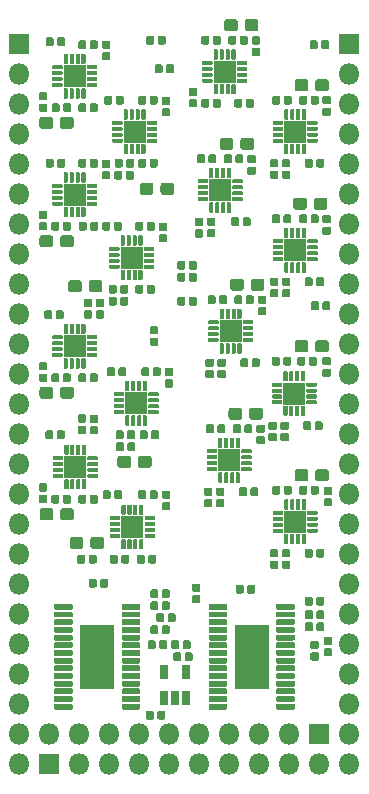
<source format=gts>
G04 #@! TF.GenerationSoftware,KiCad,Pcbnew,5.1.5+dfsg1-2build2*
G04 #@! TF.CreationDate,2020-08-06T15:55:44-04:00*
G04 #@! TF.ProjectId,Motor_Board,4d6f746f-725f-4426-9f61-72642e6b6963,rev?*
G04 #@! TF.SameCoordinates,Original*
G04 #@! TF.FileFunction,Soldermask,Top*
G04 #@! TF.FilePolarity,Negative*
%FSLAX46Y46*%
G04 Gerber Fmt 4.6, Leading zero omitted, Abs format (unit mm)*
G04 Created by KiCad (PCBNEW 5.1.5+dfsg1-2build2) date 2020-08-06 15:55:44*
%MOMM*%
%LPD*%
G04 APERTURE LIST*
%ADD10C,0.100000*%
%ADD11R,1.800000X1.800000*%
%ADD12O,1.800000X1.800000*%
%ADD13R,0.750000X1.160000*%
%ADD14R,2.950000X5.500000*%
%ADD15R,1.850000X1.850000*%
G04 APERTURE END LIST*
D10*
G04 #@! TO.C,C13*
G36*
X66889408Y-88982831D02*
G01*
X66906153Y-88985315D01*
X66922574Y-88989428D01*
X66938513Y-88995131D01*
X66953816Y-89002369D01*
X66968336Y-89011071D01*
X66981933Y-89021156D01*
X66994476Y-89032524D01*
X67005844Y-89045067D01*
X67015929Y-89058664D01*
X67024631Y-89073184D01*
X67031869Y-89088487D01*
X67037572Y-89104426D01*
X67041685Y-89120847D01*
X67044169Y-89137592D01*
X67045000Y-89154500D01*
X67045000Y-89499500D01*
X67044169Y-89516408D01*
X67041685Y-89533153D01*
X67037572Y-89549574D01*
X67031869Y-89565513D01*
X67024631Y-89580816D01*
X67015929Y-89595336D01*
X67005844Y-89608933D01*
X66994476Y-89621476D01*
X66981933Y-89632844D01*
X66968336Y-89642929D01*
X66953816Y-89651631D01*
X66938513Y-89658869D01*
X66922574Y-89664572D01*
X66906153Y-89668685D01*
X66889408Y-89671169D01*
X66872500Y-89672000D01*
X66477500Y-89672000D01*
X66460592Y-89671169D01*
X66443847Y-89668685D01*
X66427426Y-89664572D01*
X66411487Y-89658869D01*
X66396184Y-89651631D01*
X66381664Y-89642929D01*
X66368067Y-89632844D01*
X66355524Y-89621476D01*
X66344156Y-89608933D01*
X66334071Y-89595336D01*
X66325369Y-89580816D01*
X66318131Y-89565513D01*
X66312428Y-89549574D01*
X66308315Y-89533153D01*
X66305831Y-89516408D01*
X66305000Y-89499500D01*
X66305000Y-89154500D01*
X66305831Y-89137592D01*
X66308315Y-89120847D01*
X66312428Y-89104426D01*
X66318131Y-89088487D01*
X66325369Y-89073184D01*
X66334071Y-89058664D01*
X66344156Y-89045067D01*
X66355524Y-89032524D01*
X66368067Y-89021156D01*
X66381664Y-89011071D01*
X66396184Y-89002369D01*
X66411487Y-88995131D01*
X66427426Y-88989428D01*
X66443847Y-88985315D01*
X66460592Y-88982831D01*
X66477500Y-88982000D01*
X66872500Y-88982000D01*
X66889408Y-88982831D01*
G37*
G36*
X66889408Y-89952831D02*
G01*
X66906153Y-89955315D01*
X66922574Y-89959428D01*
X66938513Y-89965131D01*
X66953816Y-89972369D01*
X66968336Y-89981071D01*
X66981933Y-89991156D01*
X66994476Y-90002524D01*
X67005844Y-90015067D01*
X67015929Y-90028664D01*
X67024631Y-90043184D01*
X67031869Y-90058487D01*
X67037572Y-90074426D01*
X67041685Y-90090847D01*
X67044169Y-90107592D01*
X67045000Y-90124500D01*
X67045000Y-90469500D01*
X67044169Y-90486408D01*
X67041685Y-90503153D01*
X67037572Y-90519574D01*
X67031869Y-90535513D01*
X67024631Y-90550816D01*
X67015929Y-90565336D01*
X67005844Y-90578933D01*
X66994476Y-90591476D01*
X66981933Y-90602844D01*
X66968336Y-90612929D01*
X66953816Y-90621631D01*
X66938513Y-90628869D01*
X66922574Y-90634572D01*
X66906153Y-90638685D01*
X66889408Y-90641169D01*
X66872500Y-90642000D01*
X66477500Y-90642000D01*
X66460592Y-90641169D01*
X66443847Y-90638685D01*
X66427426Y-90634572D01*
X66411487Y-90628869D01*
X66396184Y-90621631D01*
X66381664Y-90612929D01*
X66368067Y-90602844D01*
X66355524Y-90591476D01*
X66344156Y-90578933D01*
X66334071Y-90565336D01*
X66325369Y-90550816D01*
X66318131Y-90535513D01*
X66312428Y-90519574D01*
X66308315Y-90503153D01*
X66305831Y-90486408D01*
X66305000Y-90469500D01*
X66305000Y-90124500D01*
X66305831Y-90107592D01*
X66308315Y-90090847D01*
X66312428Y-90074426D01*
X66318131Y-90058487D01*
X66325369Y-90043184D01*
X66334071Y-90028664D01*
X66344156Y-90015067D01*
X66355524Y-90002524D01*
X66368067Y-89991156D01*
X66381664Y-89981071D01*
X66396184Y-89972369D01*
X66411487Y-89965131D01*
X66427426Y-89959428D01*
X66443847Y-89955315D01*
X66460592Y-89952831D01*
X66477500Y-89952000D01*
X66872500Y-89952000D01*
X66889408Y-89952831D01*
G37*
G04 #@! TD*
D11*
G04 #@! TO.C,J2*
X92608400Y-84937600D03*
D12*
X92608400Y-87477600D03*
X92608400Y-90017600D03*
X92608400Y-92557600D03*
X92608400Y-95097600D03*
X92608400Y-97637600D03*
X92608400Y-100177600D03*
X92608400Y-102717600D03*
X92608400Y-105257600D03*
X92608400Y-107797600D03*
X92608400Y-110337600D03*
X92608400Y-112877600D03*
X92608400Y-115417600D03*
X92608400Y-117957600D03*
X92608400Y-120497600D03*
X92608400Y-123037600D03*
X92608400Y-125577600D03*
X92608400Y-128117600D03*
X92608400Y-130657600D03*
X92608400Y-133197600D03*
X92608400Y-135737600D03*
X92608400Y-138277600D03*
X92608400Y-140817600D03*
X92608400Y-143357600D03*
X92608400Y-145897600D03*
G04 #@! TD*
G04 #@! TO.C,J1*
X64668400Y-145897600D03*
X64668400Y-143357600D03*
X64668400Y-140817600D03*
X64668400Y-138277600D03*
X64668400Y-135737600D03*
X64668400Y-133197600D03*
X64668400Y-130657600D03*
X64668400Y-128117600D03*
X64668400Y-125577600D03*
X64668400Y-123037600D03*
X64668400Y-120497600D03*
X64668400Y-117957600D03*
X64668400Y-115417600D03*
X64668400Y-112877600D03*
X64668400Y-110337600D03*
X64668400Y-107797600D03*
X64668400Y-105257600D03*
X64668400Y-102717600D03*
X64668400Y-100177600D03*
X64668400Y-97637600D03*
X64668400Y-95097600D03*
X64668400Y-92557600D03*
X64668400Y-90017600D03*
X64668400Y-87477600D03*
D11*
X64668400Y-84937600D03*
G04 #@! TD*
G04 #@! TO.C,J4*
X90068400Y-143357600D03*
D12*
X87528400Y-143357600D03*
X84988400Y-143357600D03*
X82448400Y-143357600D03*
X79908400Y-143357600D03*
X77368400Y-143357600D03*
X74828400Y-143357600D03*
X72288400Y-143357600D03*
X69748400Y-143357600D03*
X67208400Y-143357600D03*
G04 #@! TD*
G04 #@! TO.C,J5*
X90068400Y-145897600D03*
X87528400Y-145897600D03*
X84988400Y-145897600D03*
X82448400Y-145897600D03*
X79908400Y-145897600D03*
X77368400Y-145897600D03*
X74828400Y-145897600D03*
X72288400Y-145897600D03*
X69748400Y-145897600D03*
D11*
X67208400Y-145897600D03*
G04 #@! TD*
D10*
G04 #@! TO.C,C1*
G36*
X75904408Y-141362831D02*
G01*
X75921153Y-141365315D01*
X75937574Y-141369428D01*
X75953513Y-141375131D01*
X75968816Y-141382369D01*
X75983336Y-141391071D01*
X75996933Y-141401156D01*
X76009476Y-141412524D01*
X76020844Y-141425067D01*
X76030929Y-141438664D01*
X76039631Y-141453184D01*
X76046869Y-141468487D01*
X76052572Y-141484426D01*
X76056685Y-141500847D01*
X76059169Y-141517592D01*
X76060000Y-141534500D01*
X76060000Y-141929500D01*
X76059169Y-141946408D01*
X76056685Y-141963153D01*
X76052572Y-141979574D01*
X76046869Y-141995513D01*
X76039631Y-142010816D01*
X76030929Y-142025336D01*
X76020844Y-142038933D01*
X76009476Y-142051476D01*
X75996933Y-142062844D01*
X75983336Y-142072929D01*
X75968816Y-142081631D01*
X75953513Y-142088869D01*
X75937574Y-142094572D01*
X75921153Y-142098685D01*
X75904408Y-142101169D01*
X75887500Y-142102000D01*
X75542500Y-142102000D01*
X75525592Y-142101169D01*
X75508847Y-142098685D01*
X75492426Y-142094572D01*
X75476487Y-142088869D01*
X75461184Y-142081631D01*
X75446664Y-142072929D01*
X75433067Y-142062844D01*
X75420524Y-142051476D01*
X75409156Y-142038933D01*
X75399071Y-142025336D01*
X75390369Y-142010816D01*
X75383131Y-141995513D01*
X75377428Y-141979574D01*
X75373315Y-141963153D01*
X75370831Y-141946408D01*
X75370000Y-141929500D01*
X75370000Y-141534500D01*
X75370831Y-141517592D01*
X75373315Y-141500847D01*
X75377428Y-141484426D01*
X75383131Y-141468487D01*
X75390369Y-141453184D01*
X75399071Y-141438664D01*
X75409156Y-141425067D01*
X75420524Y-141412524D01*
X75433067Y-141401156D01*
X75446664Y-141391071D01*
X75461184Y-141382369D01*
X75476487Y-141375131D01*
X75492426Y-141369428D01*
X75508847Y-141365315D01*
X75525592Y-141362831D01*
X75542500Y-141362000D01*
X75887500Y-141362000D01*
X75904408Y-141362831D01*
G37*
G36*
X76874408Y-141362831D02*
G01*
X76891153Y-141365315D01*
X76907574Y-141369428D01*
X76923513Y-141375131D01*
X76938816Y-141382369D01*
X76953336Y-141391071D01*
X76966933Y-141401156D01*
X76979476Y-141412524D01*
X76990844Y-141425067D01*
X77000929Y-141438664D01*
X77009631Y-141453184D01*
X77016869Y-141468487D01*
X77022572Y-141484426D01*
X77026685Y-141500847D01*
X77029169Y-141517592D01*
X77030000Y-141534500D01*
X77030000Y-141929500D01*
X77029169Y-141946408D01*
X77026685Y-141963153D01*
X77022572Y-141979574D01*
X77016869Y-141995513D01*
X77009631Y-142010816D01*
X77000929Y-142025336D01*
X76990844Y-142038933D01*
X76979476Y-142051476D01*
X76966933Y-142062844D01*
X76953336Y-142072929D01*
X76938816Y-142081631D01*
X76923513Y-142088869D01*
X76907574Y-142094572D01*
X76891153Y-142098685D01*
X76874408Y-142101169D01*
X76857500Y-142102000D01*
X76512500Y-142102000D01*
X76495592Y-142101169D01*
X76478847Y-142098685D01*
X76462426Y-142094572D01*
X76446487Y-142088869D01*
X76431184Y-142081631D01*
X76416664Y-142072929D01*
X76403067Y-142062844D01*
X76390524Y-142051476D01*
X76379156Y-142038933D01*
X76369071Y-142025336D01*
X76360369Y-142010816D01*
X76353131Y-141995513D01*
X76347428Y-141979574D01*
X76343315Y-141963153D01*
X76340831Y-141946408D01*
X76340000Y-141929500D01*
X76340000Y-141534500D01*
X76340831Y-141517592D01*
X76343315Y-141500847D01*
X76347428Y-141484426D01*
X76353131Y-141468487D01*
X76360369Y-141453184D01*
X76369071Y-141438664D01*
X76379156Y-141425067D01*
X76390524Y-141412524D01*
X76403067Y-141401156D01*
X76416664Y-141391071D01*
X76431184Y-141382369D01*
X76446487Y-141375131D01*
X76462426Y-141369428D01*
X76478847Y-141365315D01*
X76495592Y-141362831D01*
X76512500Y-141362000D01*
X76857500Y-141362000D01*
X76874408Y-141362831D01*
G37*
G04 #@! TD*
G04 #@! TO.C,C2*
G36*
X77255408Y-131075831D02*
G01*
X77272153Y-131078315D01*
X77288574Y-131082428D01*
X77304513Y-131088131D01*
X77319816Y-131095369D01*
X77334336Y-131104071D01*
X77347933Y-131114156D01*
X77360476Y-131125524D01*
X77371844Y-131138067D01*
X77381929Y-131151664D01*
X77390631Y-131166184D01*
X77397869Y-131181487D01*
X77403572Y-131197426D01*
X77407685Y-131213847D01*
X77410169Y-131230592D01*
X77411000Y-131247500D01*
X77411000Y-131642500D01*
X77410169Y-131659408D01*
X77407685Y-131676153D01*
X77403572Y-131692574D01*
X77397869Y-131708513D01*
X77390631Y-131723816D01*
X77381929Y-131738336D01*
X77371844Y-131751933D01*
X77360476Y-131764476D01*
X77347933Y-131775844D01*
X77334336Y-131785929D01*
X77319816Y-131794631D01*
X77304513Y-131801869D01*
X77288574Y-131807572D01*
X77272153Y-131811685D01*
X77255408Y-131814169D01*
X77238500Y-131815000D01*
X76893500Y-131815000D01*
X76876592Y-131814169D01*
X76859847Y-131811685D01*
X76843426Y-131807572D01*
X76827487Y-131801869D01*
X76812184Y-131794631D01*
X76797664Y-131785929D01*
X76784067Y-131775844D01*
X76771524Y-131764476D01*
X76760156Y-131751933D01*
X76750071Y-131738336D01*
X76741369Y-131723816D01*
X76734131Y-131708513D01*
X76728428Y-131692574D01*
X76724315Y-131676153D01*
X76721831Y-131659408D01*
X76721000Y-131642500D01*
X76721000Y-131247500D01*
X76721831Y-131230592D01*
X76724315Y-131213847D01*
X76728428Y-131197426D01*
X76734131Y-131181487D01*
X76741369Y-131166184D01*
X76750071Y-131151664D01*
X76760156Y-131138067D01*
X76771524Y-131125524D01*
X76784067Y-131114156D01*
X76797664Y-131104071D01*
X76812184Y-131095369D01*
X76827487Y-131088131D01*
X76843426Y-131082428D01*
X76859847Y-131078315D01*
X76876592Y-131075831D01*
X76893500Y-131075000D01*
X77238500Y-131075000D01*
X77255408Y-131075831D01*
G37*
G36*
X76285408Y-131075831D02*
G01*
X76302153Y-131078315D01*
X76318574Y-131082428D01*
X76334513Y-131088131D01*
X76349816Y-131095369D01*
X76364336Y-131104071D01*
X76377933Y-131114156D01*
X76390476Y-131125524D01*
X76401844Y-131138067D01*
X76411929Y-131151664D01*
X76420631Y-131166184D01*
X76427869Y-131181487D01*
X76433572Y-131197426D01*
X76437685Y-131213847D01*
X76440169Y-131230592D01*
X76441000Y-131247500D01*
X76441000Y-131642500D01*
X76440169Y-131659408D01*
X76437685Y-131676153D01*
X76433572Y-131692574D01*
X76427869Y-131708513D01*
X76420631Y-131723816D01*
X76411929Y-131738336D01*
X76401844Y-131751933D01*
X76390476Y-131764476D01*
X76377933Y-131775844D01*
X76364336Y-131785929D01*
X76349816Y-131794631D01*
X76334513Y-131801869D01*
X76318574Y-131807572D01*
X76302153Y-131811685D01*
X76285408Y-131814169D01*
X76268500Y-131815000D01*
X75923500Y-131815000D01*
X75906592Y-131814169D01*
X75889847Y-131811685D01*
X75873426Y-131807572D01*
X75857487Y-131801869D01*
X75842184Y-131794631D01*
X75827664Y-131785929D01*
X75814067Y-131775844D01*
X75801524Y-131764476D01*
X75790156Y-131751933D01*
X75780071Y-131738336D01*
X75771369Y-131723816D01*
X75764131Y-131708513D01*
X75758428Y-131692574D01*
X75754315Y-131676153D01*
X75751831Y-131659408D01*
X75751000Y-131642500D01*
X75751000Y-131247500D01*
X75751831Y-131230592D01*
X75754315Y-131213847D01*
X75758428Y-131197426D01*
X75764131Y-131181487D01*
X75771369Y-131166184D01*
X75780071Y-131151664D01*
X75790156Y-131138067D01*
X75801524Y-131125524D01*
X75814067Y-131114156D01*
X75827664Y-131104071D01*
X75842184Y-131095369D01*
X75857487Y-131088131D01*
X75873426Y-131082428D01*
X75889847Y-131078315D01*
X75906592Y-131075831D01*
X75923500Y-131075000D01*
X76268500Y-131075000D01*
X76285408Y-131075831D01*
G37*
G04 #@! TD*
G04 #@! TO.C,C3*
G36*
X90336408Y-131710831D02*
G01*
X90353153Y-131713315D01*
X90369574Y-131717428D01*
X90385513Y-131723131D01*
X90400816Y-131730369D01*
X90415336Y-131739071D01*
X90428933Y-131749156D01*
X90441476Y-131760524D01*
X90452844Y-131773067D01*
X90462929Y-131786664D01*
X90471631Y-131801184D01*
X90478869Y-131816487D01*
X90484572Y-131832426D01*
X90488685Y-131848847D01*
X90491169Y-131865592D01*
X90492000Y-131882500D01*
X90492000Y-132277500D01*
X90491169Y-132294408D01*
X90488685Y-132311153D01*
X90484572Y-132327574D01*
X90478869Y-132343513D01*
X90471631Y-132358816D01*
X90462929Y-132373336D01*
X90452844Y-132386933D01*
X90441476Y-132399476D01*
X90428933Y-132410844D01*
X90415336Y-132420929D01*
X90400816Y-132429631D01*
X90385513Y-132436869D01*
X90369574Y-132442572D01*
X90353153Y-132446685D01*
X90336408Y-132449169D01*
X90319500Y-132450000D01*
X89974500Y-132450000D01*
X89957592Y-132449169D01*
X89940847Y-132446685D01*
X89924426Y-132442572D01*
X89908487Y-132436869D01*
X89893184Y-132429631D01*
X89878664Y-132420929D01*
X89865067Y-132410844D01*
X89852524Y-132399476D01*
X89841156Y-132386933D01*
X89831071Y-132373336D01*
X89822369Y-132358816D01*
X89815131Y-132343513D01*
X89809428Y-132327574D01*
X89805315Y-132311153D01*
X89802831Y-132294408D01*
X89802000Y-132277500D01*
X89802000Y-131882500D01*
X89802831Y-131865592D01*
X89805315Y-131848847D01*
X89809428Y-131832426D01*
X89815131Y-131816487D01*
X89822369Y-131801184D01*
X89831071Y-131786664D01*
X89841156Y-131773067D01*
X89852524Y-131760524D01*
X89865067Y-131749156D01*
X89878664Y-131739071D01*
X89893184Y-131730369D01*
X89908487Y-131723131D01*
X89924426Y-131717428D01*
X89940847Y-131713315D01*
X89957592Y-131710831D01*
X89974500Y-131710000D01*
X90319500Y-131710000D01*
X90336408Y-131710831D01*
G37*
G36*
X89366408Y-131710831D02*
G01*
X89383153Y-131713315D01*
X89399574Y-131717428D01*
X89415513Y-131723131D01*
X89430816Y-131730369D01*
X89445336Y-131739071D01*
X89458933Y-131749156D01*
X89471476Y-131760524D01*
X89482844Y-131773067D01*
X89492929Y-131786664D01*
X89501631Y-131801184D01*
X89508869Y-131816487D01*
X89514572Y-131832426D01*
X89518685Y-131848847D01*
X89521169Y-131865592D01*
X89522000Y-131882500D01*
X89522000Y-132277500D01*
X89521169Y-132294408D01*
X89518685Y-132311153D01*
X89514572Y-132327574D01*
X89508869Y-132343513D01*
X89501631Y-132358816D01*
X89492929Y-132373336D01*
X89482844Y-132386933D01*
X89471476Y-132399476D01*
X89458933Y-132410844D01*
X89445336Y-132420929D01*
X89430816Y-132429631D01*
X89415513Y-132436869D01*
X89399574Y-132442572D01*
X89383153Y-132446685D01*
X89366408Y-132449169D01*
X89349500Y-132450000D01*
X89004500Y-132450000D01*
X88987592Y-132449169D01*
X88970847Y-132446685D01*
X88954426Y-132442572D01*
X88938487Y-132436869D01*
X88923184Y-132429631D01*
X88908664Y-132420929D01*
X88895067Y-132410844D01*
X88882524Y-132399476D01*
X88871156Y-132386933D01*
X88861071Y-132373336D01*
X88852369Y-132358816D01*
X88845131Y-132343513D01*
X88839428Y-132327574D01*
X88835315Y-132311153D01*
X88832831Y-132294408D01*
X88832000Y-132277500D01*
X88832000Y-131882500D01*
X88832831Y-131865592D01*
X88835315Y-131848847D01*
X88839428Y-131832426D01*
X88845131Y-131816487D01*
X88852369Y-131801184D01*
X88861071Y-131786664D01*
X88871156Y-131773067D01*
X88882524Y-131760524D01*
X88895067Y-131749156D01*
X88908664Y-131739071D01*
X88923184Y-131730369D01*
X88938487Y-131723131D01*
X88954426Y-131717428D01*
X88970847Y-131713315D01*
X88987592Y-131710831D01*
X89004500Y-131710000D01*
X89349500Y-131710000D01*
X89366408Y-131710831D01*
G37*
G04 #@! TD*
G04 #@! TO.C,C4*
G36*
X76770408Y-133107831D02*
G01*
X76787153Y-133110315D01*
X76803574Y-133114428D01*
X76819513Y-133120131D01*
X76834816Y-133127369D01*
X76849336Y-133136071D01*
X76862933Y-133146156D01*
X76875476Y-133157524D01*
X76886844Y-133170067D01*
X76896929Y-133183664D01*
X76905631Y-133198184D01*
X76912869Y-133213487D01*
X76918572Y-133229426D01*
X76922685Y-133245847D01*
X76925169Y-133262592D01*
X76926000Y-133279500D01*
X76926000Y-133674500D01*
X76925169Y-133691408D01*
X76922685Y-133708153D01*
X76918572Y-133724574D01*
X76912869Y-133740513D01*
X76905631Y-133755816D01*
X76896929Y-133770336D01*
X76886844Y-133783933D01*
X76875476Y-133796476D01*
X76862933Y-133807844D01*
X76849336Y-133817929D01*
X76834816Y-133826631D01*
X76819513Y-133833869D01*
X76803574Y-133839572D01*
X76787153Y-133843685D01*
X76770408Y-133846169D01*
X76753500Y-133847000D01*
X76408500Y-133847000D01*
X76391592Y-133846169D01*
X76374847Y-133843685D01*
X76358426Y-133839572D01*
X76342487Y-133833869D01*
X76327184Y-133826631D01*
X76312664Y-133817929D01*
X76299067Y-133807844D01*
X76286524Y-133796476D01*
X76275156Y-133783933D01*
X76265071Y-133770336D01*
X76256369Y-133755816D01*
X76249131Y-133740513D01*
X76243428Y-133724574D01*
X76239315Y-133708153D01*
X76236831Y-133691408D01*
X76236000Y-133674500D01*
X76236000Y-133279500D01*
X76236831Y-133262592D01*
X76239315Y-133245847D01*
X76243428Y-133229426D01*
X76249131Y-133213487D01*
X76256369Y-133198184D01*
X76265071Y-133183664D01*
X76275156Y-133170067D01*
X76286524Y-133157524D01*
X76299067Y-133146156D01*
X76312664Y-133136071D01*
X76327184Y-133127369D01*
X76342487Y-133120131D01*
X76358426Y-133114428D01*
X76374847Y-133110315D01*
X76391592Y-133107831D01*
X76408500Y-133107000D01*
X76753500Y-133107000D01*
X76770408Y-133107831D01*
G37*
G36*
X77740408Y-133107831D02*
G01*
X77757153Y-133110315D01*
X77773574Y-133114428D01*
X77789513Y-133120131D01*
X77804816Y-133127369D01*
X77819336Y-133136071D01*
X77832933Y-133146156D01*
X77845476Y-133157524D01*
X77856844Y-133170067D01*
X77866929Y-133183664D01*
X77875631Y-133198184D01*
X77882869Y-133213487D01*
X77888572Y-133229426D01*
X77892685Y-133245847D01*
X77895169Y-133262592D01*
X77896000Y-133279500D01*
X77896000Y-133674500D01*
X77895169Y-133691408D01*
X77892685Y-133708153D01*
X77888572Y-133724574D01*
X77882869Y-133740513D01*
X77875631Y-133755816D01*
X77866929Y-133770336D01*
X77856844Y-133783933D01*
X77845476Y-133796476D01*
X77832933Y-133807844D01*
X77819336Y-133817929D01*
X77804816Y-133826631D01*
X77789513Y-133833869D01*
X77773574Y-133839572D01*
X77757153Y-133843685D01*
X77740408Y-133846169D01*
X77723500Y-133847000D01*
X77378500Y-133847000D01*
X77361592Y-133846169D01*
X77344847Y-133843685D01*
X77328426Y-133839572D01*
X77312487Y-133833869D01*
X77297184Y-133826631D01*
X77282664Y-133817929D01*
X77269067Y-133807844D01*
X77256524Y-133796476D01*
X77245156Y-133783933D01*
X77235071Y-133770336D01*
X77226369Y-133755816D01*
X77219131Y-133740513D01*
X77213428Y-133724574D01*
X77209315Y-133708153D01*
X77206831Y-133691408D01*
X77206000Y-133674500D01*
X77206000Y-133279500D01*
X77206831Y-133262592D01*
X77209315Y-133245847D01*
X77213428Y-133229426D01*
X77219131Y-133213487D01*
X77226369Y-133198184D01*
X77235071Y-133183664D01*
X77245156Y-133170067D01*
X77256524Y-133157524D01*
X77269067Y-133146156D01*
X77282664Y-133136071D01*
X77297184Y-133127369D01*
X77312487Y-133120131D01*
X77328426Y-133114428D01*
X77344847Y-133110315D01*
X77361592Y-133107831D01*
X77378500Y-133107000D01*
X77723500Y-133107000D01*
X77740408Y-133107831D01*
G37*
G04 #@! TD*
G04 #@! TO.C,C5*
G36*
X89366408Y-133869831D02*
G01*
X89383153Y-133872315D01*
X89399574Y-133876428D01*
X89415513Y-133882131D01*
X89430816Y-133889369D01*
X89445336Y-133898071D01*
X89458933Y-133908156D01*
X89471476Y-133919524D01*
X89482844Y-133932067D01*
X89492929Y-133945664D01*
X89501631Y-133960184D01*
X89508869Y-133975487D01*
X89514572Y-133991426D01*
X89518685Y-134007847D01*
X89521169Y-134024592D01*
X89522000Y-134041500D01*
X89522000Y-134436500D01*
X89521169Y-134453408D01*
X89518685Y-134470153D01*
X89514572Y-134486574D01*
X89508869Y-134502513D01*
X89501631Y-134517816D01*
X89492929Y-134532336D01*
X89482844Y-134545933D01*
X89471476Y-134558476D01*
X89458933Y-134569844D01*
X89445336Y-134579929D01*
X89430816Y-134588631D01*
X89415513Y-134595869D01*
X89399574Y-134601572D01*
X89383153Y-134605685D01*
X89366408Y-134608169D01*
X89349500Y-134609000D01*
X89004500Y-134609000D01*
X88987592Y-134608169D01*
X88970847Y-134605685D01*
X88954426Y-134601572D01*
X88938487Y-134595869D01*
X88923184Y-134588631D01*
X88908664Y-134579929D01*
X88895067Y-134569844D01*
X88882524Y-134558476D01*
X88871156Y-134545933D01*
X88861071Y-134532336D01*
X88852369Y-134517816D01*
X88845131Y-134502513D01*
X88839428Y-134486574D01*
X88835315Y-134470153D01*
X88832831Y-134453408D01*
X88832000Y-134436500D01*
X88832000Y-134041500D01*
X88832831Y-134024592D01*
X88835315Y-134007847D01*
X88839428Y-133991426D01*
X88845131Y-133975487D01*
X88852369Y-133960184D01*
X88861071Y-133945664D01*
X88871156Y-133932067D01*
X88882524Y-133919524D01*
X88895067Y-133908156D01*
X88908664Y-133898071D01*
X88923184Y-133889369D01*
X88938487Y-133882131D01*
X88954426Y-133876428D01*
X88970847Y-133872315D01*
X88987592Y-133869831D01*
X89004500Y-133869000D01*
X89349500Y-133869000D01*
X89366408Y-133869831D01*
G37*
G36*
X90336408Y-133869831D02*
G01*
X90353153Y-133872315D01*
X90369574Y-133876428D01*
X90385513Y-133882131D01*
X90400816Y-133889369D01*
X90415336Y-133898071D01*
X90428933Y-133908156D01*
X90441476Y-133919524D01*
X90452844Y-133932067D01*
X90462929Y-133945664D01*
X90471631Y-133960184D01*
X90478869Y-133975487D01*
X90484572Y-133991426D01*
X90488685Y-134007847D01*
X90491169Y-134024592D01*
X90492000Y-134041500D01*
X90492000Y-134436500D01*
X90491169Y-134453408D01*
X90488685Y-134470153D01*
X90484572Y-134486574D01*
X90478869Y-134502513D01*
X90471631Y-134517816D01*
X90462929Y-134532336D01*
X90452844Y-134545933D01*
X90441476Y-134558476D01*
X90428933Y-134569844D01*
X90415336Y-134579929D01*
X90400816Y-134588631D01*
X90385513Y-134595869D01*
X90369574Y-134601572D01*
X90353153Y-134605685D01*
X90336408Y-134608169D01*
X90319500Y-134609000D01*
X89974500Y-134609000D01*
X89957592Y-134608169D01*
X89940847Y-134605685D01*
X89924426Y-134601572D01*
X89908487Y-134595869D01*
X89893184Y-134588631D01*
X89878664Y-134579929D01*
X89865067Y-134569844D01*
X89852524Y-134558476D01*
X89841156Y-134545933D01*
X89831071Y-134532336D01*
X89822369Y-134517816D01*
X89815131Y-134502513D01*
X89809428Y-134486574D01*
X89805315Y-134470153D01*
X89802831Y-134453408D01*
X89802000Y-134436500D01*
X89802000Y-134041500D01*
X89802831Y-134024592D01*
X89805315Y-134007847D01*
X89809428Y-133991426D01*
X89815131Y-133975487D01*
X89822369Y-133960184D01*
X89831071Y-133945664D01*
X89841156Y-133932067D01*
X89852524Y-133919524D01*
X89865067Y-133908156D01*
X89878664Y-133898071D01*
X89893184Y-133889369D01*
X89908487Y-133882131D01*
X89924426Y-133876428D01*
X89940847Y-133872315D01*
X89957592Y-133869831D01*
X89974500Y-133869000D01*
X90319500Y-133869000D01*
X90336408Y-133869831D01*
G37*
G04 #@! TD*
G04 #@! TO.C,C6*
G36*
X78213408Y-136409831D02*
G01*
X78230153Y-136412315D01*
X78246574Y-136416428D01*
X78262513Y-136422131D01*
X78277816Y-136429369D01*
X78292336Y-136438071D01*
X78305933Y-136448156D01*
X78318476Y-136459524D01*
X78329844Y-136472067D01*
X78339929Y-136485664D01*
X78348631Y-136500184D01*
X78355869Y-136515487D01*
X78361572Y-136531426D01*
X78365685Y-136547847D01*
X78368169Y-136564592D01*
X78369000Y-136581500D01*
X78369000Y-136976500D01*
X78368169Y-136993408D01*
X78365685Y-137010153D01*
X78361572Y-137026574D01*
X78355869Y-137042513D01*
X78348631Y-137057816D01*
X78339929Y-137072336D01*
X78329844Y-137085933D01*
X78318476Y-137098476D01*
X78305933Y-137109844D01*
X78292336Y-137119929D01*
X78277816Y-137128631D01*
X78262513Y-137135869D01*
X78246574Y-137141572D01*
X78230153Y-137145685D01*
X78213408Y-137148169D01*
X78196500Y-137149000D01*
X77851500Y-137149000D01*
X77834592Y-137148169D01*
X77817847Y-137145685D01*
X77801426Y-137141572D01*
X77785487Y-137135869D01*
X77770184Y-137128631D01*
X77755664Y-137119929D01*
X77742067Y-137109844D01*
X77729524Y-137098476D01*
X77718156Y-137085933D01*
X77708071Y-137072336D01*
X77699369Y-137057816D01*
X77692131Y-137042513D01*
X77686428Y-137026574D01*
X77682315Y-137010153D01*
X77679831Y-136993408D01*
X77679000Y-136976500D01*
X77679000Y-136581500D01*
X77679831Y-136564592D01*
X77682315Y-136547847D01*
X77686428Y-136531426D01*
X77692131Y-136515487D01*
X77699369Y-136500184D01*
X77708071Y-136485664D01*
X77718156Y-136472067D01*
X77729524Y-136459524D01*
X77742067Y-136448156D01*
X77755664Y-136438071D01*
X77770184Y-136429369D01*
X77785487Y-136422131D01*
X77801426Y-136416428D01*
X77817847Y-136412315D01*
X77834592Y-136409831D01*
X77851500Y-136409000D01*
X78196500Y-136409000D01*
X78213408Y-136409831D01*
G37*
G36*
X79183408Y-136409831D02*
G01*
X79200153Y-136412315D01*
X79216574Y-136416428D01*
X79232513Y-136422131D01*
X79247816Y-136429369D01*
X79262336Y-136438071D01*
X79275933Y-136448156D01*
X79288476Y-136459524D01*
X79299844Y-136472067D01*
X79309929Y-136485664D01*
X79318631Y-136500184D01*
X79325869Y-136515487D01*
X79331572Y-136531426D01*
X79335685Y-136547847D01*
X79338169Y-136564592D01*
X79339000Y-136581500D01*
X79339000Y-136976500D01*
X79338169Y-136993408D01*
X79335685Y-137010153D01*
X79331572Y-137026574D01*
X79325869Y-137042513D01*
X79318631Y-137057816D01*
X79309929Y-137072336D01*
X79299844Y-137085933D01*
X79288476Y-137098476D01*
X79275933Y-137109844D01*
X79262336Y-137119929D01*
X79247816Y-137128631D01*
X79232513Y-137135869D01*
X79216574Y-137141572D01*
X79200153Y-137145685D01*
X79183408Y-137148169D01*
X79166500Y-137149000D01*
X78821500Y-137149000D01*
X78804592Y-137148169D01*
X78787847Y-137145685D01*
X78771426Y-137141572D01*
X78755487Y-137135869D01*
X78740184Y-137128631D01*
X78725664Y-137119929D01*
X78712067Y-137109844D01*
X78699524Y-137098476D01*
X78688156Y-137085933D01*
X78678071Y-137072336D01*
X78669369Y-137057816D01*
X78662131Y-137042513D01*
X78656428Y-137026574D01*
X78652315Y-137010153D01*
X78649831Y-136993408D01*
X78649000Y-136976500D01*
X78649000Y-136581500D01*
X78649831Y-136564592D01*
X78652315Y-136547847D01*
X78656428Y-136531426D01*
X78662131Y-136515487D01*
X78669369Y-136500184D01*
X78678071Y-136485664D01*
X78688156Y-136472067D01*
X78699524Y-136459524D01*
X78712067Y-136448156D01*
X78725664Y-136438071D01*
X78740184Y-136429369D01*
X78755487Y-136422131D01*
X78771426Y-136416428D01*
X78787847Y-136412315D01*
X78804592Y-136409831D01*
X78821500Y-136409000D01*
X79166500Y-136409000D01*
X79183408Y-136409831D01*
G37*
G04 #@! TD*
G04 #@! TO.C,C7*
G36*
X71055408Y-130186831D02*
G01*
X71072153Y-130189315D01*
X71088574Y-130193428D01*
X71104513Y-130199131D01*
X71119816Y-130206369D01*
X71134336Y-130215071D01*
X71147933Y-130225156D01*
X71160476Y-130236524D01*
X71171844Y-130249067D01*
X71181929Y-130262664D01*
X71190631Y-130277184D01*
X71197869Y-130292487D01*
X71203572Y-130308426D01*
X71207685Y-130324847D01*
X71210169Y-130341592D01*
X71211000Y-130358500D01*
X71211000Y-130753500D01*
X71210169Y-130770408D01*
X71207685Y-130787153D01*
X71203572Y-130803574D01*
X71197869Y-130819513D01*
X71190631Y-130834816D01*
X71181929Y-130849336D01*
X71171844Y-130862933D01*
X71160476Y-130875476D01*
X71147933Y-130886844D01*
X71134336Y-130896929D01*
X71119816Y-130905631D01*
X71104513Y-130912869D01*
X71088574Y-130918572D01*
X71072153Y-130922685D01*
X71055408Y-130925169D01*
X71038500Y-130926000D01*
X70693500Y-130926000D01*
X70676592Y-130925169D01*
X70659847Y-130922685D01*
X70643426Y-130918572D01*
X70627487Y-130912869D01*
X70612184Y-130905631D01*
X70597664Y-130896929D01*
X70584067Y-130886844D01*
X70571524Y-130875476D01*
X70560156Y-130862933D01*
X70550071Y-130849336D01*
X70541369Y-130834816D01*
X70534131Y-130819513D01*
X70528428Y-130803574D01*
X70524315Y-130787153D01*
X70521831Y-130770408D01*
X70521000Y-130753500D01*
X70521000Y-130358500D01*
X70521831Y-130341592D01*
X70524315Y-130324847D01*
X70528428Y-130308426D01*
X70534131Y-130292487D01*
X70541369Y-130277184D01*
X70550071Y-130262664D01*
X70560156Y-130249067D01*
X70571524Y-130236524D01*
X70584067Y-130225156D01*
X70597664Y-130215071D01*
X70612184Y-130206369D01*
X70627487Y-130199131D01*
X70643426Y-130193428D01*
X70659847Y-130189315D01*
X70676592Y-130186831D01*
X70693500Y-130186000D01*
X71038500Y-130186000D01*
X71055408Y-130186831D01*
G37*
G36*
X72025408Y-130186831D02*
G01*
X72042153Y-130189315D01*
X72058574Y-130193428D01*
X72074513Y-130199131D01*
X72089816Y-130206369D01*
X72104336Y-130215071D01*
X72117933Y-130225156D01*
X72130476Y-130236524D01*
X72141844Y-130249067D01*
X72151929Y-130262664D01*
X72160631Y-130277184D01*
X72167869Y-130292487D01*
X72173572Y-130308426D01*
X72177685Y-130324847D01*
X72180169Y-130341592D01*
X72181000Y-130358500D01*
X72181000Y-130753500D01*
X72180169Y-130770408D01*
X72177685Y-130787153D01*
X72173572Y-130803574D01*
X72167869Y-130819513D01*
X72160631Y-130834816D01*
X72151929Y-130849336D01*
X72141844Y-130862933D01*
X72130476Y-130875476D01*
X72117933Y-130886844D01*
X72104336Y-130896929D01*
X72089816Y-130905631D01*
X72074513Y-130912869D01*
X72058574Y-130918572D01*
X72042153Y-130922685D01*
X72025408Y-130925169D01*
X72008500Y-130926000D01*
X71663500Y-130926000D01*
X71646592Y-130925169D01*
X71629847Y-130922685D01*
X71613426Y-130918572D01*
X71597487Y-130912869D01*
X71582184Y-130905631D01*
X71567664Y-130896929D01*
X71554067Y-130886844D01*
X71541524Y-130875476D01*
X71530156Y-130862933D01*
X71520071Y-130849336D01*
X71511369Y-130834816D01*
X71504131Y-130819513D01*
X71498428Y-130803574D01*
X71494315Y-130787153D01*
X71491831Y-130770408D01*
X71491000Y-130753500D01*
X71491000Y-130358500D01*
X71491831Y-130341592D01*
X71494315Y-130324847D01*
X71498428Y-130308426D01*
X71504131Y-130292487D01*
X71511369Y-130277184D01*
X71520071Y-130262664D01*
X71530156Y-130249067D01*
X71541524Y-130236524D01*
X71554067Y-130225156D01*
X71567664Y-130215071D01*
X71582184Y-130206369D01*
X71597487Y-130199131D01*
X71613426Y-130193428D01*
X71629847Y-130189315D01*
X71646592Y-130186831D01*
X71663500Y-130186000D01*
X72008500Y-130186000D01*
X72025408Y-130186831D01*
G37*
G04 #@! TD*
G04 #@! TO.C,C8*
G36*
X76897408Y-84212831D02*
G01*
X76914153Y-84215315D01*
X76930574Y-84219428D01*
X76946513Y-84225131D01*
X76961816Y-84232369D01*
X76976336Y-84241071D01*
X76989933Y-84251156D01*
X77002476Y-84262524D01*
X77013844Y-84275067D01*
X77023929Y-84288664D01*
X77032631Y-84303184D01*
X77039869Y-84318487D01*
X77045572Y-84334426D01*
X77049685Y-84350847D01*
X77052169Y-84367592D01*
X77053000Y-84384500D01*
X77053000Y-84779500D01*
X77052169Y-84796408D01*
X77049685Y-84813153D01*
X77045572Y-84829574D01*
X77039869Y-84845513D01*
X77032631Y-84860816D01*
X77023929Y-84875336D01*
X77013844Y-84888933D01*
X77002476Y-84901476D01*
X76989933Y-84912844D01*
X76976336Y-84922929D01*
X76961816Y-84931631D01*
X76946513Y-84938869D01*
X76930574Y-84944572D01*
X76914153Y-84948685D01*
X76897408Y-84951169D01*
X76880500Y-84952000D01*
X76535500Y-84952000D01*
X76518592Y-84951169D01*
X76501847Y-84948685D01*
X76485426Y-84944572D01*
X76469487Y-84938869D01*
X76454184Y-84931631D01*
X76439664Y-84922929D01*
X76426067Y-84912844D01*
X76413524Y-84901476D01*
X76402156Y-84888933D01*
X76392071Y-84875336D01*
X76383369Y-84860816D01*
X76376131Y-84845513D01*
X76370428Y-84829574D01*
X76366315Y-84813153D01*
X76363831Y-84796408D01*
X76363000Y-84779500D01*
X76363000Y-84384500D01*
X76363831Y-84367592D01*
X76366315Y-84350847D01*
X76370428Y-84334426D01*
X76376131Y-84318487D01*
X76383369Y-84303184D01*
X76392071Y-84288664D01*
X76402156Y-84275067D01*
X76413524Y-84262524D01*
X76426067Y-84251156D01*
X76439664Y-84241071D01*
X76454184Y-84232369D01*
X76469487Y-84225131D01*
X76485426Y-84219428D01*
X76501847Y-84215315D01*
X76518592Y-84212831D01*
X76535500Y-84212000D01*
X76880500Y-84212000D01*
X76897408Y-84212831D01*
G37*
G36*
X75927408Y-84212831D02*
G01*
X75944153Y-84215315D01*
X75960574Y-84219428D01*
X75976513Y-84225131D01*
X75991816Y-84232369D01*
X76006336Y-84241071D01*
X76019933Y-84251156D01*
X76032476Y-84262524D01*
X76043844Y-84275067D01*
X76053929Y-84288664D01*
X76062631Y-84303184D01*
X76069869Y-84318487D01*
X76075572Y-84334426D01*
X76079685Y-84350847D01*
X76082169Y-84367592D01*
X76083000Y-84384500D01*
X76083000Y-84779500D01*
X76082169Y-84796408D01*
X76079685Y-84813153D01*
X76075572Y-84829574D01*
X76069869Y-84845513D01*
X76062631Y-84860816D01*
X76053929Y-84875336D01*
X76043844Y-84888933D01*
X76032476Y-84901476D01*
X76019933Y-84912844D01*
X76006336Y-84922929D01*
X75991816Y-84931631D01*
X75976513Y-84938869D01*
X75960574Y-84944572D01*
X75944153Y-84948685D01*
X75927408Y-84951169D01*
X75910500Y-84952000D01*
X75565500Y-84952000D01*
X75548592Y-84951169D01*
X75531847Y-84948685D01*
X75515426Y-84944572D01*
X75499487Y-84938869D01*
X75484184Y-84931631D01*
X75469664Y-84922929D01*
X75456067Y-84912844D01*
X75443524Y-84901476D01*
X75432156Y-84888933D01*
X75422071Y-84875336D01*
X75413369Y-84860816D01*
X75406131Y-84845513D01*
X75400428Y-84829574D01*
X75396315Y-84813153D01*
X75393831Y-84796408D01*
X75393000Y-84779500D01*
X75393000Y-84384500D01*
X75393831Y-84367592D01*
X75396315Y-84350847D01*
X75400428Y-84334426D01*
X75406131Y-84318487D01*
X75413369Y-84303184D01*
X75422071Y-84288664D01*
X75432156Y-84275067D01*
X75443524Y-84262524D01*
X75456067Y-84251156D01*
X75469664Y-84241071D01*
X75484184Y-84232369D01*
X75499487Y-84225131D01*
X75515426Y-84219428D01*
X75531847Y-84215315D01*
X75548592Y-84212831D01*
X75565500Y-84212000D01*
X75910500Y-84212000D01*
X75927408Y-84212831D01*
G37*
G04 #@! TD*
G04 #@! TO.C,C9*
G36*
X90740408Y-84593831D02*
G01*
X90757153Y-84596315D01*
X90773574Y-84600428D01*
X90789513Y-84606131D01*
X90804816Y-84613369D01*
X90819336Y-84622071D01*
X90832933Y-84632156D01*
X90845476Y-84643524D01*
X90856844Y-84656067D01*
X90866929Y-84669664D01*
X90875631Y-84684184D01*
X90882869Y-84699487D01*
X90888572Y-84715426D01*
X90892685Y-84731847D01*
X90895169Y-84748592D01*
X90896000Y-84765500D01*
X90896000Y-85160500D01*
X90895169Y-85177408D01*
X90892685Y-85194153D01*
X90888572Y-85210574D01*
X90882869Y-85226513D01*
X90875631Y-85241816D01*
X90866929Y-85256336D01*
X90856844Y-85269933D01*
X90845476Y-85282476D01*
X90832933Y-85293844D01*
X90819336Y-85303929D01*
X90804816Y-85312631D01*
X90789513Y-85319869D01*
X90773574Y-85325572D01*
X90757153Y-85329685D01*
X90740408Y-85332169D01*
X90723500Y-85333000D01*
X90378500Y-85333000D01*
X90361592Y-85332169D01*
X90344847Y-85329685D01*
X90328426Y-85325572D01*
X90312487Y-85319869D01*
X90297184Y-85312631D01*
X90282664Y-85303929D01*
X90269067Y-85293844D01*
X90256524Y-85282476D01*
X90245156Y-85269933D01*
X90235071Y-85256336D01*
X90226369Y-85241816D01*
X90219131Y-85226513D01*
X90213428Y-85210574D01*
X90209315Y-85194153D01*
X90206831Y-85177408D01*
X90206000Y-85160500D01*
X90206000Y-84765500D01*
X90206831Y-84748592D01*
X90209315Y-84731847D01*
X90213428Y-84715426D01*
X90219131Y-84699487D01*
X90226369Y-84684184D01*
X90235071Y-84669664D01*
X90245156Y-84656067D01*
X90256524Y-84643524D01*
X90269067Y-84632156D01*
X90282664Y-84622071D01*
X90297184Y-84613369D01*
X90312487Y-84606131D01*
X90328426Y-84600428D01*
X90344847Y-84596315D01*
X90361592Y-84593831D01*
X90378500Y-84593000D01*
X90723500Y-84593000D01*
X90740408Y-84593831D01*
G37*
G36*
X89770408Y-84593831D02*
G01*
X89787153Y-84596315D01*
X89803574Y-84600428D01*
X89819513Y-84606131D01*
X89834816Y-84613369D01*
X89849336Y-84622071D01*
X89862933Y-84632156D01*
X89875476Y-84643524D01*
X89886844Y-84656067D01*
X89896929Y-84669664D01*
X89905631Y-84684184D01*
X89912869Y-84699487D01*
X89918572Y-84715426D01*
X89922685Y-84731847D01*
X89925169Y-84748592D01*
X89926000Y-84765500D01*
X89926000Y-85160500D01*
X89925169Y-85177408D01*
X89922685Y-85194153D01*
X89918572Y-85210574D01*
X89912869Y-85226513D01*
X89905631Y-85241816D01*
X89896929Y-85256336D01*
X89886844Y-85269933D01*
X89875476Y-85282476D01*
X89862933Y-85293844D01*
X89849336Y-85303929D01*
X89834816Y-85312631D01*
X89819513Y-85319869D01*
X89803574Y-85325572D01*
X89787153Y-85329685D01*
X89770408Y-85332169D01*
X89753500Y-85333000D01*
X89408500Y-85333000D01*
X89391592Y-85332169D01*
X89374847Y-85329685D01*
X89358426Y-85325572D01*
X89342487Y-85319869D01*
X89327184Y-85312631D01*
X89312664Y-85303929D01*
X89299067Y-85293844D01*
X89286524Y-85282476D01*
X89275156Y-85269933D01*
X89265071Y-85256336D01*
X89256369Y-85241816D01*
X89249131Y-85226513D01*
X89243428Y-85210574D01*
X89239315Y-85194153D01*
X89236831Y-85177408D01*
X89236000Y-85160500D01*
X89236000Y-84765500D01*
X89236831Y-84748592D01*
X89239315Y-84731847D01*
X89243428Y-84715426D01*
X89249131Y-84699487D01*
X89256369Y-84684184D01*
X89265071Y-84669664D01*
X89275156Y-84656067D01*
X89286524Y-84643524D01*
X89299067Y-84632156D01*
X89312664Y-84622071D01*
X89327184Y-84613369D01*
X89342487Y-84606131D01*
X89358426Y-84600428D01*
X89374847Y-84596315D01*
X89391592Y-84593831D01*
X89408500Y-84593000D01*
X89753500Y-84593000D01*
X89770408Y-84593831D01*
G37*
G04 #@! TD*
G04 #@! TO.C,C10*
G36*
X89874408Y-106691831D02*
G01*
X89891153Y-106694315D01*
X89907574Y-106698428D01*
X89923513Y-106704131D01*
X89938816Y-106711369D01*
X89953336Y-106720071D01*
X89966933Y-106730156D01*
X89979476Y-106741524D01*
X89990844Y-106754067D01*
X90000929Y-106767664D01*
X90009631Y-106782184D01*
X90016869Y-106797487D01*
X90022572Y-106813426D01*
X90026685Y-106829847D01*
X90029169Y-106846592D01*
X90030000Y-106863500D01*
X90030000Y-107258500D01*
X90029169Y-107275408D01*
X90026685Y-107292153D01*
X90022572Y-107308574D01*
X90016869Y-107324513D01*
X90009631Y-107339816D01*
X90000929Y-107354336D01*
X89990844Y-107367933D01*
X89979476Y-107380476D01*
X89966933Y-107391844D01*
X89953336Y-107401929D01*
X89938816Y-107410631D01*
X89923513Y-107417869D01*
X89907574Y-107423572D01*
X89891153Y-107427685D01*
X89874408Y-107430169D01*
X89857500Y-107431000D01*
X89512500Y-107431000D01*
X89495592Y-107430169D01*
X89478847Y-107427685D01*
X89462426Y-107423572D01*
X89446487Y-107417869D01*
X89431184Y-107410631D01*
X89416664Y-107401929D01*
X89403067Y-107391844D01*
X89390524Y-107380476D01*
X89379156Y-107367933D01*
X89369071Y-107354336D01*
X89360369Y-107339816D01*
X89353131Y-107324513D01*
X89347428Y-107308574D01*
X89343315Y-107292153D01*
X89340831Y-107275408D01*
X89340000Y-107258500D01*
X89340000Y-106863500D01*
X89340831Y-106846592D01*
X89343315Y-106829847D01*
X89347428Y-106813426D01*
X89353131Y-106797487D01*
X89360369Y-106782184D01*
X89369071Y-106767664D01*
X89379156Y-106754067D01*
X89390524Y-106741524D01*
X89403067Y-106730156D01*
X89416664Y-106720071D01*
X89431184Y-106711369D01*
X89446487Y-106704131D01*
X89462426Y-106698428D01*
X89478847Y-106694315D01*
X89495592Y-106691831D01*
X89512500Y-106691000D01*
X89857500Y-106691000D01*
X89874408Y-106691831D01*
G37*
G36*
X90844408Y-106691831D02*
G01*
X90861153Y-106694315D01*
X90877574Y-106698428D01*
X90893513Y-106704131D01*
X90908816Y-106711369D01*
X90923336Y-106720071D01*
X90936933Y-106730156D01*
X90949476Y-106741524D01*
X90960844Y-106754067D01*
X90970929Y-106767664D01*
X90979631Y-106782184D01*
X90986869Y-106797487D01*
X90992572Y-106813426D01*
X90996685Y-106829847D01*
X90999169Y-106846592D01*
X91000000Y-106863500D01*
X91000000Y-107258500D01*
X90999169Y-107275408D01*
X90996685Y-107292153D01*
X90992572Y-107308574D01*
X90986869Y-107324513D01*
X90979631Y-107339816D01*
X90970929Y-107354336D01*
X90960844Y-107367933D01*
X90949476Y-107380476D01*
X90936933Y-107391844D01*
X90923336Y-107401929D01*
X90908816Y-107410631D01*
X90893513Y-107417869D01*
X90877574Y-107423572D01*
X90861153Y-107427685D01*
X90844408Y-107430169D01*
X90827500Y-107431000D01*
X90482500Y-107431000D01*
X90465592Y-107430169D01*
X90448847Y-107427685D01*
X90432426Y-107423572D01*
X90416487Y-107417869D01*
X90401184Y-107410631D01*
X90386664Y-107401929D01*
X90373067Y-107391844D01*
X90360524Y-107380476D01*
X90349156Y-107367933D01*
X90339071Y-107354336D01*
X90330369Y-107339816D01*
X90323131Y-107324513D01*
X90317428Y-107308574D01*
X90313315Y-107292153D01*
X90310831Y-107275408D01*
X90310000Y-107258500D01*
X90310000Y-106863500D01*
X90310831Y-106846592D01*
X90313315Y-106829847D01*
X90317428Y-106813426D01*
X90323131Y-106797487D01*
X90330369Y-106782184D01*
X90339071Y-106767664D01*
X90349156Y-106754067D01*
X90360524Y-106741524D01*
X90373067Y-106730156D01*
X90386664Y-106720071D01*
X90401184Y-106711369D01*
X90416487Y-106704131D01*
X90432426Y-106698428D01*
X90448847Y-106694315D01*
X90465592Y-106691831D01*
X90482500Y-106691000D01*
X90827500Y-106691000D01*
X90844408Y-106691831D01*
G37*
G04 #@! TD*
G04 #@! TO.C,C11*
G36*
X79843408Y-130592831D02*
G01*
X79860153Y-130595315D01*
X79876574Y-130599428D01*
X79892513Y-130605131D01*
X79907816Y-130612369D01*
X79922336Y-130621071D01*
X79935933Y-130631156D01*
X79948476Y-130642524D01*
X79959844Y-130655067D01*
X79969929Y-130668664D01*
X79978631Y-130683184D01*
X79985869Y-130698487D01*
X79991572Y-130714426D01*
X79995685Y-130730847D01*
X79998169Y-130747592D01*
X79999000Y-130764500D01*
X79999000Y-131109500D01*
X79998169Y-131126408D01*
X79995685Y-131143153D01*
X79991572Y-131159574D01*
X79985869Y-131175513D01*
X79978631Y-131190816D01*
X79969929Y-131205336D01*
X79959844Y-131218933D01*
X79948476Y-131231476D01*
X79935933Y-131242844D01*
X79922336Y-131252929D01*
X79907816Y-131261631D01*
X79892513Y-131268869D01*
X79876574Y-131274572D01*
X79860153Y-131278685D01*
X79843408Y-131281169D01*
X79826500Y-131282000D01*
X79431500Y-131282000D01*
X79414592Y-131281169D01*
X79397847Y-131278685D01*
X79381426Y-131274572D01*
X79365487Y-131268869D01*
X79350184Y-131261631D01*
X79335664Y-131252929D01*
X79322067Y-131242844D01*
X79309524Y-131231476D01*
X79298156Y-131218933D01*
X79288071Y-131205336D01*
X79279369Y-131190816D01*
X79272131Y-131175513D01*
X79266428Y-131159574D01*
X79262315Y-131143153D01*
X79259831Y-131126408D01*
X79259000Y-131109500D01*
X79259000Y-130764500D01*
X79259831Y-130747592D01*
X79262315Y-130730847D01*
X79266428Y-130714426D01*
X79272131Y-130698487D01*
X79279369Y-130683184D01*
X79288071Y-130668664D01*
X79298156Y-130655067D01*
X79309524Y-130642524D01*
X79322067Y-130631156D01*
X79335664Y-130621071D01*
X79350184Y-130612369D01*
X79365487Y-130605131D01*
X79381426Y-130599428D01*
X79397847Y-130595315D01*
X79414592Y-130592831D01*
X79431500Y-130592000D01*
X79826500Y-130592000D01*
X79843408Y-130592831D01*
G37*
G36*
X79843408Y-131562831D02*
G01*
X79860153Y-131565315D01*
X79876574Y-131569428D01*
X79892513Y-131575131D01*
X79907816Y-131582369D01*
X79922336Y-131591071D01*
X79935933Y-131601156D01*
X79948476Y-131612524D01*
X79959844Y-131625067D01*
X79969929Y-131638664D01*
X79978631Y-131653184D01*
X79985869Y-131668487D01*
X79991572Y-131684426D01*
X79995685Y-131700847D01*
X79998169Y-131717592D01*
X79999000Y-131734500D01*
X79999000Y-132079500D01*
X79998169Y-132096408D01*
X79995685Y-132113153D01*
X79991572Y-132129574D01*
X79985869Y-132145513D01*
X79978631Y-132160816D01*
X79969929Y-132175336D01*
X79959844Y-132188933D01*
X79948476Y-132201476D01*
X79935933Y-132212844D01*
X79922336Y-132222929D01*
X79907816Y-132231631D01*
X79892513Y-132238869D01*
X79876574Y-132244572D01*
X79860153Y-132248685D01*
X79843408Y-132251169D01*
X79826500Y-132252000D01*
X79431500Y-132252000D01*
X79414592Y-132251169D01*
X79397847Y-132248685D01*
X79381426Y-132244572D01*
X79365487Y-132238869D01*
X79350184Y-132231631D01*
X79335664Y-132222929D01*
X79322067Y-132212844D01*
X79309524Y-132201476D01*
X79298156Y-132188933D01*
X79288071Y-132175336D01*
X79279369Y-132160816D01*
X79272131Y-132145513D01*
X79266428Y-132129574D01*
X79262315Y-132113153D01*
X79259831Y-132096408D01*
X79259000Y-132079500D01*
X79259000Y-131734500D01*
X79259831Y-131717592D01*
X79262315Y-131700847D01*
X79266428Y-131684426D01*
X79272131Y-131668487D01*
X79279369Y-131653184D01*
X79288071Y-131638664D01*
X79298156Y-131625067D01*
X79309524Y-131612524D01*
X79322067Y-131601156D01*
X79335664Y-131591071D01*
X79350184Y-131582369D01*
X79365487Y-131575131D01*
X79381426Y-131569428D01*
X79397847Y-131565315D01*
X79414592Y-131562831D01*
X79431500Y-131562000D01*
X79826500Y-131562000D01*
X79843408Y-131562831D01*
G37*
G04 #@! TD*
G04 #@! TO.C,C12*
G36*
X76287408Y-109764831D02*
G01*
X76304153Y-109767315D01*
X76320574Y-109771428D01*
X76336513Y-109777131D01*
X76351816Y-109784369D01*
X76366336Y-109793071D01*
X76379933Y-109803156D01*
X76392476Y-109814524D01*
X76403844Y-109827067D01*
X76413929Y-109840664D01*
X76422631Y-109855184D01*
X76429869Y-109870487D01*
X76435572Y-109886426D01*
X76439685Y-109902847D01*
X76442169Y-109919592D01*
X76443000Y-109936500D01*
X76443000Y-110281500D01*
X76442169Y-110298408D01*
X76439685Y-110315153D01*
X76435572Y-110331574D01*
X76429869Y-110347513D01*
X76422631Y-110362816D01*
X76413929Y-110377336D01*
X76403844Y-110390933D01*
X76392476Y-110403476D01*
X76379933Y-110414844D01*
X76366336Y-110424929D01*
X76351816Y-110433631D01*
X76336513Y-110440869D01*
X76320574Y-110446572D01*
X76304153Y-110450685D01*
X76287408Y-110453169D01*
X76270500Y-110454000D01*
X75875500Y-110454000D01*
X75858592Y-110453169D01*
X75841847Y-110450685D01*
X75825426Y-110446572D01*
X75809487Y-110440869D01*
X75794184Y-110433631D01*
X75779664Y-110424929D01*
X75766067Y-110414844D01*
X75753524Y-110403476D01*
X75742156Y-110390933D01*
X75732071Y-110377336D01*
X75723369Y-110362816D01*
X75716131Y-110347513D01*
X75710428Y-110331574D01*
X75706315Y-110315153D01*
X75703831Y-110298408D01*
X75703000Y-110281500D01*
X75703000Y-109936500D01*
X75703831Y-109919592D01*
X75706315Y-109902847D01*
X75710428Y-109886426D01*
X75716131Y-109870487D01*
X75723369Y-109855184D01*
X75732071Y-109840664D01*
X75742156Y-109827067D01*
X75753524Y-109814524D01*
X75766067Y-109803156D01*
X75779664Y-109793071D01*
X75794184Y-109784369D01*
X75809487Y-109777131D01*
X75825426Y-109771428D01*
X75841847Y-109767315D01*
X75858592Y-109764831D01*
X75875500Y-109764000D01*
X76270500Y-109764000D01*
X76287408Y-109764831D01*
G37*
G36*
X76287408Y-108794831D02*
G01*
X76304153Y-108797315D01*
X76320574Y-108801428D01*
X76336513Y-108807131D01*
X76351816Y-108814369D01*
X76366336Y-108823071D01*
X76379933Y-108833156D01*
X76392476Y-108844524D01*
X76403844Y-108857067D01*
X76413929Y-108870664D01*
X76422631Y-108885184D01*
X76429869Y-108900487D01*
X76435572Y-108916426D01*
X76439685Y-108932847D01*
X76442169Y-108949592D01*
X76443000Y-108966500D01*
X76443000Y-109311500D01*
X76442169Y-109328408D01*
X76439685Y-109345153D01*
X76435572Y-109361574D01*
X76429869Y-109377513D01*
X76422631Y-109392816D01*
X76413929Y-109407336D01*
X76403844Y-109420933D01*
X76392476Y-109433476D01*
X76379933Y-109444844D01*
X76366336Y-109454929D01*
X76351816Y-109463631D01*
X76336513Y-109470869D01*
X76320574Y-109476572D01*
X76304153Y-109480685D01*
X76287408Y-109483169D01*
X76270500Y-109484000D01*
X75875500Y-109484000D01*
X75858592Y-109483169D01*
X75841847Y-109480685D01*
X75825426Y-109476572D01*
X75809487Y-109470869D01*
X75794184Y-109463631D01*
X75779664Y-109454929D01*
X75766067Y-109444844D01*
X75753524Y-109433476D01*
X75742156Y-109420933D01*
X75732071Y-109407336D01*
X75723369Y-109392816D01*
X75716131Y-109377513D01*
X75710428Y-109361574D01*
X75706315Y-109345153D01*
X75703831Y-109328408D01*
X75703000Y-109311500D01*
X75703000Y-108966500D01*
X75703831Y-108949592D01*
X75706315Y-108932847D01*
X75710428Y-108916426D01*
X75716131Y-108900487D01*
X75723369Y-108885184D01*
X75732071Y-108870664D01*
X75742156Y-108857067D01*
X75753524Y-108844524D01*
X75766067Y-108833156D01*
X75779664Y-108823071D01*
X75794184Y-108814369D01*
X75809487Y-108807131D01*
X75825426Y-108801428D01*
X75841847Y-108797315D01*
X75858592Y-108794831D01*
X75875500Y-108794000D01*
X76270500Y-108794000D01*
X76287408Y-108794831D01*
G37*
G04 #@! TD*
G04 #@! TO.C,C14*
G36*
X66889408Y-99015831D02*
G01*
X66906153Y-99018315D01*
X66922574Y-99022428D01*
X66938513Y-99028131D01*
X66953816Y-99035369D01*
X66968336Y-99044071D01*
X66981933Y-99054156D01*
X66994476Y-99065524D01*
X67005844Y-99078067D01*
X67015929Y-99091664D01*
X67024631Y-99106184D01*
X67031869Y-99121487D01*
X67037572Y-99137426D01*
X67041685Y-99153847D01*
X67044169Y-99170592D01*
X67045000Y-99187500D01*
X67045000Y-99532500D01*
X67044169Y-99549408D01*
X67041685Y-99566153D01*
X67037572Y-99582574D01*
X67031869Y-99598513D01*
X67024631Y-99613816D01*
X67015929Y-99628336D01*
X67005844Y-99641933D01*
X66994476Y-99654476D01*
X66981933Y-99665844D01*
X66968336Y-99675929D01*
X66953816Y-99684631D01*
X66938513Y-99691869D01*
X66922574Y-99697572D01*
X66906153Y-99701685D01*
X66889408Y-99704169D01*
X66872500Y-99705000D01*
X66477500Y-99705000D01*
X66460592Y-99704169D01*
X66443847Y-99701685D01*
X66427426Y-99697572D01*
X66411487Y-99691869D01*
X66396184Y-99684631D01*
X66381664Y-99675929D01*
X66368067Y-99665844D01*
X66355524Y-99654476D01*
X66344156Y-99641933D01*
X66334071Y-99628336D01*
X66325369Y-99613816D01*
X66318131Y-99598513D01*
X66312428Y-99582574D01*
X66308315Y-99566153D01*
X66305831Y-99549408D01*
X66305000Y-99532500D01*
X66305000Y-99187500D01*
X66305831Y-99170592D01*
X66308315Y-99153847D01*
X66312428Y-99137426D01*
X66318131Y-99121487D01*
X66325369Y-99106184D01*
X66334071Y-99091664D01*
X66344156Y-99078067D01*
X66355524Y-99065524D01*
X66368067Y-99054156D01*
X66381664Y-99044071D01*
X66396184Y-99035369D01*
X66411487Y-99028131D01*
X66427426Y-99022428D01*
X66443847Y-99018315D01*
X66460592Y-99015831D01*
X66477500Y-99015000D01*
X66872500Y-99015000D01*
X66889408Y-99015831D01*
G37*
G36*
X66889408Y-99985831D02*
G01*
X66906153Y-99988315D01*
X66922574Y-99992428D01*
X66938513Y-99998131D01*
X66953816Y-100005369D01*
X66968336Y-100014071D01*
X66981933Y-100024156D01*
X66994476Y-100035524D01*
X67005844Y-100048067D01*
X67015929Y-100061664D01*
X67024631Y-100076184D01*
X67031869Y-100091487D01*
X67037572Y-100107426D01*
X67041685Y-100123847D01*
X67044169Y-100140592D01*
X67045000Y-100157500D01*
X67045000Y-100502500D01*
X67044169Y-100519408D01*
X67041685Y-100536153D01*
X67037572Y-100552574D01*
X67031869Y-100568513D01*
X67024631Y-100583816D01*
X67015929Y-100598336D01*
X67005844Y-100611933D01*
X66994476Y-100624476D01*
X66981933Y-100635844D01*
X66968336Y-100645929D01*
X66953816Y-100654631D01*
X66938513Y-100661869D01*
X66922574Y-100667572D01*
X66906153Y-100671685D01*
X66889408Y-100674169D01*
X66872500Y-100675000D01*
X66477500Y-100675000D01*
X66460592Y-100674169D01*
X66443847Y-100671685D01*
X66427426Y-100667572D01*
X66411487Y-100661869D01*
X66396184Y-100654631D01*
X66381664Y-100645929D01*
X66368067Y-100635844D01*
X66355524Y-100624476D01*
X66344156Y-100611933D01*
X66334071Y-100598336D01*
X66325369Y-100583816D01*
X66318131Y-100568513D01*
X66312428Y-100552574D01*
X66308315Y-100536153D01*
X66305831Y-100519408D01*
X66305000Y-100502500D01*
X66305000Y-100157500D01*
X66305831Y-100140592D01*
X66308315Y-100123847D01*
X66312428Y-100107426D01*
X66318131Y-100091487D01*
X66325369Y-100076184D01*
X66334071Y-100061664D01*
X66344156Y-100048067D01*
X66355524Y-100035524D01*
X66368067Y-100024156D01*
X66381664Y-100014071D01*
X66396184Y-100005369D01*
X66411487Y-99998131D01*
X66427426Y-99992428D01*
X66443847Y-99988315D01*
X66460592Y-99985831D01*
X66477500Y-99985000D01*
X66872500Y-99985000D01*
X66889408Y-99985831D01*
G37*
G04 #@! TD*
G04 #@! TO.C,C15*
G36*
X66889408Y-111842831D02*
G01*
X66906153Y-111845315D01*
X66922574Y-111849428D01*
X66938513Y-111855131D01*
X66953816Y-111862369D01*
X66968336Y-111871071D01*
X66981933Y-111881156D01*
X66994476Y-111892524D01*
X67005844Y-111905067D01*
X67015929Y-111918664D01*
X67024631Y-111933184D01*
X67031869Y-111948487D01*
X67037572Y-111964426D01*
X67041685Y-111980847D01*
X67044169Y-111997592D01*
X67045000Y-112014500D01*
X67045000Y-112359500D01*
X67044169Y-112376408D01*
X67041685Y-112393153D01*
X67037572Y-112409574D01*
X67031869Y-112425513D01*
X67024631Y-112440816D01*
X67015929Y-112455336D01*
X67005844Y-112468933D01*
X66994476Y-112481476D01*
X66981933Y-112492844D01*
X66968336Y-112502929D01*
X66953816Y-112511631D01*
X66938513Y-112518869D01*
X66922574Y-112524572D01*
X66906153Y-112528685D01*
X66889408Y-112531169D01*
X66872500Y-112532000D01*
X66477500Y-112532000D01*
X66460592Y-112531169D01*
X66443847Y-112528685D01*
X66427426Y-112524572D01*
X66411487Y-112518869D01*
X66396184Y-112511631D01*
X66381664Y-112502929D01*
X66368067Y-112492844D01*
X66355524Y-112481476D01*
X66344156Y-112468933D01*
X66334071Y-112455336D01*
X66325369Y-112440816D01*
X66318131Y-112425513D01*
X66312428Y-112409574D01*
X66308315Y-112393153D01*
X66305831Y-112376408D01*
X66305000Y-112359500D01*
X66305000Y-112014500D01*
X66305831Y-111997592D01*
X66308315Y-111980847D01*
X66312428Y-111964426D01*
X66318131Y-111948487D01*
X66325369Y-111933184D01*
X66334071Y-111918664D01*
X66344156Y-111905067D01*
X66355524Y-111892524D01*
X66368067Y-111881156D01*
X66381664Y-111871071D01*
X66396184Y-111862369D01*
X66411487Y-111855131D01*
X66427426Y-111849428D01*
X66443847Y-111845315D01*
X66460592Y-111842831D01*
X66477500Y-111842000D01*
X66872500Y-111842000D01*
X66889408Y-111842831D01*
G37*
G36*
X66889408Y-112812831D02*
G01*
X66906153Y-112815315D01*
X66922574Y-112819428D01*
X66938513Y-112825131D01*
X66953816Y-112832369D01*
X66968336Y-112841071D01*
X66981933Y-112851156D01*
X66994476Y-112862524D01*
X67005844Y-112875067D01*
X67015929Y-112888664D01*
X67024631Y-112903184D01*
X67031869Y-112918487D01*
X67037572Y-112934426D01*
X67041685Y-112950847D01*
X67044169Y-112967592D01*
X67045000Y-112984500D01*
X67045000Y-113329500D01*
X67044169Y-113346408D01*
X67041685Y-113363153D01*
X67037572Y-113379574D01*
X67031869Y-113395513D01*
X67024631Y-113410816D01*
X67015929Y-113425336D01*
X67005844Y-113438933D01*
X66994476Y-113451476D01*
X66981933Y-113462844D01*
X66968336Y-113472929D01*
X66953816Y-113481631D01*
X66938513Y-113488869D01*
X66922574Y-113494572D01*
X66906153Y-113498685D01*
X66889408Y-113501169D01*
X66872500Y-113502000D01*
X66477500Y-113502000D01*
X66460592Y-113501169D01*
X66443847Y-113498685D01*
X66427426Y-113494572D01*
X66411487Y-113488869D01*
X66396184Y-113481631D01*
X66381664Y-113472929D01*
X66368067Y-113462844D01*
X66355524Y-113451476D01*
X66344156Y-113438933D01*
X66334071Y-113425336D01*
X66325369Y-113410816D01*
X66318131Y-113395513D01*
X66312428Y-113379574D01*
X66308315Y-113363153D01*
X66305831Y-113346408D01*
X66305000Y-113329500D01*
X66305000Y-112984500D01*
X66305831Y-112967592D01*
X66308315Y-112950847D01*
X66312428Y-112934426D01*
X66318131Y-112918487D01*
X66325369Y-112903184D01*
X66334071Y-112888664D01*
X66344156Y-112875067D01*
X66355524Y-112862524D01*
X66368067Y-112851156D01*
X66381664Y-112841071D01*
X66396184Y-112832369D01*
X66411487Y-112825131D01*
X66427426Y-112819428D01*
X66443847Y-112815315D01*
X66460592Y-112812831D01*
X66477500Y-112812000D01*
X66872500Y-112812000D01*
X66889408Y-112812831D01*
G37*
G04 #@! TD*
G04 #@! TO.C,C16*
G36*
X66889408Y-122106831D02*
G01*
X66906153Y-122109315D01*
X66922574Y-122113428D01*
X66938513Y-122119131D01*
X66953816Y-122126369D01*
X66968336Y-122135071D01*
X66981933Y-122145156D01*
X66994476Y-122156524D01*
X67005844Y-122169067D01*
X67015929Y-122182664D01*
X67024631Y-122197184D01*
X67031869Y-122212487D01*
X67037572Y-122228426D01*
X67041685Y-122244847D01*
X67044169Y-122261592D01*
X67045000Y-122278500D01*
X67045000Y-122623500D01*
X67044169Y-122640408D01*
X67041685Y-122657153D01*
X67037572Y-122673574D01*
X67031869Y-122689513D01*
X67024631Y-122704816D01*
X67015929Y-122719336D01*
X67005844Y-122732933D01*
X66994476Y-122745476D01*
X66981933Y-122756844D01*
X66968336Y-122766929D01*
X66953816Y-122775631D01*
X66938513Y-122782869D01*
X66922574Y-122788572D01*
X66906153Y-122792685D01*
X66889408Y-122795169D01*
X66872500Y-122796000D01*
X66477500Y-122796000D01*
X66460592Y-122795169D01*
X66443847Y-122792685D01*
X66427426Y-122788572D01*
X66411487Y-122782869D01*
X66396184Y-122775631D01*
X66381664Y-122766929D01*
X66368067Y-122756844D01*
X66355524Y-122745476D01*
X66344156Y-122732933D01*
X66334071Y-122719336D01*
X66325369Y-122704816D01*
X66318131Y-122689513D01*
X66312428Y-122673574D01*
X66308315Y-122657153D01*
X66305831Y-122640408D01*
X66305000Y-122623500D01*
X66305000Y-122278500D01*
X66305831Y-122261592D01*
X66308315Y-122244847D01*
X66312428Y-122228426D01*
X66318131Y-122212487D01*
X66325369Y-122197184D01*
X66334071Y-122182664D01*
X66344156Y-122169067D01*
X66355524Y-122156524D01*
X66368067Y-122145156D01*
X66381664Y-122135071D01*
X66396184Y-122126369D01*
X66411487Y-122119131D01*
X66427426Y-122113428D01*
X66443847Y-122109315D01*
X66460592Y-122106831D01*
X66477500Y-122106000D01*
X66872500Y-122106000D01*
X66889408Y-122106831D01*
G37*
G36*
X66889408Y-123076831D02*
G01*
X66906153Y-123079315D01*
X66922574Y-123083428D01*
X66938513Y-123089131D01*
X66953816Y-123096369D01*
X66968336Y-123105071D01*
X66981933Y-123115156D01*
X66994476Y-123126524D01*
X67005844Y-123139067D01*
X67015929Y-123152664D01*
X67024631Y-123167184D01*
X67031869Y-123182487D01*
X67037572Y-123198426D01*
X67041685Y-123214847D01*
X67044169Y-123231592D01*
X67045000Y-123248500D01*
X67045000Y-123593500D01*
X67044169Y-123610408D01*
X67041685Y-123627153D01*
X67037572Y-123643574D01*
X67031869Y-123659513D01*
X67024631Y-123674816D01*
X67015929Y-123689336D01*
X67005844Y-123702933D01*
X66994476Y-123715476D01*
X66981933Y-123726844D01*
X66968336Y-123736929D01*
X66953816Y-123745631D01*
X66938513Y-123752869D01*
X66922574Y-123758572D01*
X66906153Y-123762685D01*
X66889408Y-123765169D01*
X66872500Y-123766000D01*
X66477500Y-123766000D01*
X66460592Y-123765169D01*
X66443847Y-123762685D01*
X66427426Y-123758572D01*
X66411487Y-123752869D01*
X66396184Y-123745631D01*
X66381664Y-123736929D01*
X66368067Y-123726844D01*
X66355524Y-123715476D01*
X66344156Y-123702933D01*
X66334071Y-123689336D01*
X66325369Y-123674816D01*
X66318131Y-123659513D01*
X66312428Y-123643574D01*
X66308315Y-123627153D01*
X66305831Y-123610408D01*
X66305000Y-123593500D01*
X66305000Y-123248500D01*
X66305831Y-123231592D01*
X66308315Y-123214847D01*
X66312428Y-123198426D01*
X66318131Y-123182487D01*
X66325369Y-123167184D01*
X66334071Y-123152664D01*
X66344156Y-123139067D01*
X66355524Y-123126524D01*
X66368067Y-123115156D01*
X66381664Y-123105071D01*
X66396184Y-123096369D01*
X66411487Y-123089131D01*
X66427426Y-123083428D01*
X66443847Y-123079315D01*
X66460592Y-123076831D01*
X66477500Y-123076000D01*
X66872500Y-123076000D01*
X66889408Y-123076831D01*
G37*
G04 #@! TD*
G04 #@! TO.C,C17*
G36*
X67926408Y-89927831D02*
G01*
X67943153Y-89930315D01*
X67959574Y-89934428D01*
X67975513Y-89940131D01*
X67990816Y-89947369D01*
X68005336Y-89956071D01*
X68018933Y-89966156D01*
X68031476Y-89977524D01*
X68042844Y-89990067D01*
X68052929Y-90003664D01*
X68061631Y-90018184D01*
X68068869Y-90033487D01*
X68074572Y-90049426D01*
X68078685Y-90065847D01*
X68081169Y-90082592D01*
X68082000Y-90099500D01*
X68082000Y-90494500D01*
X68081169Y-90511408D01*
X68078685Y-90528153D01*
X68074572Y-90544574D01*
X68068869Y-90560513D01*
X68061631Y-90575816D01*
X68052929Y-90590336D01*
X68042844Y-90603933D01*
X68031476Y-90616476D01*
X68018933Y-90627844D01*
X68005336Y-90637929D01*
X67990816Y-90646631D01*
X67975513Y-90653869D01*
X67959574Y-90659572D01*
X67943153Y-90663685D01*
X67926408Y-90666169D01*
X67909500Y-90667000D01*
X67564500Y-90667000D01*
X67547592Y-90666169D01*
X67530847Y-90663685D01*
X67514426Y-90659572D01*
X67498487Y-90653869D01*
X67483184Y-90646631D01*
X67468664Y-90637929D01*
X67455067Y-90627844D01*
X67442524Y-90616476D01*
X67431156Y-90603933D01*
X67421071Y-90590336D01*
X67412369Y-90575816D01*
X67405131Y-90560513D01*
X67399428Y-90544574D01*
X67395315Y-90528153D01*
X67392831Y-90511408D01*
X67392000Y-90494500D01*
X67392000Y-90099500D01*
X67392831Y-90082592D01*
X67395315Y-90065847D01*
X67399428Y-90049426D01*
X67405131Y-90033487D01*
X67412369Y-90018184D01*
X67421071Y-90003664D01*
X67431156Y-89990067D01*
X67442524Y-89977524D01*
X67455067Y-89966156D01*
X67468664Y-89956071D01*
X67483184Y-89947369D01*
X67498487Y-89940131D01*
X67514426Y-89934428D01*
X67530847Y-89930315D01*
X67547592Y-89927831D01*
X67564500Y-89927000D01*
X67909500Y-89927000D01*
X67926408Y-89927831D01*
G37*
G36*
X68896408Y-89927831D02*
G01*
X68913153Y-89930315D01*
X68929574Y-89934428D01*
X68945513Y-89940131D01*
X68960816Y-89947369D01*
X68975336Y-89956071D01*
X68988933Y-89966156D01*
X69001476Y-89977524D01*
X69012844Y-89990067D01*
X69022929Y-90003664D01*
X69031631Y-90018184D01*
X69038869Y-90033487D01*
X69044572Y-90049426D01*
X69048685Y-90065847D01*
X69051169Y-90082592D01*
X69052000Y-90099500D01*
X69052000Y-90494500D01*
X69051169Y-90511408D01*
X69048685Y-90528153D01*
X69044572Y-90544574D01*
X69038869Y-90560513D01*
X69031631Y-90575816D01*
X69022929Y-90590336D01*
X69012844Y-90603933D01*
X69001476Y-90616476D01*
X68988933Y-90627844D01*
X68975336Y-90637929D01*
X68960816Y-90646631D01*
X68945513Y-90653869D01*
X68929574Y-90659572D01*
X68913153Y-90663685D01*
X68896408Y-90666169D01*
X68879500Y-90667000D01*
X68534500Y-90667000D01*
X68517592Y-90666169D01*
X68500847Y-90663685D01*
X68484426Y-90659572D01*
X68468487Y-90653869D01*
X68453184Y-90646631D01*
X68438664Y-90637929D01*
X68425067Y-90627844D01*
X68412524Y-90616476D01*
X68401156Y-90603933D01*
X68391071Y-90590336D01*
X68382369Y-90575816D01*
X68375131Y-90560513D01*
X68369428Y-90544574D01*
X68365315Y-90528153D01*
X68362831Y-90511408D01*
X68362000Y-90494500D01*
X68362000Y-90099500D01*
X68362831Y-90082592D01*
X68365315Y-90065847D01*
X68369428Y-90049426D01*
X68375131Y-90033487D01*
X68382369Y-90018184D01*
X68391071Y-90003664D01*
X68401156Y-89990067D01*
X68412524Y-89977524D01*
X68425067Y-89966156D01*
X68438664Y-89956071D01*
X68453184Y-89947369D01*
X68468487Y-89940131D01*
X68484426Y-89934428D01*
X68500847Y-89930315D01*
X68517592Y-89927831D01*
X68534500Y-89927000D01*
X68879500Y-89927000D01*
X68896408Y-89927831D01*
G37*
G04 #@! TD*
G04 #@! TO.C,C18*
G36*
X67903408Y-99960831D02*
G01*
X67920153Y-99963315D01*
X67936574Y-99967428D01*
X67952513Y-99973131D01*
X67967816Y-99980369D01*
X67982336Y-99989071D01*
X67995933Y-99999156D01*
X68008476Y-100010524D01*
X68019844Y-100023067D01*
X68029929Y-100036664D01*
X68038631Y-100051184D01*
X68045869Y-100066487D01*
X68051572Y-100082426D01*
X68055685Y-100098847D01*
X68058169Y-100115592D01*
X68059000Y-100132500D01*
X68059000Y-100527500D01*
X68058169Y-100544408D01*
X68055685Y-100561153D01*
X68051572Y-100577574D01*
X68045869Y-100593513D01*
X68038631Y-100608816D01*
X68029929Y-100623336D01*
X68019844Y-100636933D01*
X68008476Y-100649476D01*
X67995933Y-100660844D01*
X67982336Y-100670929D01*
X67967816Y-100679631D01*
X67952513Y-100686869D01*
X67936574Y-100692572D01*
X67920153Y-100696685D01*
X67903408Y-100699169D01*
X67886500Y-100700000D01*
X67541500Y-100700000D01*
X67524592Y-100699169D01*
X67507847Y-100696685D01*
X67491426Y-100692572D01*
X67475487Y-100686869D01*
X67460184Y-100679631D01*
X67445664Y-100670929D01*
X67432067Y-100660844D01*
X67419524Y-100649476D01*
X67408156Y-100636933D01*
X67398071Y-100623336D01*
X67389369Y-100608816D01*
X67382131Y-100593513D01*
X67376428Y-100577574D01*
X67372315Y-100561153D01*
X67369831Y-100544408D01*
X67369000Y-100527500D01*
X67369000Y-100132500D01*
X67369831Y-100115592D01*
X67372315Y-100098847D01*
X67376428Y-100082426D01*
X67382131Y-100066487D01*
X67389369Y-100051184D01*
X67398071Y-100036664D01*
X67408156Y-100023067D01*
X67419524Y-100010524D01*
X67432067Y-99999156D01*
X67445664Y-99989071D01*
X67460184Y-99980369D01*
X67475487Y-99973131D01*
X67491426Y-99967428D01*
X67507847Y-99963315D01*
X67524592Y-99960831D01*
X67541500Y-99960000D01*
X67886500Y-99960000D01*
X67903408Y-99960831D01*
G37*
G36*
X68873408Y-99960831D02*
G01*
X68890153Y-99963315D01*
X68906574Y-99967428D01*
X68922513Y-99973131D01*
X68937816Y-99980369D01*
X68952336Y-99989071D01*
X68965933Y-99999156D01*
X68978476Y-100010524D01*
X68989844Y-100023067D01*
X68999929Y-100036664D01*
X69008631Y-100051184D01*
X69015869Y-100066487D01*
X69021572Y-100082426D01*
X69025685Y-100098847D01*
X69028169Y-100115592D01*
X69029000Y-100132500D01*
X69029000Y-100527500D01*
X69028169Y-100544408D01*
X69025685Y-100561153D01*
X69021572Y-100577574D01*
X69015869Y-100593513D01*
X69008631Y-100608816D01*
X68999929Y-100623336D01*
X68989844Y-100636933D01*
X68978476Y-100649476D01*
X68965933Y-100660844D01*
X68952336Y-100670929D01*
X68937816Y-100679631D01*
X68922513Y-100686869D01*
X68906574Y-100692572D01*
X68890153Y-100696685D01*
X68873408Y-100699169D01*
X68856500Y-100700000D01*
X68511500Y-100700000D01*
X68494592Y-100699169D01*
X68477847Y-100696685D01*
X68461426Y-100692572D01*
X68445487Y-100686869D01*
X68430184Y-100679631D01*
X68415664Y-100670929D01*
X68402067Y-100660844D01*
X68389524Y-100649476D01*
X68378156Y-100636933D01*
X68368071Y-100623336D01*
X68359369Y-100608816D01*
X68352131Y-100593513D01*
X68346428Y-100577574D01*
X68342315Y-100561153D01*
X68339831Y-100544408D01*
X68339000Y-100527500D01*
X68339000Y-100132500D01*
X68339831Y-100115592D01*
X68342315Y-100098847D01*
X68346428Y-100082426D01*
X68352131Y-100066487D01*
X68359369Y-100051184D01*
X68368071Y-100036664D01*
X68378156Y-100023067D01*
X68389524Y-100010524D01*
X68402067Y-99999156D01*
X68415664Y-99989071D01*
X68430184Y-99980369D01*
X68445487Y-99973131D01*
X68461426Y-99967428D01*
X68477847Y-99963315D01*
X68494592Y-99960831D01*
X68511500Y-99960000D01*
X68856500Y-99960000D01*
X68873408Y-99960831D01*
G37*
G04 #@! TD*
G04 #@! TO.C,C19*
G36*
X67903408Y-112787831D02*
G01*
X67920153Y-112790315D01*
X67936574Y-112794428D01*
X67952513Y-112800131D01*
X67967816Y-112807369D01*
X67982336Y-112816071D01*
X67995933Y-112826156D01*
X68008476Y-112837524D01*
X68019844Y-112850067D01*
X68029929Y-112863664D01*
X68038631Y-112878184D01*
X68045869Y-112893487D01*
X68051572Y-112909426D01*
X68055685Y-112925847D01*
X68058169Y-112942592D01*
X68059000Y-112959500D01*
X68059000Y-113354500D01*
X68058169Y-113371408D01*
X68055685Y-113388153D01*
X68051572Y-113404574D01*
X68045869Y-113420513D01*
X68038631Y-113435816D01*
X68029929Y-113450336D01*
X68019844Y-113463933D01*
X68008476Y-113476476D01*
X67995933Y-113487844D01*
X67982336Y-113497929D01*
X67967816Y-113506631D01*
X67952513Y-113513869D01*
X67936574Y-113519572D01*
X67920153Y-113523685D01*
X67903408Y-113526169D01*
X67886500Y-113527000D01*
X67541500Y-113527000D01*
X67524592Y-113526169D01*
X67507847Y-113523685D01*
X67491426Y-113519572D01*
X67475487Y-113513869D01*
X67460184Y-113506631D01*
X67445664Y-113497929D01*
X67432067Y-113487844D01*
X67419524Y-113476476D01*
X67408156Y-113463933D01*
X67398071Y-113450336D01*
X67389369Y-113435816D01*
X67382131Y-113420513D01*
X67376428Y-113404574D01*
X67372315Y-113388153D01*
X67369831Y-113371408D01*
X67369000Y-113354500D01*
X67369000Y-112959500D01*
X67369831Y-112942592D01*
X67372315Y-112925847D01*
X67376428Y-112909426D01*
X67382131Y-112893487D01*
X67389369Y-112878184D01*
X67398071Y-112863664D01*
X67408156Y-112850067D01*
X67419524Y-112837524D01*
X67432067Y-112826156D01*
X67445664Y-112816071D01*
X67460184Y-112807369D01*
X67475487Y-112800131D01*
X67491426Y-112794428D01*
X67507847Y-112790315D01*
X67524592Y-112787831D01*
X67541500Y-112787000D01*
X67886500Y-112787000D01*
X67903408Y-112787831D01*
G37*
G36*
X68873408Y-112787831D02*
G01*
X68890153Y-112790315D01*
X68906574Y-112794428D01*
X68922513Y-112800131D01*
X68937816Y-112807369D01*
X68952336Y-112816071D01*
X68965933Y-112826156D01*
X68978476Y-112837524D01*
X68989844Y-112850067D01*
X68999929Y-112863664D01*
X69008631Y-112878184D01*
X69015869Y-112893487D01*
X69021572Y-112909426D01*
X69025685Y-112925847D01*
X69028169Y-112942592D01*
X69029000Y-112959500D01*
X69029000Y-113354500D01*
X69028169Y-113371408D01*
X69025685Y-113388153D01*
X69021572Y-113404574D01*
X69015869Y-113420513D01*
X69008631Y-113435816D01*
X68999929Y-113450336D01*
X68989844Y-113463933D01*
X68978476Y-113476476D01*
X68965933Y-113487844D01*
X68952336Y-113497929D01*
X68937816Y-113506631D01*
X68922513Y-113513869D01*
X68906574Y-113519572D01*
X68890153Y-113523685D01*
X68873408Y-113526169D01*
X68856500Y-113527000D01*
X68511500Y-113527000D01*
X68494592Y-113526169D01*
X68477847Y-113523685D01*
X68461426Y-113519572D01*
X68445487Y-113513869D01*
X68430184Y-113506631D01*
X68415664Y-113497929D01*
X68402067Y-113487844D01*
X68389524Y-113476476D01*
X68378156Y-113463933D01*
X68368071Y-113450336D01*
X68359369Y-113435816D01*
X68352131Y-113420513D01*
X68346428Y-113404574D01*
X68342315Y-113388153D01*
X68339831Y-113371408D01*
X68339000Y-113354500D01*
X68339000Y-112959500D01*
X68339831Y-112942592D01*
X68342315Y-112925847D01*
X68346428Y-112909426D01*
X68352131Y-112893487D01*
X68359369Y-112878184D01*
X68368071Y-112863664D01*
X68378156Y-112850067D01*
X68389524Y-112837524D01*
X68402067Y-112826156D01*
X68415664Y-112816071D01*
X68430184Y-112807369D01*
X68445487Y-112800131D01*
X68461426Y-112794428D01*
X68477847Y-112790315D01*
X68494592Y-112787831D01*
X68511500Y-112787000D01*
X68856500Y-112787000D01*
X68873408Y-112787831D01*
G37*
G04 #@! TD*
G04 #@! TO.C,C20*
G36*
X67903408Y-123074831D02*
G01*
X67920153Y-123077315D01*
X67936574Y-123081428D01*
X67952513Y-123087131D01*
X67967816Y-123094369D01*
X67982336Y-123103071D01*
X67995933Y-123113156D01*
X68008476Y-123124524D01*
X68019844Y-123137067D01*
X68029929Y-123150664D01*
X68038631Y-123165184D01*
X68045869Y-123180487D01*
X68051572Y-123196426D01*
X68055685Y-123212847D01*
X68058169Y-123229592D01*
X68059000Y-123246500D01*
X68059000Y-123641500D01*
X68058169Y-123658408D01*
X68055685Y-123675153D01*
X68051572Y-123691574D01*
X68045869Y-123707513D01*
X68038631Y-123722816D01*
X68029929Y-123737336D01*
X68019844Y-123750933D01*
X68008476Y-123763476D01*
X67995933Y-123774844D01*
X67982336Y-123784929D01*
X67967816Y-123793631D01*
X67952513Y-123800869D01*
X67936574Y-123806572D01*
X67920153Y-123810685D01*
X67903408Y-123813169D01*
X67886500Y-123814000D01*
X67541500Y-123814000D01*
X67524592Y-123813169D01*
X67507847Y-123810685D01*
X67491426Y-123806572D01*
X67475487Y-123800869D01*
X67460184Y-123793631D01*
X67445664Y-123784929D01*
X67432067Y-123774844D01*
X67419524Y-123763476D01*
X67408156Y-123750933D01*
X67398071Y-123737336D01*
X67389369Y-123722816D01*
X67382131Y-123707513D01*
X67376428Y-123691574D01*
X67372315Y-123675153D01*
X67369831Y-123658408D01*
X67369000Y-123641500D01*
X67369000Y-123246500D01*
X67369831Y-123229592D01*
X67372315Y-123212847D01*
X67376428Y-123196426D01*
X67382131Y-123180487D01*
X67389369Y-123165184D01*
X67398071Y-123150664D01*
X67408156Y-123137067D01*
X67419524Y-123124524D01*
X67432067Y-123113156D01*
X67445664Y-123103071D01*
X67460184Y-123094369D01*
X67475487Y-123087131D01*
X67491426Y-123081428D01*
X67507847Y-123077315D01*
X67524592Y-123074831D01*
X67541500Y-123074000D01*
X67886500Y-123074000D01*
X67903408Y-123074831D01*
G37*
G36*
X68873408Y-123074831D02*
G01*
X68890153Y-123077315D01*
X68906574Y-123081428D01*
X68922513Y-123087131D01*
X68937816Y-123094369D01*
X68952336Y-123103071D01*
X68965933Y-123113156D01*
X68978476Y-123124524D01*
X68989844Y-123137067D01*
X68999929Y-123150664D01*
X69008631Y-123165184D01*
X69015869Y-123180487D01*
X69021572Y-123196426D01*
X69025685Y-123212847D01*
X69028169Y-123229592D01*
X69029000Y-123246500D01*
X69029000Y-123641500D01*
X69028169Y-123658408D01*
X69025685Y-123675153D01*
X69021572Y-123691574D01*
X69015869Y-123707513D01*
X69008631Y-123722816D01*
X68999929Y-123737336D01*
X68989844Y-123750933D01*
X68978476Y-123763476D01*
X68965933Y-123774844D01*
X68952336Y-123784929D01*
X68937816Y-123793631D01*
X68922513Y-123800869D01*
X68906574Y-123806572D01*
X68890153Y-123810685D01*
X68873408Y-123813169D01*
X68856500Y-123814000D01*
X68511500Y-123814000D01*
X68494592Y-123813169D01*
X68477847Y-123810685D01*
X68461426Y-123806572D01*
X68445487Y-123800869D01*
X68430184Y-123793631D01*
X68415664Y-123784929D01*
X68402067Y-123774844D01*
X68389524Y-123763476D01*
X68378156Y-123750933D01*
X68368071Y-123737336D01*
X68359369Y-123722816D01*
X68352131Y-123707513D01*
X68346428Y-123691574D01*
X68342315Y-123675153D01*
X68339831Y-123658408D01*
X68339000Y-123641500D01*
X68339000Y-123246500D01*
X68339831Y-123229592D01*
X68342315Y-123212847D01*
X68346428Y-123196426D01*
X68352131Y-123180487D01*
X68359369Y-123165184D01*
X68368071Y-123150664D01*
X68378156Y-123137067D01*
X68389524Y-123124524D01*
X68402067Y-123113156D01*
X68415664Y-123103071D01*
X68430184Y-123094369D01*
X68445487Y-123087131D01*
X68461426Y-123081428D01*
X68477847Y-123077315D01*
X68494592Y-123074831D01*
X68511500Y-123074000D01*
X68856500Y-123074000D01*
X68873408Y-123074831D01*
G37*
G04 #@! TD*
G04 #@! TO.C,C21*
G36*
X70189408Y-89927831D02*
G01*
X70206153Y-89930315D01*
X70222574Y-89934428D01*
X70238513Y-89940131D01*
X70253816Y-89947369D01*
X70268336Y-89956071D01*
X70281933Y-89966156D01*
X70294476Y-89977524D01*
X70305844Y-89990067D01*
X70315929Y-90003664D01*
X70324631Y-90018184D01*
X70331869Y-90033487D01*
X70337572Y-90049426D01*
X70341685Y-90065847D01*
X70344169Y-90082592D01*
X70345000Y-90099500D01*
X70345000Y-90494500D01*
X70344169Y-90511408D01*
X70341685Y-90528153D01*
X70337572Y-90544574D01*
X70331869Y-90560513D01*
X70324631Y-90575816D01*
X70315929Y-90590336D01*
X70305844Y-90603933D01*
X70294476Y-90616476D01*
X70281933Y-90627844D01*
X70268336Y-90637929D01*
X70253816Y-90646631D01*
X70238513Y-90653869D01*
X70222574Y-90659572D01*
X70206153Y-90663685D01*
X70189408Y-90666169D01*
X70172500Y-90667000D01*
X69827500Y-90667000D01*
X69810592Y-90666169D01*
X69793847Y-90663685D01*
X69777426Y-90659572D01*
X69761487Y-90653869D01*
X69746184Y-90646631D01*
X69731664Y-90637929D01*
X69718067Y-90627844D01*
X69705524Y-90616476D01*
X69694156Y-90603933D01*
X69684071Y-90590336D01*
X69675369Y-90575816D01*
X69668131Y-90560513D01*
X69662428Y-90544574D01*
X69658315Y-90528153D01*
X69655831Y-90511408D01*
X69655000Y-90494500D01*
X69655000Y-90099500D01*
X69655831Y-90082592D01*
X69658315Y-90065847D01*
X69662428Y-90049426D01*
X69668131Y-90033487D01*
X69675369Y-90018184D01*
X69684071Y-90003664D01*
X69694156Y-89990067D01*
X69705524Y-89977524D01*
X69718067Y-89966156D01*
X69731664Y-89956071D01*
X69746184Y-89947369D01*
X69761487Y-89940131D01*
X69777426Y-89934428D01*
X69793847Y-89930315D01*
X69810592Y-89927831D01*
X69827500Y-89927000D01*
X70172500Y-89927000D01*
X70189408Y-89927831D01*
G37*
G36*
X71159408Y-89927831D02*
G01*
X71176153Y-89930315D01*
X71192574Y-89934428D01*
X71208513Y-89940131D01*
X71223816Y-89947369D01*
X71238336Y-89956071D01*
X71251933Y-89966156D01*
X71264476Y-89977524D01*
X71275844Y-89990067D01*
X71285929Y-90003664D01*
X71294631Y-90018184D01*
X71301869Y-90033487D01*
X71307572Y-90049426D01*
X71311685Y-90065847D01*
X71314169Y-90082592D01*
X71315000Y-90099500D01*
X71315000Y-90494500D01*
X71314169Y-90511408D01*
X71311685Y-90528153D01*
X71307572Y-90544574D01*
X71301869Y-90560513D01*
X71294631Y-90575816D01*
X71285929Y-90590336D01*
X71275844Y-90603933D01*
X71264476Y-90616476D01*
X71251933Y-90627844D01*
X71238336Y-90637929D01*
X71223816Y-90646631D01*
X71208513Y-90653869D01*
X71192574Y-90659572D01*
X71176153Y-90663685D01*
X71159408Y-90666169D01*
X71142500Y-90667000D01*
X70797500Y-90667000D01*
X70780592Y-90666169D01*
X70763847Y-90663685D01*
X70747426Y-90659572D01*
X70731487Y-90653869D01*
X70716184Y-90646631D01*
X70701664Y-90637929D01*
X70688067Y-90627844D01*
X70675524Y-90616476D01*
X70664156Y-90603933D01*
X70654071Y-90590336D01*
X70645369Y-90575816D01*
X70638131Y-90560513D01*
X70632428Y-90544574D01*
X70628315Y-90528153D01*
X70625831Y-90511408D01*
X70625000Y-90494500D01*
X70625000Y-90099500D01*
X70625831Y-90082592D01*
X70628315Y-90065847D01*
X70632428Y-90049426D01*
X70638131Y-90033487D01*
X70645369Y-90018184D01*
X70654071Y-90003664D01*
X70664156Y-89990067D01*
X70675524Y-89977524D01*
X70688067Y-89966156D01*
X70701664Y-89956071D01*
X70716184Y-89947369D01*
X70731487Y-89940131D01*
X70747426Y-89934428D01*
X70763847Y-89930315D01*
X70780592Y-89927831D01*
X70797500Y-89927000D01*
X71142500Y-89927000D01*
X71159408Y-89927831D01*
G37*
G04 #@! TD*
G04 #@! TO.C,C22*
G36*
X71182408Y-99960831D02*
G01*
X71199153Y-99963315D01*
X71215574Y-99967428D01*
X71231513Y-99973131D01*
X71246816Y-99980369D01*
X71261336Y-99989071D01*
X71274933Y-99999156D01*
X71287476Y-100010524D01*
X71298844Y-100023067D01*
X71308929Y-100036664D01*
X71317631Y-100051184D01*
X71324869Y-100066487D01*
X71330572Y-100082426D01*
X71334685Y-100098847D01*
X71337169Y-100115592D01*
X71338000Y-100132500D01*
X71338000Y-100527500D01*
X71337169Y-100544408D01*
X71334685Y-100561153D01*
X71330572Y-100577574D01*
X71324869Y-100593513D01*
X71317631Y-100608816D01*
X71308929Y-100623336D01*
X71298844Y-100636933D01*
X71287476Y-100649476D01*
X71274933Y-100660844D01*
X71261336Y-100670929D01*
X71246816Y-100679631D01*
X71231513Y-100686869D01*
X71215574Y-100692572D01*
X71199153Y-100696685D01*
X71182408Y-100699169D01*
X71165500Y-100700000D01*
X70820500Y-100700000D01*
X70803592Y-100699169D01*
X70786847Y-100696685D01*
X70770426Y-100692572D01*
X70754487Y-100686869D01*
X70739184Y-100679631D01*
X70724664Y-100670929D01*
X70711067Y-100660844D01*
X70698524Y-100649476D01*
X70687156Y-100636933D01*
X70677071Y-100623336D01*
X70668369Y-100608816D01*
X70661131Y-100593513D01*
X70655428Y-100577574D01*
X70651315Y-100561153D01*
X70648831Y-100544408D01*
X70648000Y-100527500D01*
X70648000Y-100132500D01*
X70648831Y-100115592D01*
X70651315Y-100098847D01*
X70655428Y-100082426D01*
X70661131Y-100066487D01*
X70668369Y-100051184D01*
X70677071Y-100036664D01*
X70687156Y-100023067D01*
X70698524Y-100010524D01*
X70711067Y-99999156D01*
X70724664Y-99989071D01*
X70739184Y-99980369D01*
X70754487Y-99973131D01*
X70770426Y-99967428D01*
X70786847Y-99963315D01*
X70803592Y-99960831D01*
X70820500Y-99960000D01*
X71165500Y-99960000D01*
X71182408Y-99960831D01*
G37*
G36*
X70212408Y-99960831D02*
G01*
X70229153Y-99963315D01*
X70245574Y-99967428D01*
X70261513Y-99973131D01*
X70276816Y-99980369D01*
X70291336Y-99989071D01*
X70304933Y-99999156D01*
X70317476Y-100010524D01*
X70328844Y-100023067D01*
X70338929Y-100036664D01*
X70347631Y-100051184D01*
X70354869Y-100066487D01*
X70360572Y-100082426D01*
X70364685Y-100098847D01*
X70367169Y-100115592D01*
X70368000Y-100132500D01*
X70368000Y-100527500D01*
X70367169Y-100544408D01*
X70364685Y-100561153D01*
X70360572Y-100577574D01*
X70354869Y-100593513D01*
X70347631Y-100608816D01*
X70338929Y-100623336D01*
X70328844Y-100636933D01*
X70317476Y-100649476D01*
X70304933Y-100660844D01*
X70291336Y-100670929D01*
X70276816Y-100679631D01*
X70261513Y-100686869D01*
X70245574Y-100692572D01*
X70229153Y-100696685D01*
X70212408Y-100699169D01*
X70195500Y-100700000D01*
X69850500Y-100700000D01*
X69833592Y-100699169D01*
X69816847Y-100696685D01*
X69800426Y-100692572D01*
X69784487Y-100686869D01*
X69769184Y-100679631D01*
X69754664Y-100670929D01*
X69741067Y-100660844D01*
X69728524Y-100649476D01*
X69717156Y-100636933D01*
X69707071Y-100623336D01*
X69698369Y-100608816D01*
X69691131Y-100593513D01*
X69685428Y-100577574D01*
X69681315Y-100561153D01*
X69678831Y-100544408D01*
X69678000Y-100527500D01*
X69678000Y-100132500D01*
X69678831Y-100115592D01*
X69681315Y-100098847D01*
X69685428Y-100082426D01*
X69691131Y-100066487D01*
X69698369Y-100051184D01*
X69707071Y-100036664D01*
X69717156Y-100023067D01*
X69728524Y-100010524D01*
X69741067Y-99999156D01*
X69754664Y-99989071D01*
X69769184Y-99980369D01*
X69784487Y-99973131D01*
X69800426Y-99967428D01*
X69816847Y-99963315D01*
X69833592Y-99960831D01*
X69850500Y-99960000D01*
X70195500Y-99960000D01*
X70212408Y-99960831D01*
G37*
G04 #@! TD*
G04 #@! TO.C,C23*
G36*
X71159408Y-112787831D02*
G01*
X71176153Y-112790315D01*
X71192574Y-112794428D01*
X71208513Y-112800131D01*
X71223816Y-112807369D01*
X71238336Y-112816071D01*
X71251933Y-112826156D01*
X71264476Y-112837524D01*
X71275844Y-112850067D01*
X71285929Y-112863664D01*
X71294631Y-112878184D01*
X71301869Y-112893487D01*
X71307572Y-112909426D01*
X71311685Y-112925847D01*
X71314169Y-112942592D01*
X71315000Y-112959500D01*
X71315000Y-113354500D01*
X71314169Y-113371408D01*
X71311685Y-113388153D01*
X71307572Y-113404574D01*
X71301869Y-113420513D01*
X71294631Y-113435816D01*
X71285929Y-113450336D01*
X71275844Y-113463933D01*
X71264476Y-113476476D01*
X71251933Y-113487844D01*
X71238336Y-113497929D01*
X71223816Y-113506631D01*
X71208513Y-113513869D01*
X71192574Y-113519572D01*
X71176153Y-113523685D01*
X71159408Y-113526169D01*
X71142500Y-113527000D01*
X70797500Y-113527000D01*
X70780592Y-113526169D01*
X70763847Y-113523685D01*
X70747426Y-113519572D01*
X70731487Y-113513869D01*
X70716184Y-113506631D01*
X70701664Y-113497929D01*
X70688067Y-113487844D01*
X70675524Y-113476476D01*
X70664156Y-113463933D01*
X70654071Y-113450336D01*
X70645369Y-113435816D01*
X70638131Y-113420513D01*
X70632428Y-113404574D01*
X70628315Y-113388153D01*
X70625831Y-113371408D01*
X70625000Y-113354500D01*
X70625000Y-112959500D01*
X70625831Y-112942592D01*
X70628315Y-112925847D01*
X70632428Y-112909426D01*
X70638131Y-112893487D01*
X70645369Y-112878184D01*
X70654071Y-112863664D01*
X70664156Y-112850067D01*
X70675524Y-112837524D01*
X70688067Y-112826156D01*
X70701664Y-112816071D01*
X70716184Y-112807369D01*
X70731487Y-112800131D01*
X70747426Y-112794428D01*
X70763847Y-112790315D01*
X70780592Y-112787831D01*
X70797500Y-112787000D01*
X71142500Y-112787000D01*
X71159408Y-112787831D01*
G37*
G36*
X70189408Y-112787831D02*
G01*
X70206153Y-112790315D01*
X70222574Y-112794428D01*
X70238513Y-112800131D01*
X70253816Y-112807369D01*
X70268336Y-112816071D01*
X70281933Y-112826156D01*
X70294476Y-112837524D01*
X70305844Y-112850067D01*
X70315929Y-112863664D01*
X70324631Y-112878184D01*
X70331869Y-112893487D01*
X70337572Y-112909426D01*
X70341685Y-112925847D01*
X70344169Y-112942592D01*
X70345000Y-112959500D01*
X70345000Y-113354500D01*
X70344169Y-113371408D01*
X70341685Y-113388153D01*
X70337572Y-113404574D01*
X70331869Y-113420513D01*
X70324631Y-113435816D01*
X70315929Y-113450336D01*
X70305844Y-113463933D01*
X70294476Y-113476476D01*
X70281933Y-113487844D01*
X70268336Y-113497929D01*
X70253816Y-113506631D01*
X70238513Y-113513869D01*
X70222574Y-113519572D01*
X70206153Y-113523685D01*
X70189408Y-113526169D01*
X70172500Y-113527000D01*
X69827500Y-113527000D01*
X69810592Y-113526169D01*
X69793847Y-113523685D01*
X69777426Y-113519572D01*
X69761487Y-113513869D01*
X69746184Y-113506631D01*
X69731664Y-113497929D01*
X69718067Y-113487844D01*
X69705524Y-113476476D01*
X69694156Y-113463933D01*
X69684071Y-113450336D01*
X69675369Y-113435816D01*
X69668131Y-113420513D01*
X69662428Y-113404574D01*
X69658315Y-113388153D01*
X69655831Y-113371408D01*
X69655000Y-113354500D01*
X69655000Y-112959500D01*
X69655831Y-112942592D01*
X69658315Y-112925847D01*
X69662428Y-112909426D01*
X69668131Y-112893487D01*
X69675369Y-112878184D01*
X69684071Y-112863664D01*
X69694156Y-112850067D01*
X69705524Y-112837524D01*
X69718067Y-112826156D01*
X69731664Y-112816071D01*
X69746184Y-112807369D01*
X69761487Y-112800131D01*
X69777426Y-112794428D01*
X69793847Y-112790315D01*
X69810592Y-112787831D01*
X69827500Y-112787000D01*
X70172500Y-112787000D01*
X70189408Y-112787831D01*
G37*
G04 #@! TD*
G04 #@! TO.C,C24*
G36*
X71159408Y-123074831D02*
G01*
X71176153Y-123077315D01*
X71192574Y-123081428D01*
X71208513Y-123087131D01*
X71223816Y-123094369D01*
X71238336Y-123103071D01*
X71251933Y-123113156D01*
X71264476Y-123124524D01*
X71275844Y-123137067D01*
X71285929Y-123150664D01*
X71294631Y-123165184D01*
X71301869Y-123180487D01*
X71307572Y-123196426D01*
X71311685Y-123212847D01*
X71314169Y-123229592D01*
X71315000Y-123246500D01*
X71315000Y-123641500D01*
X71314169Y-123658408D01*
X71311685Y-123675153D01*
X71307572Y-123691574D01*
X71301869Y-123707513D01*
X71294631Y-123722816D01*
X71285929Y-123737336D01*
X71275844Y-123750933D01*
X71264476Y-123763476D01*
X71251933Y-123774844D01*
X71238336Y-123784929D01*
X71223816Y-123793631D01*
X71208513Y-123800869D01*
X71192574Y-123806572D01*
X71176153Y-123810685D01*
X71159408Y-123813169D01*
X71142500Y-123814000D01*
X70797500Y-123814000D01*
X70780592Y-123813169D01*
X70763847Y-123810685D01*
X70747426Y-123806572D01*
X70731487Y-123800869D01*
X70716184Y-123793631D01*
X70701664Y-123784929D01*
X70688067Y-123774844D01*
X70675524Y-123763476D01*
X70664156Y-123750933D01*
X70654071Y-123737336D01*
X70645369Y-123722816D01*
X70638131Y-123707513D01*
X70632428Y-123691574D01*
X70628315Y-123675153D01*
X70625831Y-123658408D01*
X70625000Y-123641500D01*
X70625000Y-123246500D01*
X70625831Y-123229592D01*
X70628315Y-123212847D01*
X70632428Y-123196426D01*
X70638131Y-123180487D01*
X70645369Y-123165184D01*
X70654071Y-123150664D01*
X70664156Y-123137067D01*
X70675524Y-123124524D01*
X70688067Y-123113156D01*
X70701664Y-123103071D01*
X70716184Y-123094369D01*
X70731487Y-123087131D01*
X70747426Y-123081428D01*
X70763847Y-123077315D01*
X70780592Y-123074831D01*
X70797500Y-123074000D01*
X71142500Y-123074000D01*
X71159408Y-123074831D01*
G37*
G36*
X70189408Y-123074831D02*
G01*
X70206153Y-123077315D01*
X70222574Y-123081428D01*
X70238513Y-123087131D01*
X70253816Y-123094369D01*
X70268336Y-123103071D01*
X70281933Y-123113156D01*
X70294476Y-123124524D01*
X70305844Y-123137067D01*
X70315929Y-123150664D01*
X70324631Y-123165184D01*
X70331869Y-123180487D01*
X70337572Y-123196426D01*
X70341685Y-123212847D01*
X70344169Y-123229592D01*
X70345000Y-123246500D01*
X70345000Y-123641500D01*
X70344169Y-123658408D01*
X70341685Y-123675153D01*
X70337572Y-123691574D01*
X70331869Y-123707513D01*
X70324631Y-123722816D01*
X70315929Y-123737336D01*
X70305844Y-123750933D01*
X70294476Y-123763476D01*
X70281933Y-123774844D01*
X70268336Y-123784929D01*
X70253816Y-123793631D01*
X70238513Y-123800869D01*
X70222574Y-123806572D01*
X70206153Y-123810685D01*
X70189408Y-123813169D01*
X70172500Y-123814000D01*
X69827500Y-123814000D01*
X69810592Y-123813169D01*
X69793847Y-123810685D01*
X69777426Y-123806572D01*
X69761487Y-123800869D01*
X69746184Y-123793631D01*
X69731664Y-123784929D01*
X69718067Y-123774844D01*
X69705524Y-123763476D01*
X69694156Y-123750933D01*
X69684071Y-123737336D01*
X69675369Y-123722816D01*
X69668131Y-123707513D01*
X69662428Y-123691574D01*
X69658315Y-123675153D01*
X69655831Y-123658408D01*
X69655000Y-123641500D01*
X69655000Y-123246500D01*
X69655831Y-123229592D01*
X69658315Y-123212847D01*
X69662428Y-123196426D01*
X69668131Y-123180487D01*
X69675369Y-123165184D01*
X69684071Y-123150664D01*
X69694156Y-123137067D01*
X69705524Y-123124524D01*
X69718067Y-123113156D01*
X69731664Y-123103071D01*
X69746184Y-123094369D01*
X69761487Y-123087131D01*
X69777426Y-123081428D01*
X69793847Y-123077315D01*
X69810592Y-123074831D01*
X69827500Y-123074000D01*
X70172500Y-123074000D01*
X70189408Y-123074831D01*
G37*
G04 #@! TD*
G04 #@! TO.C,C25*
G36*
X84923408Y-85230831D02*
G01*
X84940153Y-85233315D01*
X84956574Y-85237428D01*
X84972513Y-85243131D01*
X84987816Y-85250369D01*
X85002336Y-85259071D01*
X85015933Y-85269156D01*
X85028476Y-85280524D01*
X85039844Y-85293067D01*
X85049929Y-85306664D01*
X85058631Y-85321184D01*
X85065869Y-85336487D01*
X85071572Y-85352426D01*
X85075685Y-85368847D01*
X85078169Y-85385592D01*
X85079000Y-85402500D01*
X85079000Y-85747500D01*
X85078169Y-85764408D01*
X85075685Y-85781153D01*
X85071572Y-85797574D01*
X85065869Y-85813513D01*
X85058631Y-85828816D01*
X85049929Y-85843336D01*
X85039844Y-85856933D01*
X85028476Y-85869476D01*
X85015933Y-85880844D01*
X85002336Y-85890929D01*
X84987816Y-85899631D01*
X84972513Y-85906869D01*
X84956574Y-85912572D01*
X84940153Y-85916685D01*
X84923408Y-85919169D01*
X84906500Y-85920000D01*
X84511500Y-85920000D01*
X84494592Y-85919169D01*
X84477847Y-85916685D01*
X84461426Y-85912572D01*
X84445487Y-85906869D01*
X84430184Y-85899631D01*
X84415664Y-85890929D01*
X84402067Y-85880844D01*
X84389524Y-85869476D01*
X84378156Y-85856933D01*
X84368071Y-85843336D01*
X84359369Y-85828816D01*
X84352131Y-85813513D01*
X84346428Y-85797574D01*
X84342315Y-85781153D01*
X84339831Y-85764408D01*
X84339000Y-85747500D01*
X84339000Y-85402500D01*
X84339831Y-85385592D01*
X84342315Y-85368847D01*
X84346428Y-85352426D01*
X84352131Y-85336487D01*
X84359369Y-85321184D01*
X84368071Y-85306664D01*
X84378156Y-85293067D01*
X84389524Y-85280524D01*
X84402067Y-85269156D01*
X84415664Y-85259071D01*
X84430184Y-85250369D01*
X84445487Y-85243131D01*
X84461426Y-85237428D01*
X84477847Y-85233315D01*
X84494592Y-85230831D01*
X84511500Y-85230000D01*
X84906500Y-85230000D01*
X84923408Y-85230831D01*
G37*
G36*
X84923408Y-84260831D02*
G01*
X84940153Y-84263315D01*
X84956574Y-84267428D01*
X84972513Y-84273131D01*
X84987816Y-84280369D01*
X85002336Y-84289071D01*
X85015933Y-84299156D01*
X85028476Y-84310524D01*
X85039844Y-84323067D01*
X85049929Y-84336664D01*
X85058631Y-84351184D01*
X85065869Y-84366487D01*
X85071572Y-84382426D01*
X85075685Y-84398847D01*
X85078169Y-84415592D01*
X85079000Y-84432500D01*
X85079000Y-84777500D01*
X85078169Y-84794408D01*
X85075685Y-84811153D01*
X85071572Y-84827574D01*
X85065869Y-84843513D01*
X85058631Y-84858816D01*
X85049929Y-84873336D01*
X85039844Y-84886933D01*
X85028476Y-84899476D01*
X85015933Y-84910844D01*
X85002336Y-84920929D01*
X84987816Y-84929631D01*
X84972513Y-84936869D01*
X84956574Y-84942572D01*
X84940153Y-84946685D01*
X84923408Y-84949169D01*
X84906500Y-84950000D01*
X84511500Y-84950000D01*
X84494592Y-84949169D01*
X84477847Y-84946685D01*
X84461426Y-84942572D01*
X84445487Y-84936869D01*
X84430184Y-84929631D01*
X84415664Y-84920929D01*
X84402067Y-84910844D01*
X84389524Y-84899476D01*
X84378156Y-84886933D01*
X84368071Y-84873336D01*
X84359369Y-84858816D01*
X84352131Y-84843513D01*
X84346428Y-84827574D01*
X84342315Y-84811153D01*
X84339831Y-84794408D01*
X84339000Y-84777500D01*
X84339000Y-84432500D01*
X84339831Y-84415592D01*
X84342315Y-84398847D01*
X84346428Y-84382426D01*
X84352131Y-84366487D01*
X84359369Y-84351184D01*
X84368071Y-84336664D01*
X84378156Y-84323067D01*
X84389524Y-84310524D01*
X84402067Y-84299156D01*
X84415664Y-84289071D01*
X84430184Y-84280369D01*
X84445487Y-84273131D01*
X84461426Y-84267428D01*
X84477847Y-84263315D01*
X84494592Y-84260831D01*
X84511500Y-84260000D01*
X84906500Y-84260000D01*
X84923408Y-84260831D01*
G37*
G04 #@! TD*
G04 #@! TO.C,C26*
G36*
X84542408Y-95286831D02*
G01*
X84559153Y-95289315D01*
X84575574Y-95293428D01*
X84591513Y-95299131D01*
X84606816Y-95306369D01*
X84621336Y-95315071D01*
X84634933Y-95325156D01*
X84647476Y-95336524D01*
X84658844Y-95349067D01*
X84668929Y-95362664D01*
X84677631Y-95377184D01*
X84684869Y-95392487D01*
X84690572Y-95408426D01*
X84694685Y-95424847D01*
X84697169Y-95441592D01*
X84698000Y-95458500D01*
X84698000Y-95803500D01*
X84697169Y-95820408D01*
X84694685Y-95837153D01*
X84690572Y-95853574D01*
X84684869Y-95869513D01*
X84677631Y-95884816D01*
X84668929Y-95899336D01*
X84658844Y-95912933D01*
X84647476Y-95925476D01*
X84634933Y-95936844D01*
X84621336Y-95946929D01*
X84606816Y-95955631D01*
X84591513Y-95962869D01*
X84575574Y-95968572D01*
X84559153Y-95972685D01*
X84542408Y-95975169D01*
X84525500Y-95976000D01*
X84130500Y-95976000D01*
X84113592Y-95975169D01*
X84096847Y-95972685D01*
X84080426Y-95968572D01*
X84064487Y-95962869D01*
X84049184Y-95955631D01*
X84034664Y-95946929D01*
X84021067Y-95936844D01*
X84008524Y-95925476D01*
X83997156Y-95912933D01*
X83987071Y-95899336D01*
X83978369Y-95884816D01*
X83971131Y-95869513D01*
X83965428Y-95853574D01*
X83961315Y-95837153D01*
X83958831Y-95820408D01*
X83958000Y-95803500D01*
X83958000Y-95458500D01*
X83958831Y-95441592D01*
X83961315Y-95424847D01*
X83965428Y-95408426D01*
X83971131Y-95392487D01*
X83978369Y-95377184D01*
X83987071Y-95362664D01*
X83997156Y-95349067D01*
X84008524Y-95336524D01*
X84021067Y-95325156D01*
X84034664Y-95315071D01*
X84049184Y-95306369D01*
X84064487Y-95299131D01*
X84080426Y-95293428D01*
X84096847Y-95289315D01*
X84113592Y-95286831D01*
X84130500Y-95286000D01*
X84525500Y-95286000D01*
X84542408Y-95286831D01*
G37*
G36*
X84542408Y-94316831D02*
G01*
X84559153Y-94319315D01*
X84575574Y-94323428D01*
X84591513Y-94329131D01*
X84606816Y-94336369D01*
X84621336Y-94345071D01*
X84634933Y-94355156D01*
X84647476Y-94366524D01*
X84658844Y-94379067D01*
X84668929Y-94392664D01*
X84677631Y-94407184D01*
X84684869Y-94422487D01*
X84690572Y-94438426D01*
X84694685Y-94454847D01*
X84697169Y-94471592D01*
X84698000Y-94488500D01*
X84698000Y-94833500D01*
X84697169Y-94850408D01*
X84694685Y-94867153D01*
X84690572Y-94883574D01*
X84684869Y-94899513D01*
X84677631Y-94914816D01*
X84668929Y-94929336D01*
X84658844Y-94942933D01*
X84647476Y-94955476D01*
X84634933Y-94966844D01*
X84621336Y-94976929D01*
X84606816Y-94985631D01*
X84591513Y-94992869D01*
X84575574Y-94998572D01*
X84559153Y-95002685D01*
X84542408Y-95005169D01*
X84525500Y-95006000D01*
X84130500Y-95006000D01*
X84113592Y-95005169D01*
X84096847Y-95002685D01*
X84080426Y-94998572D01*
X84064487Y-94992869D01*
X84049184Y-94985631D01*
X84034664Y-94976929D01*
X84021067Y-94966844D01*
X84008524Y-94955476D01*
X83997156Y-94942933D01*
X83987071Y-94929336D01*
X83978369Y-94914816D01*
X83971131Y-94899513D01*
X83965428Y-94883574D01*
X83961315Y-94867153D01*
X83958831Y-94850408D01*
X83958000Y-94833500D01*
X83958000Y-94488500D01*
X83958831Y-94471592D01*
X83961315Y-94454847D01*
X83965428Y-94438426D01*
X83971131Y-94422487D01*
X83978369Y-94407184D01*
X83987071Y-94392664D01*
X83997156Y-94379067D01*
X84008524Y-94366524D01*
X84021067Y-94355156D01*
X84034664Y-94345071D01*
X84049184Y-94336369D01*
X84064487Y-94329131D01*
X84080426Y-94323428D01*
X84096847Y-94319315D01*
X84113592Y-94316831D01*
X84130500Y-94316000D01*
X84525500Y-94316000D01*
X84542408Y-94316831D01*
G37*
G04 #@! TD*
G04 #@! TO.C,C27*
G36*
X85431408Y-106208831D02*
G01*
X85448153Y-106211315D01*
X85464574Y-106215428D01*
X85480513Y-106221131D01*
X85495816Y-106228369D01*
X85510336Y-106237071D01*
X85523933Y-106247156D01*
X85536476Y-106258524D01*
X85547844Y-106271067D01*
X85557929Y-106284664D01*
X85566631Y-106299184D01*
X85573869Y-106314487D01*
X85579572Y-106330426D01*
X85583685Y-106346847D01*
X85586169Y-106363592D01*
X85587000Y-106380500D01*
X85587000Y-106725500D01*
X85586169Y-106742408D01*
X85583685Y-106759153D01*
X85579572Y-106775574D01*
X85573869Y-106791513D01*
X85566631Y-106806816D01*
X85557929Y-106821336D01*
X85547844Y-106834933D01*
X85536476Y-106847476D01*
X85523933Y-106858844D01*
X85510336Y-106868929D01*
X85495816Y-106877631D01*
X85480513Y-106884869D01*
X85464574Y-106890572D01*
X85448153Y-106894685D01*
X85431408Y-106897169D01*
X85414500Y-106898000D01*
X85019500Y-106898000D01*
X85002592Y-106897169D01*
X84985847Y-106894685D01*
X84969426Y-106890572D01*
X84953487Y-106884869D01*
X84938184Y-106877631D01*
X84923664Y-106868929D01*
X84910067Y-106858844D01*
X84897524Y-106847476D01*
X84886156Y-106834933D01*
X84876071Y-106821336D01*
X84867369Y-106806816D01*
X84860131Y-106791513D01*
X84854428Y-106775574D01*
X84850315Y-106759153D01*
X84847831Y-106742408D01*
X84847000Y-106725500D01*
X84847000Y-106380500D01*
X84847831Y-106363592D01*
X84850315Y-106346847D01*
X84854428Y-106330426D01*
X84860131Y-106314487D01*
X84867369Y-106299184D01*
X84876071Y-106284664D01*
X84886156Y-106271067D01*
X84897524Y-106258524D01*
X84910067Y-106247156D01*
X84923664Y-106237071D01*
X84938184Y-106228369D01*
X84953487Y-106221131D01*
X84969426Y-106215428D01*
X84985847Y-106211315D01*
X85002592Y-106208831D01*
X85019500Y-106208000D01*
X85414500Y-106208000D01*
X85431408Y-106208831D01*
G37*
G36*
X85431408Y-107178831D02*
G01*
X85448153Y-107181315D01*
X85464574Y-107185428D01*
X85480513Y-107191131D01*
X85495816Y-107198369D01*
X85510336Y-107207071D01*
X85523933Y-107217156D01*
X85536476Y-107228524D01*
X85547844Y-107241067D01*
X85557929Y-107254664D01*
X85566631Y-107269184D01*
X85573869Y-107284487D01*
X85579572Y-107300426D01*
X85583685Y-107316847D01*
X85586169Y-107333592D01*
X85587000Y-107350500D01*
X85587000Y-107695500D01*
X85586169Y-107712408D01*
X85583685Y-107729153D01*
X85579572Y-107745574D01*
X85573869Y-107761513D01*
X85566631Y-107776816D01*
X85557929Y-107791336D01*
X85547844Y-107804933D01*
X85536476Y-107817476D01*
X85523933Y-107828844D01*
X85510336Y-107838929D01*
X85495816Y-107847631D01*
X85480513Y-107854869D01*
X85464574Y-107860572D01*
X85448153Y-107864685D01*
X85431408Y-107867169D01*
X85414500Y-107868000D01*
X85019500Y-107868000D01*
X85002592Y-107867169D01*
X84985847Y-107864685D01*
X84969426Y-107860572D01*
X84953487Y-107854869D01*
X84938184Y-107847631D01*
X84923664Y-107838929D01*
X84910067Y-107828844D01*
X84897524Y-107817476D01*
X84886156Y-107804933D01*
X84876071Y-107791336D01*
X84867369Y-107776816D01*
X84860131Y-107761513D01*
X84854428Y-107745574D01*
X84850315Y-107729153D01*
X84847831Y-107712408D01*
X84847000Y-107695500D01*
X84847000Y-107350500D01*
X84847831Y-107333592D01*
X84850315Y-107316847D01*
X84854428Y-107300426D01*
X84860131Y-107284487D01*
X84867369Y-107269184D01*
X84876071Y-107254664D01*
X84886156Y-107241067D01*
X84897524Y-107228524D01*
X84910067Y-107217156D01*
X84923664Y-107207071D01*
X84938184Y-107198369D01*
X84953487Y-107191131D01*
X84969426Y-107185428D01*
X84985847Y-107181315D01*
X85002592Y-107178831D01*
X85019500Y-107178000D01*
X85414500Y-107178000D01*
X85431408Y-107178831D01*
G37*
G04 #@! TD*
G04 #@! TO.C,C28*
G36*
X85304408Y-117130831D02*
G01*
X85321153Y-117133315D01*
X85337574Y-117137428D01*
X85353513Y-117143131D01*
X85368816Y-117150369D01*
X85383336Y-117159071D01*
X85396933Y-117169156D01*
X85409476Y-117180524D01*
X85420844Y-117193067D01*
X85430929Y-117206664D01*
X85439631Y-117221184D01*
X85446869Y-117236487D01*
X85452572Y-117252426D01*
X85456685Y-117268847D01*
X85459169Y-117285592D01*
X85460000Y-117302500D01*
X85460000Y-117647500D01*
X85459169Y-117664408D01*
X85456685Y-117681153D01*
X85452572Y-117697574D01*
X85446869Y-117713513D01*
X85439631Y-117728816D01*
X85430929Y-117743336D01*
X85420844Y-117756933D01*
X85409476Y-117769476D01*
X85396933Y-117780844D01*
X85383336Y-117790929D01*
X85368816Y-117799631D01*
X85353513Y-117806869D01*
X85337574Y-117812572D01*
X85321153Y-117816685D01*
X85304408Y-117819169D01*
X85287500Y-117820000D01*
X84892500Y-117820000D01*
X84875592Y-117819169D01*
X84858847Y-117816685D01*
X84842426Y-117812572D01*
X84826487Y-117806869D01*
X84811184Y-117799631D01*
X84796664Y-117790929D01*
X84783067Y-117780844D01*
X84770524Y-117769476D01*
X84759156Y-117756933D01*
X84749071Y-117743336D01*
X84740369Y-117728816D01*
X84733131Y-117713513D01*
X84727428Y-117697574D01*
X84723315Y-117681153D01*
X84720831Y-117664408D01*
X84720000Y-117647500D01*
X84720000Y-117302500D01*
X84720831Y-117285592D01*
X84723315Y-117268847D01*
X84727428Y-117252426D01*
X84733131Y-117236487D01*
X84740369Y-117221184D01*
X84749071Y-117206664D01*
X84759156Y-117193067D01*
X84770524Y-117180524D01*
X84783067Y-117169156D01*
X84796664Y-117159071D01*
X84811184Y-117150369D01*
X84826487Y-117143131D01*
X84842426Y-117137428D01*
X84858847Y-117133315D01*
X84875592Y-117130831D01*
X84892500Y-117130000D01*
X85287500Y-117130000D01*
X85304408Y-117130831D01*
G37*
G36*
X85304408Y-118100831D02*
G01*
X85321153Y-118103315D01*
X85337574Y-118107428D01*
X85353513Y-118113131D01*
X85368816Y-118120369D01*
X85383336Y-118129071D01*
X85396933Y-118139156D01*
X85409476Y-118150524D01*
X85420844Y-118163067D01*
X85430929Y-118176664D01*
X85439631Y-118191184D01*
X85446869Y-118206487D01*
X85452572Y-118222426D01*
X85456685Y-118238847D01*
X85459169Y-118255592D01*
X85460000Y-118272500D01*
X85460000Y-118617500D01*
X85459169Y-118634408D01*
X85456685Y-118651153D01*
X85452572Y-118667574D01*
X85446869Y-118683513D01*
X85439631Y-118698816D01*
X85430929Y-118713336D01*
X85420844Y-118726933D01*
X85409476Y-118739476D01*
X85396933Y-118750844D01*
X85383336Y-118760929D01*
X85368816Y-118769631D01*
X85353513Y-118776869D01*
X85337574Y-118782572D01*
X85321153Y-118786685D01*
X85304408Y-118789169D01*
X85287500Y-118790000D01*
X84892500Y-118790000D01*
X84875592Y-118789169D01*
X84858847Y-118786685D01*
X84842426Y-118782572D01*
X84826487Y-118776869D01*
X84811184Y-118769631D01*
X84796664Y-118760929D01*
X84783067Y-118750844D01*
X84770524Y-118739476D01*
X84759156Y-118726933D01*
X84749071Y-118713336D01*
X84740369Y-118698816D01*
X84733131Y-118683513D01*
X84727428Y-118667574D01*
X84723315Y-118651153D01*
X84720831Y-118634408D01*
X84720000Y-118617500D01*
X84720000Y-118272500D01*
X84720831Y-118255592D01*
X84723315Y-118238847D01*
X84727428Y-118222426D01*
X84733131Y-118206487D01*
X84740369Y-118191184D01*
X84749071Y-118176664D01*
X84759156Y-118163067D01*
X84770524Y-118150524D01*
X84783067Y-118139156D01*
X84796664Y-118129071D01*
X84811184Y-118120369D01*
X84826487Y-118113131D01*
X84842426Y-118107428D01*
X84858847Y-118103315D01*
X84875592Y-118100831D01*
X84892500Y-118100000D01*
X85287500Y-118100000D01*
X85304408Y-118100831D01*
G37*
G04 #@! TD*
G04 #@! TO.C,C29*
G36*
X83859408Y-84212831D02*
G01*
X83876153Y-84215315D01*
X83892574Y-84219428D01*
X83908513Y-84225131D01*
X83923816Y-84232369D01*
X83938336Y-84241071D01*
X83951933Y-84251156D01*
X83964476Y-84262524D01*
X83975844Y-84275067D01*
X83985929Y-84288664D01*
X83994631Y-84303184D01*
X84001869Y-84318487D01*
X84007572Y-84334426D01*
X84011685Y-84350847D01*
X84014169Y-84367592D01*
X84015000Y-84384500D01*
X84015000Y-84779500D01*
X84014169Y-84796408D01*
X84011685Y-84813153D01*
X84007572Y-84829574D01*
X84001869Y-84845513D01*
X83994631Y-84860816D01*
X83985929Y-84875336D01*
X83975844Y-84888933D01*
X83964476Y-84901476D01*
X83951933Y-84912844D01*
X83938336Y-84922929D01*
X83923816Y-84931631D01*
X83908513Y-84938869D01*
X83892574Y-84944572D01*
X83876153Y-84948685D01*
X83859408Y-84951169D01*
X83842500Y-84952000D01*
X83497500Y-84952000D01*
X83480592Y-84951169D01*
X83463847Y-84948685D01*
X83447426Y-84944572D01*
X83431487Y-84938869D01*
X83416184Y-84931631D01*
X83401664Y-84922929D01*
X83388067Y-84912844D01*
X83375524Y-84901476D01*
X83364156Y-84888933D01*
X83354071Y-84875336D01*
X83345369Y-84860816D01*
X83338131Y-84845513D01*
X83332428Y-84829574D01*
X83328315Y-84813153D01*
X83325831Y-84796408D01*
X83325000Y-84779500D01*
X83325000Y-84384500D01*
X83325831Y-84367592D01*
X83328315Y-84350847D01*
X83332428Y-84334426D01*
X83338131Y-84318487D01*
X83345369Y-84303184D01*
X83354071Y-84288664D01*
X83364156Y-84275067D01*
X83375524Y-84262524D01*
X83388067Y-84251156D01*
X83401664Y-84241071D01*
X83416184Y-84232369D01*
X83431487Y-84225131D01*
X83447426Y-84219428D01*
X83463847Y-84215315D01*
X83480592Y-84212831D01*
X83497500Y-84212000D01*
X83842500Y-84212000D01*
X83859408Y-84212831D01*
G37*
G36*
X82889408Y-84212831D02*
G01*
X82906153Y-84215315D01*
X82922574Y-84219428D01*
X82938513Y-84225131D01*
X82953816Y-84232369D01*
X82968336Y-84241071D01*
X82981933Y-84251156D01*
X82994476Y-84262524D01*
X83005844Y-84275067D01*
X83015929Y-84288664D01*
X83024631Y-84303184D01*
X83031869Y-84318487D01*
X83037572Y-84334426D01*
X83041685Y-84350847D01*
X83044169Y-84367592D01*
X83045000Y-84384500D01*
X83045000Y-84779500D01*
X83044169Y-84796408D01*
X83041685Y-84813153D01*
X83037572Y-84829574D01*
X83031869Y-84845513D01*
X83024631Y-84860816D01*
X83015929Y-84875336D01*
X83005844Y-84888933D01*
X82994476Y-84901476D01*
X82981933Y-84912844D01*
X82968336Y-84922929D01*
X82953816Y-84931631D01*
X82938513Y-84938869D01*
X82922574Y-84944572D01*
X82906153Y-84948685D01*
X82889408Y-84951169D01*
X82872500Y-84952000D01*
X82527500Y-84952000D01*
X82510592Y-84951169D01*
X82493847Y-84948685D01*
X82477426Y-84944572D01*
X82461487Y-84938869D01*
X82446184Y-84931631D01*
X82431664Y-84922929D01*
X82418067Y-84912844D01*
X82405524Y-84901476D01*
X82394156Y-84888933D01*
X82384071Y-84875336D01*
X82375369Y-84860816D01*
X82368131Y-84845513D01*
X82362428Y-84829574D01*
X82358315Y-84813153D01*
X82355831Y-84796408D01*
X82355000Y-84779500D01*
X82355000Y-84384500D01*
X82355831Y-84367592D01*
X82358315Y-84350847D01*
X82362428Y-84334426D01*
X82368131Y-84318487D01*
X82375369Y-84303184D01*
X82384071Y-84288664D01*
X82394156Y-84275067D01*
X82405524Y-84262524D01*
X82418067Y-84251156D01*
X82431664Y-84241071D01*
X82446184Y-84232369D01*
X82461487Y-84225131D01*
X82477426Y-84219428D01*
X82493847Y-84215315D01*
X82510592Y-84212831D01*
X82527500Y-84212000D01*
X82872500Y-84212000D01*
X82889408Y-84212831D01*
G37*
G04 #@! TD*
G04 #@! TO.C,C30*
G36*
X82508408Y-94245831D02*
G01*
X82525153Y-94248315D01*
X82541574Y-94252428D01*
X82557513Y-94258131D01*
X82572816Y-94265369D01*
X82587336Y-94274071D01*
X82600933Y-94284156D01*
X82613476Y-94295524D01*
X82624844Y-94308067D01*
X82634929Y-94321664D01*
X82643631Y-94336184D01*
X82650869Y-94351487D01*
X82656572Y-94367426D01*
X82660685Y-94383847D01*
X82663169Y-94400592D01*
X82664000Y-94417500D01*
X82664000Y-94812500D01*
X82663169Y-94829408D01*
X82660685Y-94846153D01*
X82656572Y-94862574D01*
X82650869Y-94878513D01*
X82643631Y-94893816D01*
X82634929Y-94908336D01*
X82624844Y-94921933D01*
X82613476Y-94934476D01*
X82600933Y-94945844D01*
X82587336Y-94955929D01*
X82572816Y-94964631D01*
X82557513Y-94971869D01*
X82541574Y-94977572D01*
X82525153Y-94981685D01*
X82508408Y-94984169D01*
X82491500Y-94985000D01*
X82146500Y-94985000D01*
X82129592Y-94984169D01*
X82112847Y-94981685D01*
X82096426Y-94977572D01*
X82080487Y-94971869D01*
X82065184Y-94964631D01*
X82050664Y-94955929D01*
X82037067Y-94945844D01*
X82024524Y-94934476D01*
X82013156Y-94921933D01*
X82003071Y-94908336D01*
X81994369Y-94893816D01*
X81987131Y-94878513D01*
X81981428Y-94862574D01*
X81977315Y-94846153D01*
X81974831Y-94829408D01*
X81974000Y-94812500D01*
X81974000Y-94417500D01*
X81974831Y-94400592D01*
X81977315Y-94383847D01*
X81981428Y-94367426D01*
X81987131Y-94351487D01*
X81994369Y-94336184D01*
X82003071Y-94321664D01*
X82013156Y-94308067D01*
X82024524Y-94295524D01*
X82037067Y-94284156D01*
X82050664Y-94274071D01*
X82065184Y-94265369D01*
X82080487Y-94258131D01*
X82096426Y-94252428D01*
X82112847Y-94248315D01*
X82129592Y-94245831D01*
X82146500Y-94245000D01*
X82491500Y-94245000D01*
X82508408Y-94245831D01*
G37*
G36*
X83478408Y-94245831D02*
G01*
X83495153Y-94248315D01*
X83511574Y-94252428D01*
X83527513Y-94258131D01*
X83542816Y-94265369D01*
X83557336Y-94274071D01*
X83570933Y-94284156D01*
X83583476Y-94295524D01*
X83594844Y-94308067D01*
X83604929Y-94321664D01*
X83613631Y-94336184D01*
X83620869Y-94351487D01*
X83626572Y-94367426D01*
X83630685Y-94383847D01*
X83633169Y-94400592D01*
X83634000Y-94417500D01*
X83634000Y-94812500D01*
X83633169Y-94829408D01*
X83630685Y-94846153D01*
X83626572Y-94862574D01*
X83620869Y-94878513D01*
X83613631Y-94893816D01*
X83604929Y-94908336D01*
X83594844Y-94921933D01*
X83583476Y-94934476D01*
X83570933Y-94945844D01*
X83557336Y-94955929D01*
X83542816Y-94964631D01*
X83527513Y-94971869D01*
X83511574Y-94977572D01*
X83495153Y-94981685D01*
X83478408Y-94984169D01*
X83461500Y-94985000D01*
X83116500Y-94985000D01*
X83099592Y-94984169D01*
X83082847Y-94981685D01*
X83066426Y-94977572D01*
X83050487Y-94971869D01*
X83035184Y-94964631D01*
X83020664Y-94955929D01*
X83007067Y-94945844D01*
X82994524Y-94934476D01*
X82983156Y-94921933D01*
X82973071Y-94908336D01*
X82964369Y-94893816D01*
X82957131Y-94878513D01*
X82951428Y-94862574D01*
X82947315Y-94846153D01*
X82944831Y-94829408D01*
X82944000Y-94812500D01*
X82944000Y-94417500D01*
X82944831Y-94400592D01*
X82947315Y-94383847D01*
X82951428Y-94367426D01*
X82957131Y-94351487D01*
X82964369Y-94336184D01*
X82973071Y-94321664D01*
X82983156Y-94308067D01*
X82994524Y-94295524D01*
X83007067Y-94284156D01*
X83020664Y-94274071D01*
X83035184Y-94265369D01*
X83050487Y-94258131D01*
X83066426Y-94252428D01*
X83082847Y-94248315D01*
X83099592Y-94245831D01*
X83116500Y-94245000D01*
X83461500Y-94245000D01*
X83478408Y-94245831D01*
G37*
G04 #@! TD*
G04 #@! TO.C,C31*
G36*
X83397408Y-106183831D02*
G01*
X83414153Y-106186315D01*
X83430574Y-106190428D01*
X83446513Y-106196131D01*
X83461816Y-106203369D01*
X83476336Y-106212071D01*
X83489933Y-106222156D01*
X83502476Y-106233524D01*
X83513844Y-106246067D01*
X83523929Y-106259664D01*
X83532631Y-106274184D01*
X83539869Y-106289487D01*
X83545572Y-106305426D01*
X83549685Y-106321847D01*
X83552169Y-106338592D01*
X83553000Y-106355500D01*
X83553000Y-106750500D01*
X83552169Y-106767408D01*
X83549685Y-106784153D01*
X83545572Y-106800574D01*
X83539869Y-106816513D01*
X83532631Y-106831816D01*
X83523929Y-106846336D01*
X83513844Y-106859933D01*
X83502476Y-106872476D01*
X83489933Y-106883844D01*
X83476336Y-106893929D01*
X83461816Y-106902631D01*
X83446513Y-106909869D01*
X83430574Y-106915572D01*
X83414153Y-106919685D01*
X83397408Y-106922169D01*
X83380500Y-106923000D01*
X83035500Y-106923000D01*
X83018592Y-106922169D01*
X83001847Y-106919685D01*
X82985426Y-106915572D01*
X82969487Y-106909869D01*
X82954184Y-106902631D01*
X82939664Y-106893929D01*
X82926067Y-106883844D01*
X82913524Y-106872476D01*
X82902156Y-106859933D01*
X82892071Y-106846336D01*
X82883369Y-106831816D01*
X82876131Y-106816513D01*
X82870428Y-106800574D01*
X82866315Y-106784153D01*
X82863831Y-106767408D01*
X82863000Y-106750500D01*
X82863000Y-106355500D01*
X82863831Y-106338592D01*
X82866315Y-106321847D01*
X82870428Y-106305426D01*
X82876131Y-106289487D01*
X82883369Y-106274184D01*
X82892071Y-106259664D01*
X82902156Y-106246067D01*
X82913524Y-106233524D01*
X82926067Y-106222156D01*
X82939664Y-106212071D01*
X82954184Y-106203369D01*
X82969487Y-106196131D01*
X82985426Y-106190428D01*
X83001847Y-106186315D01*
X83018592Y-106183831D01*
X83035500Y-106183000D01*
X83380500Y-106183000D01*
X83397408Y-106183831D01*
G37*
G36*
X84367408Y-106183831D02*
G01*
X84384153Y-106186315D01*
X84400574Y-106190428D01*
X84416513Y-106196131D01*
X84431816Y-106203369D01*
X84446336Y-106212071D01*
X84459933Y-106222156D01*
X84472476Y-106233524D01*
X84483844Y-106246067D01*
X84493929Y-106259664D01*
X84502631Y-106274184D01*
X84509869Y-106289487D01*
X84515572Y-106305426D01*
X84519685Y-106321847D01*
X84522169Y-106338592D01*
X84523000Y-106355500D01*
X84523000Y-106750500D01*
X84522169Y-106767408D01*
X84519685Y-106784153D01*
X84515572Y-106800574D01*
X84509869Y-106816513D01*
X84502631Y-106831816D01*
X84493929Y-106846336D01*
X84483844Y-106859933D01*
X84472476Y-106872476D01*
X84459933Y-106883844D01*
X84446336Y-106893929D01*
X84431816Y-106902631D01*
X84416513Y-106909869D01*
X84400574Y-106915572D01*
X84384153Y-106919685D01*
X84367408Y-106922169D01*
X84350500Y-106923000D01*
X84005500Y-106923000D01*
X83988592Y-106922169D01*
X83971847Y-106919685D01*
X83955426Y-106915572D01*
X83939487Y-106909869D01*
X83924184Y-106902631D01*
X83909664Y-106893929D01*
X83896067Y-106883844D01*
X83883524Y-106872476D01*
X83872156Y-106859933D01*
X83862071Y-106846336D01*
X83853369Y-106831816D01*
X83846131Y-106816513D01*
X83840428Y-106800574D01*
X83836315Y-106784153D01*
X83833831Y-106767408D01*
X83833000Y-106750500D01*
X83833000Y-106355500D01*
X83833831Y-106338592D01*
X83836315Y-106321847D01*
X83840428Y-106305426D01*
X83846131Y-106289487D01*
X83853369Y-106274184D01*
X83862071Y-106259664D01*
X83872156Y-106246067D01*
X83883524Y-106233524D01*
X83896067Y-106222156D01*
X83909664Y-106212071D01*
X83924184Y-106203369D01*
X83939487Y-106196131D01*
X83955426Y-106190428D01*
X83971847Y-106186315D01*
X83988592Y-106183831D01*
X84005500Y-106183000D01*
X84350500Y-106183000D01*
X84367408Y-106183831D01*
G37*
G04 #@! TD*
G04 #@! TO.C,C32*
G36*
X83270408Y-117105831D02*
G01*
X83287153Y-117108315D01*
X83303574Y-117112428D01*
X83319513Y-117118131D01*
X83334816Y-117125369D01*
X83349336Y-117134071D01*
X83362933Y-117144156D01*
X83375476Y-117155524D01*
X83386844Y-117168067D01*
X83396929Y-117181664D01*
X83405631Y-117196184D01*
X83412869Y-117211487D01*
X83418572Y-117227426D01*
X83422685Y-117243847D01*
X83425169Y-117260592D01*
X83426000Y-117277500D01*
X83426000Y-117672500D01*
X83425169Y-117689408D01*
X83422685Y-117706153D01*
X83418572Y-117722574D01*
X83412869Y-117738513D01*
X83405631Y-117753816D01*
X83396929Y-117768336D01*
X83386844Y-117781933D01*
X83375476Y-117794476D01*
X83362933Y-117805844D01*
X83349336Y-117815929D01*
X83334816Y-117824631D01*
X83319513Y-117831869D01*
X83303574Y-117837572D01*
X83287153Y-117841685D01*
X83270408Y-117844169D01*
X83253500Y-117845000D01*
X82908500Y-117845000D01*
X82891592Y-117844169D01*
X82874847Y-117841685D01*
X82858426Y-117837572D01*
X82842487Y-117831869D01*
X82827184Y-117824631D01*
X82812664Y-117815929D01*
X82799067Y-117805844D01*
X82786524Y-117794476D01*
X82775156Y-117781933D01*
X82765071Y-117768336D01*
X82756369Y-117753816D01*
X82749131Y-117738513D01*
X82743428Y-117722574D01*
X82739315Y-117706153D01*
X82736831Y-117689408D01*
X82736000Y-117672500D01*
X82736000Y-117277500D01*
X82736831Y-117260592D01*
X82739315Y-117243847D01*
X82743428Y-117227426D01*
X82749131Y-117211487D01*
X82756369Y-117196184D01*
X82765071Y-117181664D01*
X82775156Y-117168067D01*
X82786524Y-117155524D01*
X82799067Y-117144156D01*
X82812664Y-117134071D01*
X82827184Y-117125369D01*
X82842487Y-117118131D01*
X82858426Y-117112428D01*
X82874847Y-117108315D01*
X82891592Y-117105831D01*
X82908500Y-117105000D01*
X83253500Y-117105000D01*
X83270408Y-117105831D01*
G37*
G36*
X84240408Y-117105831D02*
G01*
X84257153Y-117108315D01*
X84273574Y-117112428D01*
X84289513Y-117118131D01*
X84304816Y-117125369D01*
X84319336Y-117134071D01*
X84332933Y-117144156D01*
X84345476Y-117155524D01*
X84356844Y-117168067D01*
X84366929Y-117181664D01*
X84375631Y-117196184D01*
X84382869Y-117211487D01*
X84388572Y-117227426D01*
X84392685Y-117243847D01*
X84395169Y-117260592D01*
X84396000Y-117277500D01*
X84396000Y-117672500D01*
X84395169Y-117689408D01*
X84392685Y-117706153D01*
X84388572Y-117722574D01*
X84382869Y-117738513D01*
X84375631Y-117753816D01*
X84366929Y-117768336D01*
X84356844Y-117781933D01*
X84345476Y-117794476D01*
X84332933Y-117805844D01*
X84319336Y-117815929D01*
X84304816Y-117824631D01*
X84289513Y-117831869D01*
X84273574Y-117837572D01*
X84257153Y-117841685D01*
X84240408Y-117844169D01*
X84223500Y-117845000D01*
X83878500Y-117845000D01*
X83861592Y-117844169D01*
X83844847Y-117841685D01*
X83828426Y-117837572D01*
X83812487Y-117831869D01*
X83797184Y-117824631D01*
X83782664Y-117815929D01*
X83769067Y-117805844D01*
X83756524Y-117794476D01*
X83745156Y-117781933D01*
X83735071Y-117768336D01*
X83726369Y-117753816D01*
X83719131Y-117738513D01*
X83713428Y-117722574D01*
X83709315Y-117706153D01*
X83706831Y-117689408D01*
X83706000Y-117672500D01*
X83706000Y-117277500D01*
X83706831Y-117260592D01*
X83709315Y-117243847D01*
X83713428Y-117227426D01*
X83719131Y-117211487D01*
X83726369Y-117196184D01*
X83735071Y-117181664D01*
X83745156Y-117168067D01*
X83756524Y-117155524D01*
X83769067Y-117144156D01*
X83782664Y-117134071D01*
X83797184Y-117125369D01*
X83812487Y-117118131D01*
X83828426Y-117112428D01*
X83844847Y-117108315D01*
X83861592Y-117105831D01*
X83878500Y-117105000D01*
X84223500Y-117105000D01*
X84240408Y-117105831D01*
G37*
G04 #@! TD*
G04 #@! TO.C,C33*
G36*
X81573408Y-84212831D02*
G01*
X81590153Y-84215315D01*
X81606574Y-84219428D01*
X81622513Y-84225131D01*
X81637816Y-84232369D01*
X81652336Y-84241071D01*
X81665933Y-84251156D01*
X81678476Y-84262524D01*
X81689844Y-84275067D01*
X81699929Y-84288664D01*
X81708631Y-84303184D01*
X81715869Y-84318487D01*
X81721572Y-84334426D01*
X81725685Y-84350847D01*
X81728169Y-84367592D01*
X81729000Y-84384500D01*
X81729000Y-84779500D01*
X81728169Y-84796408D01*
X81725685Y-84813153D01*
X81721572Y-84829574D01*
X81715869Y-84845513D01*
X81708631Y-84860816D01*
X81699929Y-84875336D01*
X81689844Y-84888933D01*
X81678476Y-84901476D01*
X81665933Y-84912844D01*
X81652336Y-84922929D01*
X81637816Y-84931631D01*
X81622513Y-84938869D01*
X81606574Y-84944572D01*
X81590153Y-84948685D01*
X81573408Y-84951169D01*
X81556500Y-84952000D01*
X81211500Y-84952000D01*
X81194592Y-84951169D01*
X81177847Y-84948685D01*
X81161426Y-84944572D01*
X81145487Y-84938869D01*
X81130184Y-84931631D01*
X81115664Y-84922929D01*
X81102067Y-84912844D01*
X81089524Y-84901476D01*
X81078156Y-84888933D01*
X81068071Y-84875336D01*
X81059369Y-84860816D01*
X81052131Y-84845513D01*
X81046428Y-84829574D01*
X81042315Y-84813153D01*
X81039831Y-84796408D01*
X81039000Y-84779500D01*
X81039000Y-84384500D01*
X81039831Y-84367592D01*
X81042315Y-84350847D01*
X81046428Y-84334426D01*
X81052131Y-84318487D01*
X81059369Y-84303184D01*
X81068071Y-84288664D01*
X81078156Y-84275067D01*
X81089524Y-84262524D01*
X81102067Y-84251156D01*
X81115664Y-84241071D01*
X81130184Y-84232369D01*
X81145487Y-84225131D01*
X81161426Y-84219428D01*
X81177847Y-84215315D01*
X81194592Y-84212831D01*
X81211500Y-84212000D01*
X81556500Y-84212000D01*
X81573408Y-84212831D01*
G37*
G36*
X80603408Y-84212831D02*
G01*
X80620153Y-84215315D01*
X80636574Y-84219428D01*
X80652513Y-84225131D01*
X80667816Y-84232369D01*
X80682336Y-84241071D01*
X80695933Y-84251156D01*
X80708476Y-84262524D01*
X80719844Y-84275067D01*
X80729929Y-84288664D01*
X80738631Y-84303184D01*
X80745869Y-84318487D01*
X80751572Y-84334426D01*
X80755685Y-84350847D01*
X80758169Y-84367592D01*
X80759000Y-84384500D01*
X80759000Y-84779500D01*
X80758169Y-84796408D01*
X80755685Y-84813153D01*
X80751572Y-84829574D01*
X80745869Y-84845513D01*
X80738631Y-84860816D01*
X80729929Y-84875336D01*
X80719844Y-84888933D01*
X80708476Y-84901476D01*
X80695933Y-84912844D01*
X80682336Y-84922929D01*
X80667816Y-84931631D01*
X80652513Y-84938869D01*
X80636574Y-84944572D01*
X80620153Y-84948685D01*
X80603408Y-84951169D01*
X80586500Y-84952000D01*
X80241500Y-84952000D01*
X80224592Y-84951169D01*
X80207847Y-84948685D01*
X80191426Y-84944572D01*
X80175487Y-84938869D01*
X80160184Y-84931631D01*
X80145664Y-84922929D01*
X80132067Y-84912844D01*
X80119524Y-84901476D01*
X80108156Y-84888933D01*
X80098071Y-84875336D01*
X80089369Y-84860816D01*
X80082131Y-84845513D01*
X80076428Y-84829574D01*
X80072315Y-84813153D01*
X80069831Y-84796408D01*
X80069000Y-84779500D01*
X80069000Y-84384500D01*
X80069831Y-84367592D01*
X80072315Y-84350847D01*
X80076428Y-84334426D01*
X80082131Y-84318487D01*
X80089369Y-84303184D01*
X80098071Y-84288664D01*
X80108156Y-84275067D01*
X80119524Y-84262524D01*
X80132067Y-84251156D01*
X80145664Y-84241071D01*
X80160184Y-84232369D01*
X80175487Y-84225131D01*
X80191426Y-84219428D01*
X80207847Y-84215315D01*
X80224592Y-84212831D01*
X80241500Y-84212000D01*
X80586500Y-84212000D01*
X80603408Y-84212831D01*
G37*
G04 #@! TD*
G04 #@! TO.C,C34*
G36*
X81192408Y-94245831D02*
G01*
X81209153Y-94248315D01*
X81225574Y-94252428D01*
X81241513Y-94258131D01*
X81256816Y-94265369D01*
X81271336Y-94274071D01*
X81284933Y-94284156D01*
X81297476Y-94295524D01*
X81308844Y-94308067D01*
X81318929Y-94321664D01*
X81327631Y-94336184D01*
X81334869Y-94351487D01*
X81340572Y-94367426D01*
X81344685Y-94383847D01*
X81347169Y-94400592D01*
X81348000Y-94417500D01*
X81348000Y-94812500D01*
X81347169Y-94829408D01*
X81344685Y-94846153D01*
X81340572Y-94862574D01*
X81334869Y-94878513D01*
X81327631Y-94893816D01*
X81318929Y-94908336D01*
X81308844Y-94921933D01*
X81297476Y-94934476D01*
X81284933Y-94945844D01*
X81271336Y-94955929D01*
X81256816Y-94964631D01*
X81241513Y-94971869D01*
X81225574Y-94977572D01*
X81209153Y-94981685D01*
X81192408Y-94984169D01*
X81175500Y-94985000D01*
X80830500Y-94985000D01*
X80813592Y-94984169D01*
X80796847Y-94981685D01*
X80780426Y-94977572D01*
X80764487Y-94971869D01*
X80749184Y-94964631D01*
X80734664Y-94955929D01*
X80721067Y-94945844D01*
X80708524Y-94934476D01*
X80697156Y-94921933D01*
X80687071Y-94908336D01*
X80678369Y-94893816D01*
X80671131Y-94878513D01*
X80665428Y-94862574D01*
X80661315Y-94846153D01*
X80658831Y-94829408D01*
X80658000Y-94812500D01*
X80658000Y-94417500D01*
X80658831Y-94400592D01*
X80661315Y-94383847D01*
X80665428Y-94367426D01*
X80671131Y-94351487D01*
X80678369Y-94336184D01*
X80687071Y-94321664D01*
X80697156Y-94308067D01*
X80708524Y-94295524D01*
X80721067Y-94284156D01*
X80734664Y-94274071D01*
X80749184Y-94265369D01*
X80764487Y-94258131D01*
X80780426Y-94252428D01*
X80796847Y-94248315D01*
X80813592Y-94245831D01*
X80830500Y-94245000D01*
X81175500Y-94245000D01*
X81192408Y-94245831D01*
G37*
G36*
X80222408Y-94245831D02*
G01*
X80239153Y-94248315D01*
X80255574Y-94252428D01*
X80271513Y-94258131D01*
X80286816Y-94265369D01*
X80301336Y-94274071D01*
X80314933Y-94284156D01*
X80327476Y-94295524D01*
X80338844Y-94308067D01*
X80348929Y-94321664D01*
X80357631Y-94336184D01*
X80364869Y-94351487D01*
X80370572Y-94367426D01*
X80374685Y-94383847D01*
X80377169Y-94400592D01*
X80378000Y-94417500D01*
X80378000Y-94812500D01*
X80377169Y-94829408D01*
X80374685Y-94846153D01*
X80370572Y-94862574D01*
X80364869Y-94878513D01*
X80357631Y-94893816D01*
X80348929Y-94908336D01*
X80338844Y-94921933D01*
X80327476Y-94934476D01*
X80314933Y-94945844D01*
X80301336Y-94955929D01*
X80286816Y-94964631D01*
X80271513Y-94971869D01*
X80255574Y-94977572D01*
X80239153Y-94981685D01*
X80222408Y-94984169D01*
X80205500Y-94985000D01*
X79860500Y-94985000D01*
X79843592Y-94984169D01*
X79826847Y-94981685D01*
X79810426Y-94977572D01*
X79794487Y-94971869D01*
X79779184Y-94964631D01*
X79764664Y-94955929D01*
X79751067Y-94945844D01*
X79738524Y-94934476D01*
X79727156Y-94921933D01*
X79717071Y-94908336D01*
X79708369Y-94893816D01*
X79701131Y-94878513D01*
X79695428Y-94862574D01*
X79691315Y-94846153D01*
X79688831Y-94829408D01*
X79688000Y-94812500D01*
X79688000Y-94417500D01*
X79688831Y-94400592D01*
X79691315Y-94383847D01*
X79695428Y-94367426D01*
X79701131Y-94351487D01*
X79708369Y-94336184D01*
X79717071Y-94321664D01*
X79727156Y-94308067D01*
X79738524Y-94295524D01*
X79751067Y-94284156D01*
X79764664Y-94274071D01*
X79779184Y-94265369D01*
X79794487Y-94258131D01*
X79810426Y-94252428D01*
X79826847Y-94248315D01*
X79843592Y-94245831D01*
X79860500Y-94245000D01*
X80205500Y-94245000D01*
X80222408Y-94245831D01*
G37*
G04 #@! TD*
G04 #@! TO.C,C35*
G36*
X82104408Y-106183831D02*
G01*
X82121153Y-106186315D01*
X82137574Y-106190428D01*
X82153513Y-106196131D01*
X82168816Y-106203369D01*
X82183336Y-106212071D01*
X82196933Y-106222156D01*
X82209476Y-106233524D01*
X82220844Y-106246067D01*
X82230929Y-106259664D01*
X82239631Y-106274184D01*
X82246869Y-106289487D01*
X82252572Y-106305426D01*
X82256685Y-106321847D01*
X82259169Y-106338592D01*
X82260000Y-106355500D01*
X82260000Y-106750500D01*
X82259169Y-106767408D01*
X82256685Y-106784153D01*
X82252572Y-106800574D01*
X82246869Y-106816513D01*
X82239631Y-106831816D01*
X82230929Y-106846336D01*
X82220844Y-106859933D01*
X82209476Y-106872476D01*
X82196933Y-106883844D01*
X82183336Y-106893929D01*
X82168816Y-106902631D01*
X82153513Y-106909869D01*
X82137574Y-106915572D01*
X82121153Y-106919685D01*
X82104408Y-106922169D01*
X82087500Y-106923000D01*
X81742500Y-106923000D01*
X81725592Y-106922169D01*
X81708847Y-106919685D01*
X81692426Y-106915572D01*
X81676487Y-106909869D01*
X81661184Y-106902631D01*
X81646664Y-106893929D01*
X81633067Y-106883844D01*
X81620524Y-106872476D01*
X81609156Y-106859933D01*
X81599071Y-106846336D01*
X81590369Y-106831816D01*
X81583131Y-106816513D01*
X81577428Y-106800574D01*
X81573315Y-106784153D01*
X81570831Y-106767408D01*
X81570000Y-106750500D01*
X81570000Y-106355500D01*
X81570831Y-106338592D01*
X81573315Y-106321847D01*
X81577428Y-106305426D01*
X81583131Y-106289487D01*
X81590369Y-106274184D01*
X81599071Y-106259664D01*
X81609156Y-106246067D01*
X81620524Y-106233524D01*
X81633067Y-106222156D01*
X81646664Y-106212071D01*
X81661184Y-106203369D01*
X81676487Y-106196131D01*
X81692426Y-106190428D01*
X81708847Y-106186315D01*
X81725592Y-106183831D01*
X81742500Y-106183000D01*
X82087500Y-106183000D01*
X82104408Y-106183831D01*
G37*
G36*
X81134408Y-106183831D02*
G01*
X81151153Y-106186315D01*
X81167574Y-106190428D01*
X81183513Y-106196131D01*
X81198816Y-106203369D01*
X81213336Y-106212071D01*
X81226933Y-106222156D01*
X81239476Y-106233524D01*
X81250844Y-106246067D01*
X81260929Y-106259664D01*
X81269631Y-106274184D01*
X81276869Y-106289487D01*
X81282572Y-106305426D01*
X81286685Y-106321847D01*
X81289169Y-106338592D01*
X81290000Y-106355500D01*
X81290000Y-106750500D01*
X81289169Y-106767408D01*
X81286685Y-106784153D01*
X81282572Y-106800574D01*
X81276869Y-106816513D01*
X81269631Y-106831816D01*
X81260929Y-106846336D01*
X81250844Y-106859933D01*
X81239476Y-106872476D01*
X81226933Y-106883844D01*
X81213336Y-106893929D01*
X81198816Y-106902631D01*
X81183513Y-106909869D01*
X81167574Y-106915572D01*
X81151153Y-106919685D01*
X81134408Y-106922169D01*
X81117500Y-106923000D01*
X80772500Y-106923000D01*
X80755592Y-106922169D01*
X80738847Y-106919685D01*
X80722426Y-106915572D01*
X80706487Y-106909869D01*
X80691184Y-106902631D01*
X80676664Y-106893929D01*
X80663067Y-106883844D01*
X80650524Y-106872476D01*
X80639156Y-106859933D01*
X80629071Y-106846336D01*
X80620369Y-106831816D01*
X80613131Y-106816513D01*
X80607428Y-106800574D01*
X80603315Y-106784153D01*
X80600831Y-106767408D01*
X80600000Y-106750500D01*
X80600000Y-106355500D01*
X80600831Y-106338592D01*
X80603315Y-106321847D01*
X80607428Y-106305426D01*
X80613131Y-106289487D01*
X80620369Y-106274184D01*
X80629071Y-106259664D01*
X80639156Y-106246067D01*
X80650524Y-106233524D01*
X80663067Y-106222156D01*
X80676664Y-106212071D01*
X80691184Y-106203369D01*
X80706487Y-106196131D01*
X80722426Y-106190428D01*
X80738847Y-106186315D01*
X80755592Y-106183831D01*
X80772500Y-106183000D01*
X81117500Y-106183000D01*
X81134408Y-106183831D01*
G37*
G04 #@! TD*
G04 #@! TO.C,C36*
G36*
X80984408Y-117105831D02*
G01*
X81001153Y-117108315D01*
X81017574Y-117112428D01*
X81033513Y-117118131D01*
X81048816Y-117125369D01*
X81063336Y-117134071D01*
X81076933Y-117144156D01*
X81089476Y-117155524D01*
X81100844Y-117168067D01*
X81110929Y-117181664D01*
X81119631Y-117196184D01*
X81126869Y-117211487D01*
X81132572Y-117227426D01*
X81136685Y-117243847D01*
X81139169Y-117260592D01*
X81140000Y-117277500D01*
X81140000Y-117672500D01*
X81139169Y-117689408D01*
X81136685Y-117706153D01*
X81132572Y-117722574D01*
X81126869Y-117738513D01*
X81119631Y-117753816D01*
X81110929Y-117768336D01*
X81100844Y-117781933D01*
X81089476Y-117794476D01*
X81076933Y-117805844D01*
X81063336Y-117815929D01*
X81048816Y-117824631D01*
X81033513Y-117831869D01*
X81017574Y-117837572D01*
X81001153Y-117841685D01*
X80984408Y-117844169D01*
X80967500Y-117845000D01*
X80622500Y-117845000D01*
X80605592Y-117844169D01*
X80588847Y-117841685D01*
X80572426Y-117837572D01*
X80556487Y-117831869D01*
X80541184Y-117824631D01*
X80526664Y-117815929D01*
X80513067Y-117805844D01*
X80500524Y-117794476D01*
X80489156Y-117781933D01*
X80479071Y-117768336D01*
X80470369Y-117753816D01*
X80463131Y-117738513D01*
X80457428Y-117722574D01*
X80453315Y-117706153D01*
X80450831Y-117689408D01*
X80450000Y-117672500D01*
X80450000Y-117277500D01*
X80450831Y-117260592D01*
X80453315Y-117243847D01*
X80457428Y-117227426D01*
X80463131Y-117211487D01*
X80470369Y-117196184D01*
X80479071Y-117181664D01*
X80489156Y-117168067D01*
X80500524Y-117155524D01*
X80513067Y-117144156D01*
X80526664Y-117134071D01*
X80541184Y-117125369D01*
X80556487Y-117118131D01*
X80572426Y-117112428D01*
X80588847Y-117108315D01*
X80605592Y-117105831D01*
X80622500Y-117105000D01*
X80967500Y-117105000D01*
X80984408Y-117105831D01*
G37*
G36*
X81954408Y-117105831D02*
G01*
X81971153Y-117108315D01*
X81987574Y-117112428D01*
X82003513Y-117118131D01*
X82018816Y-117125369D01*
X82033336Y-117134071D01*
X82046933Y-117144156D01*
X82059476Y-117155524D01*
X82070844Y-117168067D01*
X82080929Y-117181664D01*
X82089631Y-117196184D01*
X82096869Y-117211487D01*
X82102572Y-117227426D01*
X82106685Y-117243847D01*
X82109169Y-117260592D01*
X82110000Y-117277500D01*
X82110000Y-117672500D01*
X82109169Y-117689408D01*
X82106685Y-117706153D01*
X82102572Y-117722574D01*
X82096869Y-117738513D01*
X82089631Y-117753816D01*
X82080929Y-117768336D01*
X82070844Y-117781933D01*
X82059476Y-117794476D01*
X82046933Y-117805844D01*
X82033336Y-117815929D01*
X82018816Y-117824631D01*
X82003513Y-117831869D01*
X81987574Y-117837572D01*
X81971153Y-117841685D01*
X81954408Y-117844169D01*
X81937500Y-117845000D01*
X81592500Y-117845000D01*
X81575592Y-117844169D01*
X81558847Y-117841685D01*
X81542426Y-117837572D01*
X81526487Y-117831869D01*
X81511184Y-117824631D01*
X81496664Y-117815929D01*
X81483067Y-117805844D01*
X81470524Y-117794476D01*
X81459156Y-117781933D01*
X81449071Y-117768336D01*
X81440369Y-117753816D01*
X81433131Y-117738513D01*
X81427428Y-117722574D01*
X81423315Y-117706153D01*
X81420831Y-117689408D01*
X81420000Y-117672500D01*
X81420000Y-117277500D01*
X81420831Y-117260592D01*
X81423315Y-117243847D01*
X81427428Y-117227426D01*
X81433131Y-117211487D01*
X81440369Y-117196184D01*
X81449071Y-117181664D01*
X81459156Y-117168067D01*
X81470524Y-117155524D01*
X81483067Y-117144156D01*
X81496664Y-117134071D01*
X81511184Y-117125369D01*
X81526487Y-117118131D01*
X81542426Y-117112428D01*
X81558847Y-117108315D01*
X81575592Y-117105831D01*
X81592500Y-117105000D01*
X81937500Y-117105000D01*
X81954408Y-117105831D01*
G37*
G04 #@! TD*
G04 #@! TO.C,C37*
G36*
X73237408Y-95642831D02*
G01*
X73254153Y-95645315D01*
X73270574Y-95649428D01*
X73286513Y-95655131D01*
X73301816Y-95662369D01*
X73316336Y-95671071D01*
X73329933Y-95681156D01*
X73342476Y-95692524D01*
X73353844Y-95705067D01*
X73363929Y-95718664D01*
X73372631Y-95733184D01*
X73379869Y-95748487D01*
X73385572Y-95764426D01*
X73389685Y-95780847D01*
X73392169Y-95797592D01*
X73393000Y-95814500D01*
X73393000Y-96209500D01*
X73392169Y-96226408D01*
X73389685Y-96243153D01*
X73385572Y-96259574D01*
X73379869Y-96275513D01*
X73372631Y-96290816D01*
X73363929Y-96305336D01*
X73353844Y-96318933D01*
X73342476Y-96331476D01*
X73329933Y-96342844D01*
X73316336Y-96352929D01*
X73301816Y-96361631D01*
X73286513Y-96368869D01*
X73270574Y-96374572D01*
X73254153Y-96378685D01*
X73237408Y-96381169D01*
X73220500Y-96382000D01*
X72875500Y-96382000D01*
X72858592Y-96381169D01*
X72841847Y-96378685D01*
X72825426Y-96374572D01*
X72809487Y-96368869D01*
X72794184Y-96361631D01*
X72779664Y-96352929D01*
X72766067Y-96342844D01*
X72753524Y-96331476D01*
X72742156Y-96318933D01*
X72732071Y-96305336D01*
X72723369Y-96290816D01*
X72716131Y-96275513D01*
X72710428Y-96259574D01*
X72706315Y-96243153D01*
X72703831Y-96226408D01*
X72703000Y-96209500D01*
X72703000Y-95814500D01*
X72703831Y-95797592D01*
X72706315Y-95780847D01*
X72710428Y-95764426D01*
X72716131Y-95748487D01*
X72723369Y-95733184D01*
X72732071Y-95718664D01*
X72742156Y-95705067D01*
X72753524Y-95692524D01*
X72766067Y-95681156D01*
X72779664Y-95671071D01*
X72794184Y-95662369D01*
X72809487Y-95655131D01*
X72825426Y-95649428D01*
X72841847Y-95645315D01*
X72858592Y-95642831D01*
X72875500Y-95642000D01*
X73220500Y-95642000D01*
X73237408Y-95642831D01*
G37*
G36*
X74207408Y-95642831D02*
G01*
X74224153Y-95645315D01*
X74240574Y-95649428D01*
X74256513Y-95655131D01*
X74271816Y-95662369D01*
X74286336Y-95671071D01*
X74299933Y-95681156D01*
X74312476Y-95692524D01*
X74323844Y-95705067D01*
X74333929Y-95718664D01*
X74342631Y-95733184D01*
X74349869Y-95748487D01*
X74355572Y-95764426D01*
X74359685Y-95780847D01*
X74362169Y-95797592D01*
X74363000Y-95814500D01*
X74363000Y-96209500D01*
X74362169Y-96226408D01*
X74359685Y-96243153D01*
X74355572Y-96259574D01*
X74349869Y-96275513D01*
X74342631Y-96290816D01*
X74333929Y-96305336D01*
X74323844Y-96318933D01*
X74312476Y-96331476D01*
X74299933Y-96342844D01*
X74286336Y-96352929D01*
X74271816Y-96361631D01*
X74256513Y-96368869D01*
X74240574Y-96374572D01*
X74224153Y-96378685D01*
X74207408Y-96381169D01*
X74190500Y-96382000D01*
X73845500Y-96382000D01*
X73828592Y-96381169D01*
X73811847Y-96378685D01*
X73795426Y-96374572D01*
X73779487Y-96368869D01*
X73764184Y-96361631D01*
X73749664Y-96352929D01*
X73736067Y-96342844D01*
X73723524Y-96331476D01*
X73712156Y-96318933D01*
X73702071Y-96305336D01*
X73693369Y-96290816D01*
X73686131Y-96275513D01*
X73680428Y-96259574D01*
X73676315Y-96243153D01*
X73673831Y-96226408D01*
X73673000Y-96209500D01*
X73673000Y-95814500D01*
X73673831Y-95797592D01*
X73676315Y-95780847D01*
X73680428Y-95764426D01*
X73686131Y-95748487D01*
X73693369Y-95733184D01*
X73702071Y-95718664D01*
X73712156Y-95705067D01*
X73723524Y-95692524D01*
X73736067Y-95681156D01*
X73749664Y-95671071D01*
X73764184Y-95662369D01*
X73779487Y-95655131D01*
X73795426Y-95649428D01*
X73811847Y-95645315D01*
X73828592Y-95642831D01*
X73845500Y-95642000D01*
X74190500Y-95642000D01*
X74207408Y-95642831D01*
G37*
G04 #@! TD*
G04 #@! TO.C,C38*
G36*
X72752408Y-106310831D02*
G01*
X72769153Y-106313315D01*
X72785574Y-106317428D01*
X72801513Y-106323131D01*
X72816816Y-106330369D01*
X72831336Y-106339071D01*
X72844933Y-106349156D01*
X72857476Y-106360524D01*
X72868844Y-106373067D01*
X72878929Y-106386664D01*
X72887631Y-106401184D01*
X72894869Y-106416487D01*
X72900572Y-106432426D01*
X72904685Y-106448847D01*
X72907169Y-106465592D01*
X72908000Y-106482500D01*
X72908000Y-106877500D01*
X72907169Y-106894408D01*
X72904685Y-106911153D01*
X72900572Y-106927574D01*
X72894869Y-106943513D01*
X72887631Y-106958816D01*
X72878929Y-106973336D01*
X72868844Y-106986933D01*
X72857476Y-106999476D01*
X72844933Y-107010844D01*
X72831336Y-107020929D01*
X72816816Y-107029631D01*
X72801513Y-107036869D01*
X72785574Y-107042572D01*
X72769153Y-107046685D01*
X72752408Y-107049169D01*
X72735500Y-107050000D01*
X72390500Y-107050000D01*
X72373592Y-107049169D01*
X72356847Y-107046685D01*
X72340426Y-107042572D01*
X72324487Y-107036869D01*
X72309184Y-107029631D01*
X72294664Y-107020929D01*
X72281067Y-107010844D01*
X72268524Y-106999476D01*
X72257156Y-106986933D01*
X72247071Y-106973336D01*
X72238369Y-106958816D01*
X72231131Y-106943513D01*
X72225428Y-106927574D01*
X72221315Y-106911153D01*
X72218831Y-106894408D01*
X72218000Y-106877500D01*
X72218000Y-106482500D01*
X72218831Y-106465592D01*
X72221315Y-106448847D01*
X72225428Y-106432426D01*
X72231131Y-106416487D01*
X72238369Y-106401184D01*
X72247071Y-106386664D01*
X72257156Y-106373067D01*
X72268524Y-106360524D01*
X72281067Y-106349156D01*
X72294664Y-106339071D01*
X72309184Y-106330369D01*
X72324487Y-106323131D01*
X72340426Y-106317428D01*
X72356847Y-106313315D01*
X72373592Y-106310831D01*
X72390500Y-106310000D01*
X72735500Y-106310000D01*
X72752408Y-106310831D01*
G37*
G36*
X73722408Y-106310831D02*
G01*
X73739153Y-106313315D01*
X73755574Y-106317428D01*
X73771513Y-106323131D01*
X73786816Y-106330369D01*
X73801336Y-106339071D01*
X73814933Y-106349156D01*
X73827476Y-106360524D01*
X73838844Y-106373067D01*
X73848929Y-106386664D01*
X73857631Y-106401184D01*
X73864869Y-106416487D01*
X73870572Y-106432426D01*
X73874685Y-106448847D01*
X73877169Y-106465592D01*
X73878000Y-106482500D01*
X73878000Y-106877500D01*
X73877169Y-106894408D01*
X73874685Y-106911153D01*
X73870572Y-106927574D01*
X73864869Y-106943513D01*
X73857631Y-106958816D01*
X73848929Y-106973336D01*
X73838844Y-106986933D01*
X73827476Y-106999476D01*
X73814933Y-107010844D01*
X73801336Y-107020929D01*
X73786816Y-107029631D01*
X73771513Y-107036869D01*
X73755574Y-107042572D01*
X73739153Y-107046685D01*
X73722408Y-107049169D01*
X73705500Y-107050000D01*
X73360500Y-107050000D01*
X73343592Y-107049169D01*
X73326847Y-107046685D01*
X73310426Y-107042572D01*
X73294487Y-107036869D01*
X73279184Y-107029631D01*
X73264664Y-107020929D01*
X73251067Y-107010844D01*
X73238524Y-106999476D01*
X73227156Y-106986933D01*
X73217071Y-106973336D01*
X73208369Y-106958816D01*
X73201131Y-106943513D01*
X73195428Y-106927574D01*
X73191315Y-106911153D01*
X73188831Y-106894408D01*
X73188000Y-106877500D01*
X73188000Y-106482500D01*
X73188831Y-106465592D01*
X73191315Y-106448847D01*
X73195428Y-106432426D01*
X73201131Y-106416487D01*
X73208369Y-106401184D01*
X73217071Y-106386664D01*
X73227156Y-106373067D01*
X73238524Y-106360524D01*
X73251067Y-106349156D01*
X73264664Y-106339071D01*
X73279184Y-106330369D01*
X73294487Y-106323131D01*
X73310426Y-106317428D01*
X73326847Y-106313315D01*
X73343592Y-106310831D01*
X73360500Y-106310000D01*
X73705500Y-106310000D01*
X73722408Y-106310831D01*
G37*
G04 #@! TD*
G04 #@! TO.C,C39*
G36*
X74334408Y-118629831D02*
G01*
X74351153Y-118632315D01*
X74367574Y-118636428D01*
X74383513Y-118642131D01*
X74398816Y-118649369D01*
X74413336Y-118658071D01*
X74426933Y-118668156D01*
X74439476Y-118679524D01*
X74450844Y-118692067D01*
X74460929Y-118705664D01*
X74469631Y-118720184D01*
X74476869Y-118735487D01*
X74482572Y-118751426D01*
X74486685Y-118767847D01*
X74489169Y-118784592D01*
X74490000Y-118801500D01*
X74490000Y-119196500D01*
X74489169Y-119213408D01*
X74486685Y-119230153D01*
X74482572Y-119246574D01*
X74476869Y-119262513D01*
X74469631Y-119277816D01*
X74460929Y-119292336D01*
X74450844Y-119305933D01*
X74439476Y-119318476D01*
X74426933Y-119329844D01*
X74413336Y-119339929D01*
X74398816Y-119348631D01*
X74383513Y-119355869D01*
X74367574Y-119361572D01*
X74351153Y-119365685D01*
X74334408Y-119368169D01*
X74317500Y-119369000D01*
X73972500Y-119369000D01*
X73955592Y-119368169D01*
X73938847Y-119365685D01*
X73922426Y-119361572D01*
X73906487Y-119355869D01*
X73891184Y-119348631D01*
X73876664Y-119339929D01*
X73863067Y-119329844D01*
X73850524Y-119318476D01*
X73839156Y-119305933D01*
X73829071Y-119292336D01*
X73820369Y-119277816D01*
X73813131Y-119262513D01*
X73807428Y-119246574D01*
X73803315Y-119230153D01*
X73800831Y-119213408D01*
X73800000Y-119196500D01*
X73800000Y-118801500D01*
X73800831Y-118784592D01*
X73803315Y-118767847D01*
X73807428Y-118751426D01*
X73813131Y-118735487D01*
X73820369Y-118720184D01*
X73829071Y-118705664D01*
X73839156Y-118692067D01*
X73850524Y-118679524D01*
X73863067Y-118668156D01*
X73876664Y-118658071D01*
X73891184Y-118649369D01*
X73906487Y-118642131D01*
X73922426Y-118636428D01*
X73938847Y-118632315D01*
X73955592Y-118629831D01*
X73972500Y-118629000D01*
X74317500Y-118629000D01*
X74334408Y-118629831D01*
G37*
G36*
X73364408Y-118629831D02*
G01*
X73381153Y-118632315D01*
X73397574Y-118636428D01*
X73413513Y-118642131D01*
X73428816Y-118649369D01*
X73443336Y-118658071D01*
X73456933Y-118668156D01*
X73469476Y-118679524D01*
X73480844Y-118692067D01*
X73490929Y-118705664D01*
X73499631Y-118720184D01*
X73506869Y-118735487D01*
X73512572Y-118751426D01*
X73516685Y-118767847D01*
X73519169Y-118784592D01*
X73520000Y-118801500D01*
X73520000Y-119196500D01*
X73519169Y-119213408D01*
X73516685Y-119230153D01*
X73512572Y-119246574D01*
X73506869Y-119262513D01*
X73499631Y-119277816D01*
X73490929Y-119292336D01*
X73480844Y-119305933D01*
X73469476Y-119318476D01*
X73456933Y-119329844D01*
X73443336Y-119339929D01*
X73428816Y-119348631D01*
X73413513Y-119355869D01*
X73397574Y-119361572D01*
X73381153Y-119365685D01*
X73364408Y-119368169D01*
X73347500Y-119369000D01*
X73002500Y-119369000D01*
X72985592Y-119368169D01*
X72968847Y-119365685D01*
X72952426Y-119361572D01*
X72936487Y-119355869D01*
X72921184Y-119348631D01*
X72906664Y-119339929D01*
X72893067Y-119329844D01*
X72880524Y-119318476D01*
X72869156Y-119305933D01*
X72859071Y-119292336D01*
X72850369Y-119277816D01*
X72843131Y-119262513D01*
X72837428Y-119246574D01*
X72833315Y-119230153D01*
X72830831Y-119213408D01*
X72830000Y-119196500D01*
X72830000Y-118801500D01*
X72830831Y-118784592D01*
X72833315Y-118767847D01*
X72837428Y-118751426D01*
X72843131Y-118735487D01*
X72850369Y-118720184D01*
X72859071Y-118705664D01*
X72869156Y-118692067D01*
X72880524Y-118679524D01*
X72893067Y-118668156D01*
X72906664Y-118658071D01*
X72921184Y-118649369D01*
X72936487Y-118642131D01*
X72952426Y-118636428D01*
X72968847Y-118632315D01*
X72985592Y-118629831D01*
X73002500Y-118629000D01*
X73347500Y-118629000D01*
X73364408Y-118629831D01*
G37*
G04 #@! TD*
G04 #@! TO.C,C40*
G36*
X71055408Y-128154831D02*
G01*
X71072153Y-128157315D01*
X71088574Y-128161428D01*
X71104513Y-128167131D01*
X71119816Y-128174369D01*
X71134336Y-128183071D01*
X71147933Y-128193156D01*
X71160476Y-128204524D01*
X71171844Y-128217067D01*
X71181929Y-128230664D01*
X71190631Y-128245184D01*
X71197869Y-128260487D01*
X71203572Y-128276426D01*
X71207685Y-128292847D01*
X71210169Y-128309592D01*
X71211000Y-128326500D01*
X71211000Y-128721500D01*
X71210169Y-128738408D01*
X71207685Y-128755153D01*
X71203572Y-128771574D01*
X71197869Y-128787513D01*
X71190631Y-128802816D01*
X71181929Y-128817336D01*
X71171844Y-128830933D01*
X71160476Y-128843476D01*
X71147933Y-128854844D01*
X71134336Y-128864929D01*
X71119816Y-128873631D01*
X71104513Y-128880869D01*
X71088574Y-128886572D01*
X71072153Y-128890685D01*
X71055408Y-128893169D01*
X71038500Y-128894000D01*
X70693500Y-128894000D01*
X70676592Y-128893169D01*
X70659847Y-128890685D01*
X70643426Y-128886572D01*
X70627487Y-128880869D01*
X70612184Y-128873631D01*
X70597664Y-128864929D01*
X70584067Y-128854844D01*
X70571524Y-128843476D01*
X70560156Y-128830933D01*
X70550071Y-128817336D01*
X70541369Y-128802816D01*
X70534131Y-128787513D01*
X70528428Y-128771574D01*
X70524315Y-128755153D01*
X70521831Y-128738408D01*
X70521000Y-128721500D01*
X70521000Y-128326500D01*
X70521831Y-128309592D01*
X70524315Y-128292847D01*
X70528428Y-128276426D01*
X70534131Y-128260487D01*
X70541369Y-128245184D01*
X70550071Y-128230664D01*
X70560156Y-128217067D01*
X70571524Y-128204524D01*
X70584067Y-128193156D01*
X70597664Y-128183071D01*
X70612184Y-128174369D01*
X70627487Y-128167131D01*
X70643426Y-128161428D01*
X70659847Y-128157315D01*
X70676592Y-128154831D01*
X70693500Y-128154000D01*
X71038500Y-128154000D01*
X71055408Y-128154831D01*
G37*
G36*
X70085408Y-128154831D02*
G01*
X70102153Y-128157315D01*
X70118574Y-128161428D01*
X70134513Y-128167131D01*
X70149816Y-128174369D01*
X70164336Y-128183071D01*
X70177933Y-128193156D01*
X70190476Y-128204524D01*
X70201844Y-128217067D01*
X70211929Y-128230664D01*
X70220631Y-128245184D01*
X70227869Y-128260487D01*
X70233572Y-128276426D01*
X70237685Y-128292847D01*
X70240169Y-128309592D01*
X70241000Y-128326500D01*
X70241000Y-128721500D01*
X70240169Y-128738408D01*
X70237685Y-128755153D01*
X70233572Y-128771574D01*
X70227869Y-128787513D01*
X70220631Y-128802816D01*
X70211929Y-128817336D01*
X70201844Y-128830933D01*
X70190476Y-128843476D01*
X70177933Y-128854844D01*
X70164336Y-128864929D01*
X70149816Y-128873631D01*
X70134513Y-128880869D01*
X70118574Y-128886572D01*
X70102153Y-128890685D01*
X70085408Y-128893169D01*
X70068500Y-128894000D01*
X69723500Y-128894000D01*
X69706592Y-128893169D01*
X69689847Y-128890685D01*
X69673426Y-128886572D01*
X69657487Y-128880869D01*
X69642184Y-128873631D01*
X69627664Y-128864929D01*
X69614067Y-128854844D01*
X69601524Y-128843476D01*
X69590156Y-128830933D01*
X69580071Y-128817336D01*
X69571369Y-128802816D01*
X69564131Y-128787513D01*
X69558428Y-128771574D01*
X69554315Y-128755153D01*
X69551831Y-128738408D01*
X69551000Y-128721500D01*
X69551000Y-128326500D01*
X69551831Y-128309592D01*
X69554315Y-128292847D01*
X69558428Y-128276426D01*
X69564131Y-128260487D01*
X69571369Y-128245184D01*
X69580071Y-128230664D01*
X69590156Y-128217067D01*
X69601524Y-128204524D01*
X69614067Y-128193156D01*
X69627664Y-128183071D01*
X69642184Y-128174369D01*
X69657487Y-128167131D01*
X69673426Y-128161428D01*
X69689847Y-128157315D01*
X69706592Y-128154831D01*
X69723500Y-128154000D01*
X70068500Y-128154000D01*
X70085408Y-128154831D01*
G37*
G04 #@! TD*
G04 #@! TO.C,C41*
G36*
X74230408Y-94626831D02*
G01*
X74247153Y-94629315D01*
X74263574Y-94633428D01*
X74279513Y-94639131D01*
X74294816Y-94646369D01*
X74309336Y-94655071D01*
X74322933Y-94665156D01*
X74335476Y-94676524D01*
X74346844Y-94689067D01*
X74356929Y-94702664D01*
X74365631Y-94717184D01*
X74372869Y-94732487D01*
X74378572Y-94748426D01*
X74382685Y-94764847D01*
X74385169Y-94781592D01*
X74386000Y-94798500D01*
X74386000Y-95193500D01*
X74385169Y-95210408D01*
X74382685Y-95227153D01*
X74378572Y-95243574D01*
X74372869Y-95259513D01*
X74365631Y-95274816D01*
X74356929Y-95289336D01*
X74346844Y-95302933D01*
X74335476Y-95315476D01*
X74322933Y-95326844D01*
X74309336Y-95336929D01*
X74294816Y-95345631D01*
X74279513Y-95352869D01*
X74263574Y-95358572D01*
X74247153Y-95362685D01*
X74230408Y-95365169D01*
X74213500Y-95366000D01*
X73868500Y-95366000D01*
X73851592Y-95365169D01*
X73834847Y-95362685D01*
X73818426Y-95358572D01*
X73802487Y-95352869D01*
X73787184Y-95345631D01*
X73772664Y-95336929D01*
X73759067Y-95326844D01*
X73746524Y-95315476D01*
X73735156Y-95302933D01*
X73725071Y-95289336D01*
X73716369Y-95274816D01*
X73709131Y-95259513D01*
X73703428Y-95243574D01*
X73699315Y-95227153D01*
X73696831Y-95210408D01*
X73696000Y-95193500D01*
X73696000Y-94798500D01*
X73696831Y-94781592D01*
X73699315Y-94764847D01*
X73703428Y-94748426D01*
X73709131Y-94732487D01*
X73716369Y-94717184D01*
X73725071Y-94702664D01*
X73735156Y-94689067D01*
X73746524Y-94676524D01*
X73759067Y-94665156D01*
X73772664Y-94655071D01*
X73787184Y-94646369D01*
X73802487Y-94639131D01*
X73818426Y-94633428D01*
X73834847Y-94629315D01*
X73851592Y-94626831D01*
X73868500Y-94626000D01*
X74213500Y-94626000D01*
X74230408Y-94626831D01*
G37*
G36*
X73260408Y-94626831D02*
G01*
X73277153Y-94629315D01*
X73293574Y-94633428D01*
X73309513Y-94639131D01*
X73324816Y-94646369D01*
X73339336Y-94655071D01*
X73352933Y-94665156D01*
X73365476Y-94676524D01*
X73376844Y-94689067D01*
X73386929Y-94702664D01*
X73395631Y-94717184D01*
X73402869Y-94732487D01*
X73408572Y-94748426D01*
X73412685Y-94764847D01*
X73415169Y-94781592D01*
X73416000Y-94798500D01*
X73416000Y-95193500D01*
X73415169Y-95210408D01*
X73412685Y-95227153D01*
X73408572Y-95243574D01*
X73402869Y-95259513D01*
X73395631Y-95274816D01*
X73386929Y-95289336D01*
X73376844Y-95302933D01*
X73365476Y-95315476D01*
X73352933Y-95326844D01*
X73339336Y-95336929D01*
X73324816Y-95345631D01*
X73309513Y-95352869D01*
X73293574Y-95358572D01*
X73277153Y-95362685D01*
X73260408Y-95365169D01*
X73243500Y-95366000D01*
X72898500Y-95366000D01*
X72881592Y-95365169D01*
X72864847Y-95362685D01*
X72848426Y-95358572D01*
X72832487Y-95352869D01*
X72817184Y-95345631D01*
X72802664Y-95336929D01*
X72789067Y-95326844D01*
X72776524Y-95315476D01*
X72765156Y-95302933D01*
X72755071Y-95289336D01*
X72746369Y-95274816D01*
X72739131Y-95259513D01*
X72733428Y-95243574D01*
X72729315Y-95227153D01*
X72726831Y-95210408D01*
X72726000Y-95193500D01*
X72726000Y-94798500D01*
X72726831Y-94781592D01*
X72729315Y-94764847D01*
X72733428Y-94748426D01*
X72739131Y-94732487D01*
X72746369Y-94717184D01*
X72755071Y-94702664D01*
X72765156Y-94689067D01*
X72776524Y-94676524D01*
X72789067Y-94665156D01*
X72802664Y-94655071D01*
X72817184Y-94646369D01*
X72832487Y-94639131D01*
X72848426Y-94633428D01*
X72864847Y-94629315D01*
X72881592Y-94626831D01*
X72898500Y-94626000D01*
X73243500Y-94626000D01*
X73260408Y-94626831D01*
G37*
G04 #@! TD*
G04 #@! TO.C,C42*
G36*
X73722408Y-105294831D02*
G01*
X73739153Y-105297315D01*
X73755574Y-105301428D01*
X73771513Y-105307131D01*
X73786816Y-105314369D01*
X73801336Y-105323071D01*
X73814933Y-105333156D01*
X73827476Y-105344524D01*
X73838844Y-105357067D01*
X73848929Y-105370664D01*
X73857631Y-105385184D01*
X73864869Y-105400487D01*
X73870572Y-105416426D01*
X73874685Y-105432847D01*
X73877169Y-105449592D01*
X73878000Y-105466500D01*
X73878000Y-105861500D01*
X73877169Y-105878408D01*
X73874685Y-105895153D01*
X73870572Y-105911574D01*
X73864869Y-105927513D01*
X73857631Y-105942816D01*
X73848929Y-105957336D01*
X73838844Y-105970933D01*
X73827476Y-105983476D01*
X73814933Y-105994844D01*
X73801336Y-106004929D01*
X73786816Y-106013631D01*
X73771513Y-106020869D01*
X73755574Y-106026572D01*
X73739153Y-106030685D01*
X73722408Y-106033169D01*
X73705500Y-106034000D01*
X73360500Y-106034000D01*
X73343592Y-106033169D01*
X73326847Y-106030685D01*
X73310426Y-106026572D01*
X73294487Y-106020869D01*
X73279184Y-106013631D01*
X73264664Y-106004929D01*
X73251067Y-105994844D01*
X73238524Y-105983476D01*
X73227156Y-105970933D01*
X73217071Y-105957336D01*
X73208369Y-105942816D01*
X73201131Y-105927513D01*
X73195428Y-105911574D01*
X73191315Y-105895153D01*
X73188831Y-105878408D01*
X73188000Y-105861500D01*
X73188000Y-105466500D01*
X73188831Y-105449592D01*
X73191315Y-105432847D01*
X73195428Y-105416426D01*
X73201131Y-105400487D01*
X73208369Y-105385184D01*
X73217071Y-105370664D01*
X73227156Y-105357067D01*
X73238524Y-105344524D01*
X73251067Y-105333156D01*
X73264664Y-105323071D01*
X73279184Y-105314369D01*
X73294487Y-105307131D01*
X73310426Y-105301428D01*
X73326847Y-105297315D01*
X73343592Y-105294831D01*
X73360500Y-105294000D01*
X73705500Y-105294000D01*
X73722408Y-105294831D01*
G37*
G36*
X72752408Y-105294831D02*
G01*
X72769153Y-105297315D01*
X72785574Y-105301428D01*
X72801513Y-105307131D01*
X72816816Y-105314369D01*
X72831336Y-105323071D01*
X72844933Y-105333156D01*
X72857476Y-105344524D01*
X72868844Y-105357067D01*
X72878929Y-105370664D01*
X72887631Y-105385184D01*
X72894869Y-105400487D01*
X72900572Y-105416426D01*
X72904685Y-105432847D01*
X72907169Y-105449592D01*
X72908000Y-105466500D01*
X72908000Y-105861500D01*
X72907169Y-105878408D01*
X72904685Y-105895153D01*
X72900572Y-105911574D01*
X72894869Y-105927513D01*
X72887631Y-105942816D01*
X72878929Y-105957336D01*
X72868844Y-105970933D01*
X72857476Y-105983476D01*
X72844933Y-105994844D01*
X72831336Y-106004929D01*
X72816816Y-106013631D01*
X72801513Y-106020869D01*
X72785574Y-106026572D01*
X72769153Y-106030685D01*
X72752408Y-106033169D01*
X72735500Y-106034000D01*
X72390500Y-106034000D01*
X72373592Y-106033169D01*
X72356847Y-106030685D01*
X72340426Y-106026572D01*
X72324487Y-106020869D01*
X72309184Y-106013631D01*
X72294664Y-106004929D01*
X72281067Y-105994844D01*
X72268524Y-105983476D01*
X72257156Y-105970933D01*
X72247071Y-105957336D01*
X72238369Y-105942816D01*
X72231131Y-105927513D01*
X72225428Y-105911574D01*
X72221315Y-105895153D01*
X72218831Y-105878408D01*
X72218000Y-105861500D01*
X72218000Y-105466500D01*
X72218831Y-105449592D01*
X72221315Y-105432847D01*
X72225428Y-105416426D01*
X72231131Y-105400487D01*
X72238369Y-105385184D01*
X72247071Y-105370664D01*
X72257156Y-105357067D01*
X72268524Y-105344524D01*
X72281067Y-105333156D01*
X72294664Y-105323071D01*
X72309184Y-105314369D01*
X72324487Y-105307131D01*
X72340426Y-105301428D01*
X72356847Y-105297315D01*
X72373592Y-105294831D01*
X72390500Y-105294000D01*
X72735500Y-105294000D01*
X72752408Y-105294831D01*
G37*
G04 #@! TD*
G04 #@! TO.C,C43*
G36*
X73341408Y-117613831D02*
G01*
X73358153Y-117616315D01*
X73374574Y-117620428D01*
X73390513Y-117626131D01*
X73405816Y-117633369D01*
X73420336Y-117642071D01*
X73433933Y-117652156D01*
X73446476Y-117663524D01*
X73457844Y-117676067D01*
X73467929Y-117689664D01*
X73476631Y-117704184D01*
X73483869Y-117719487D01*
X73489572Y-117735426D01*
X73493685Y-117751847D01*
X73496169Y-117768592D01*
X73497000Y-117785500D01*
X73497000Y-118180500D01*
X73496169Y-118197408D01*
X73493685Y-118214153D01*
X73489572Y-118230574D01*
X73483869Y-118246513D01*
X73476631Y-118261816D01*
X73467929Y-118276336D01*
X73457844Y-118289933D01*
X73446476Y-118302476D01*
X73433933Y-118313844D01*
X73420336Y-118323929D01*
X73405816Y-118332631D01*
X73390513Y-118339869D01*
X73374574Y-118345572D01*
X73358153Y-118349685D01*
X73341408Y-118352169D01*
X73324500Y-118353000D01*
X72979500Y-118353000D01*
X72962592Y-118352169D01*
X72945847Y-118349685D01*
X72929426Y-118345572D01*
X72913487Y-118339869D01*
X72898184Y-118332631D01*
X72883664Y-118323929D01*
X72870067Y-118313844D01*
X72857524Y-118302476D01*
X72846156Y-118289933D01*
X72836071Y-118276336D01*
X72827369Y-118261816D01*
X72820131Y-118246513D01*
X72814428Y-118230574D01*
X72810315Y-118214153D01*
X72807831Y-118197408D01*
X72807000Y-118180500D01*
X72807000Y-117785500D01*
X72807831Y-117768592D01*
X72810315Y-117751847D01*
X72814428Y-117735426D01*
X72820131Y-117719487D01*
X72827369Y-117704184D01*
X72836071Y-117689664D01*
X72846156Y-117676067D01*
X72857524Y-117663524D01*
X72870067Y-117652156D01*
X72883664Y-117642071D01*
X72898184Y-117633369D01*
X72913487Y-117626131D01*
X72929426Y-117620428D01*
X72945847Y-117616315D01*
X72962592Y-117613831D01*
X72979500Y-117613000D01*
X73324500Y-117613000D01*
X73341408Y-117613831D01*
G37*
G36*
X74311408Y-117613831D02*
G01*
X74328153Y-117616315D01*
X74344574Y-117620428D01*
X74360513Y-117626131D01*
X74375816Y-117633369D01*
X74390336Y-117642071D01*
X74403933Y-117652156D01*
X74416476Y-117663524D01*
X74427844Y-117676067D01*
X74437929Y-117689664D01*
X74446631Y-117704184D01*
X74453869Y-117719487D01*
X74459572Y-117735426D01*
X74463685Y-117751847D01*
X74466169Y-117768592D01*
X74467000Y-117785500D01*
X74467000Y-118180500D01*
X74466169Y-118197408D01*
X74463685Y-118214153D01*
X74459572Y-118230574D01*
X74453869Y-118246513D01*
X74446631Y-118261816D01*
X74437929Y-118276336D01*
X74427844Y-118289933D01*
X74416476Y-118302476D01*
X74403933Y-118313844D01*
X74390336Y-118323929D01*
X74375816Y-118332631D01*
X74360513Y-118339869D01*
X74344574Y-118345572D01*
X74328153Y-118349685D01*
X74311408Y-118352169D01*
X74294500Y-118353000D01*
X73949500Y-118353000D01*
X73932592Y-118352169D01*
X73915847Y-118349685D01*
X73899426Y-118345572D01*
X73883487Y-118339869D01*
X73868184Y-118332631D01*
X73853664Y-118323929D01*
X73840067Y-118313844D01*
X73827524Y-118302476D01*
X73816156Y-118289933D01*
X73806071Y-118276336D01*
X73797369Y-118261816D01*
X73790131Y-118246513D01*
X73784428Y-118230574D01*
X73780315Y-118214153D01*
X73777831Y-118197408D01*
X73777000Y-118180500D01*
X73777000Y-117785500D01*
X73777831Y-117768592D01*
X73780315Y-117751847D01*
X73784428Y-117735426D01*
X73790131Y-117719487D01*
X73797369Y-117704184D01*
X73806071Y-117689664D01*
X73816156Y-117676067D01*
X73827524Y-117663524D01*
X73840067Y-117652156D01*
X73853664Y-117642071D01*
X73868184Y-117633369D01*
X73883487Y-117626131D01*
X73899426Y-117620428D01*
X73915847Y-117616315D01*
X73932592Y-117613831D01*
X73949500Y-117613000D01*
X74294500Y-117613000D01*
X74311408Y-117613831D01*
G37*
G04 #@! TD*
G04 #@! TO.C,C44*
G36*
X73826408Y-128154831D02*
G01*
X73843153Y-128157315D01*
X73859574Y-128161428D01*
X73875513Y-128167131D01*
X73890816Y-128174369D01*
X73905336Y-128183071D01*
X73918933Y-128193156D01*
X73931476Y-128204524D01*
X73942844Y-128217067D01*
X73952929Y-128230664D01*
X73961631Y-128245184D01*
X73968869Y-128260487D01*
X73974572Y-128276426D01*
X73978685Y-128292847D01*
X73981169Y-128309592D01*
X73982000Y-128326500D01*
X73982000Y-128721500D01*
X73981169Y-128738408D01*
X73978685Y-128755153D01*
X73974572Y-128771574D01*
X73968869Y-128787513D01*
X73961631Y-128802816D01*
X73952929Y-128817336D01*
X73942844Y-128830933D01*
X73931476Y-128843476D01*
X73918933Y-128854844D01*
X73905336Y-128864929D01*
X73890816Y-128873631D01*
X73875513Y-128880869D01*
X73859574Y-128886572D01*
X73843153Y-128890685D01*
X73826408Y-128893169D01*
X73809500Y-128894000D01*
X73464500Y-128894000D01*
X73447592Y-128893169D01*
X73430847Y-128890685D01*
X73414426Y-128886572D01*
X73398487Y-128880869D01*
X73383184Y-128873631D01*
X73368664Y-128864929D01*
X73355067Y-128854844D01*
X73342524Y-128843476D01*
X73331156Y-128830933D01*
X73321071Y-128817336D01*
X73312369Y-128802816D01*
X73305131Y-128787513D01*
X73299428Y-128771574D01*
X73295315Y-128755153D01*
X73292831Y-128738408D01*
X73292000Y-128721500D01*
X73292000Y-128326500D01*
X73292831Y-128309592D01*
X73295315Y-128292847D01*
X73299428Y-128276426D01*
X73305131Y-128260487D01*
X73312369Y-128245184D01*
X73321071Y-128230664D01*
X73331156Y-128217067D01*
X73342524Y-128204524D01*
X73355067Y-128193156D01*
X73368664Y-128183071D01*
X73383184Y-128174369D01*
X73398487Y-128167131D01*
X73414426Y-128161428D01*
X73430847Y-128157315D01*
X73447592Y-128154831D01*
X73464500Y-128154000D01*
X73809500Y-128154000D01*
X73826408Y-128154831D01*
G37*
G36*
X72856408Y-128154831D02*
G01*
X72873153Y-128157315D01*
X72889574Y-128161428D01*
X72905513Y-128167131D01*
X72920816Y-128174369D01*
X72935336Y-128183071D01*
X72948933Y-128193156D01*
X72961476Y-128204524D01*
X72972844Y-128217067D01*
X72982929Y-128230664D01*
X72991631Y-128245184D01*
X72998869Y-128260487D01*
X73004572Y-128276426D01*
X73008685Y-128292847D01*
X73011169Y-128309592D01*
X73012000Y-128326500D01*
X73012000Y-128721500D01*
X73011169Y-128738408D01*
X73008685Y-128755153D01*
X73004572Y-128771574D01*
X72998869Y-128787513D01*
X72991631Y-128802816D01*
X72982929Y-128817336D01*
X72972844Y-128830933D01*
X72961476Y-128843476D01*
X72948933Y-128854844D01*
X72935336Y-128864929D01*
X72920816Y-128873631D01*
X72905513Y-128880869D01*
X72889574Y-128886572D01*
X72873153Y-128890685D01*
X72856408Y-128893169D01*
X72839500Y-128894000D01*
X72494500Y-128894000D01*
X72477592Y-128893169D01*
X72460847Y-128890685D01*
X72444426Y-128886572D01*
X72428487Y-128880869D01*
X72413184Y-128873631D01*
X72398664Y-128864929D01*
X72385067Y-128854844D01*
X72372524Y-128843476D01*
X72361156Y-128830933D01*
X72351071Y-128817336D01*
X72342369Y-128802816D01*
X72335131Y-128787513D01*
X72329428Y-128771574D01*
X72325315Y-128755153D01*
X72322831Y-128738408D01*
X72322000Y-128721500D01*
X72322000Y-128326500D01*
X72322831Y-128309592D01*
X72325315Y-128292847D01*
X72329428Y-128276426D01*
X72335131Y-128260487D01*
X72342369Y-128245184D01*
X72351071Y-128230664D01*
X72361156Y-128217067D01*
X72372524Y-128204524D01*
X72385067Y-128193156D01*
X72398664Y-128183071D01*
X72413184Y-128174369D01*
X72428487Y-128167131D01*
X72444426Y-128161428D01*
X72460847Y-128157315D01*
X72477592Y-128154831D01*
X72494500Y-128154000D01*
X72839500Y-128154000D01*
X72856408Y-128154831D01*
G37*
G04 #@! TD*
G04 #@! TO.C,C45*
G36*
X76216408Y-94626831D02*
G01*
X76233153Y-94629315D01*
X76249574Y-94633428D01*
X76265513Y-94639131D01*
X76280816Y-94646369D01*
X76295336Y-94655071D01*
X76308933Y-94665156D01*
X76321476Y-94676524D01*
X76332844Y-94689067D01*
X76342929Y-94702664D01*
X76351631Y-94717184D01*
X76358869Y-94732487D01*
X76364572Y-94748426D01*
X76368685Y-94764847D01*
X76371169Y-94781592D01*
X76372000Y-94798500D01*
X76372000Y-95193500D01*
X76371169Y-95210408D01*
X76368685Y-95227153D01*
X76364572Y-95243574D01*
X76358869Y-95259513D01*
X76351631Y-95274816D01*
X76342929Y-95289336D01*
X76332844Y-95302933D01*
X76321476Y-95315476D01*
X76308933Y-95326844D01*
X76295336Y-95336929D01*
X76280816Y-95345631D01*
X76265513Y-95352869D01*
X76249574Y-95358572D01*
X76233153Y-95362685D01*
X76216408Y-95365169D01*
X76199500Y-95366000D01*
X75854500Y-95366000D01*
X75837592Y-95365169D01*
X75820847Y-95362685D01*
X75804426Y-95358572D01*
X75788487Y-95352869D01*
X75773184Y-95345631D01*
X75758664Y-95336929D01*
X75745067Y-95326844D01*
X75732524Y-95315476D01*
X75721156Y-95302933D01*
X75711071Y-95289336D01*
X75702369Y-95274816D01*
X75695131Y-95259513D01*
X75689428Y-95243574D01*
X75685315Y-95227153D01*
X75682831Y-95210408D01*
X75682000Y-95193500D01*
X75682000Y-94798500D01*
X75682831Y-94781592D01*
X75685315Y-94764847D01*
X75689428Y-94748426D01*
X75695131Y-94732487D01*
X75702369Y-94717184D01*
X75711071Y-94702664D01*
X75721156Y-94689067D01*
X75732524Y-94676524D01*
X75745067Y-94665156D01*
X75758664Y-94655071D01*
X75773184Y-94646369D01*
X75788487Y-94639131D01*
X75804426Y-94633428D01*
X75820847Y-94629315D01*
X75837592Y-94626831D01*
X75854500Y-94626000D01*
X76199500Y-94626000D01*
X76216408Y-94626831D01*
G37*
G36*
X75246408Y-94626831D02*
G01*
X75263153Y-94629315D01*
X75279574Y-94633428D01*
X75295513Y-94639131D01*
X75310816Y-94646369D01*
X75325336Y-94655071D01*
X75338933Y-94665156D01*
X75351476Y-94676524D01*
X75362844Y-94689067D01*
X75372929Y-94702664D01*
X75381631Y-94717184D01*
X75388869Y-94732487D01*
X75394572Y-94748426D01*
X75398685Y-94764847D01*
X75401169Y-94781592D01*
X75402000Y-94798500D01*
X75402000Y-95193500D01*
X75401169Y-95210408D01*
X75398685Y-95227153D01*
X75394572Y-95243574D01*
X75388869Y-95259513D01*
X75381631Y-95274816D01*
X75372929Y-95289336D01*
X75362844Y-95302933D01*
X75351476Y-95315476D01*
X75338933Y-95326844D01*
X75325336Y-95336929D01*
X75310816Y-95345631D01*
X75295513Y-95352869D01*
X75279574Y-95358572D01*
X75263153Y-95362685D01*
X75246408Y-95365169D01*
X75229500Y-95366000D01*
X74884500Y-95366000D01*
X74867592Y-95365169D01*
X74850847Y-95362685D01*
X74834426Y-95358572D01*
X74818487Y-95352869D01*
X74803184Y-95345631D01*
X74788664Y-95336929D01*
X74775067Y-95326844D01*
X74762524Y-95315476D01*
X74751156Y-95302933D01*
X74741071Y-95289336D01*
X74732369Y-95274816D01*
X74725131Y-95259513D01*
X74719428Y-95243574D01*
X74715315Y-95227153D01*
X74712831Y-95210408D01*
X74712000Y-95193500D01*
X74712000Y-94798500D01*
X74712831Y-94781592D01*
X74715315Y-94764847D01*
X74719428Y-94748426D01*
X74725131Y-94732487D01*
X74732369Y-94717184D01*
X74741071Y-94702664D01*
X74751156Y-94689067D01*
X74762524Y-94676524D01*
X74775067Y-94665156D01*
X74788664Y-94655071D01*
X74803184Y-94646369D01*
X74818487Y-94639131D01*
X74834426Y-94633428D01*
X74850847Y-94629315D01*
X74867592Y-94626831D01*
X74884500Y-94626000D01*
X75229500Y-94626000D01*
X75246408Y-94626831D01*
G37*
G04 #@! TD*
G04 #@! TO.C,C46*
G36*
X75985408Y-105294831D02*
G01*
X76002153Y-105297315D01*
X76018574Y-105301428D01*
X76034513Y-105307131D01*
X76049816Y-105314369D01*
X76064336Y-105323071D01*
X76077933Y-105333156D01*
X76090476Y-105344524D01*
X76101844Y-105357067D01*
X76111929Y-105370664D01*
X76120631Y-105385184D01*
X76127869Y-105400487D01*
X76133572Y-105416426D01*
X76137685Y-105432847D01*
X76140169Y-105449592D01*
X76141000Y-105466500D01*
X76141000Y-105861500D01*
X76140169Y-105878408D01*
X76137685Y-105895153D01*
X76133572Y-105911574D01*
X76127869Y-105927513D01*
X76120631Y-105942816D01*
X76111929Y-105957336D01*
X76101844Y-105970933D01*
X76090476Y-105983476D01*
X76077933Y-105994844D01*
X76064336Y-106004929D01*
X76049816Y-106013631D01*
X76034513Y-106020869D01*
X76018574Y-106026572D01*
X76002153Y-106030685D01*
X75985408Y-106033169D01*
X75968500Y-106034000D01*
X75623500Y-106034000D01*
X75606592Y-106033169D01*
X75589847Y-106030685D01*
X75573426Y-106026572D01*
X75557487Y-106020869D01*
X75542184Y-106013631D01*
X75527664Y-106004929D01*
X75514067Y-105994844D01*
X75501524Y-105983476D01*
X75490156Y-105970933D01*
X75480071Y-105957336D01*
X75471369Y-105942816D01*
X75464131Y-105927513D01*
X75458428Y-105911574D01*
X75454315Y-105895153D01*
X75451831Y-105878408D01*
X75451000Y-105861500D01*
X75451000Y-105466500D01*
X75451831Y-105449592D01*
X75454315Y-105432847D01*
X75458428Y-105416426D01*
X75464131Y-105400487D01*
X75471369Y-105385184D01*
X75480071Y-105370664D01*
X75490156Y-105357067D01*
X75501524Y-105344524D01*
X75514067Y-105333156D01*
X75527664Y-105323071D01*
X75542184Y-105314369D01*
X75557487Y-105307131D01*
X75573426Y-105301428D01*
X75589847Y-105297315D01*
X75606592Y-105294831D01*
X75623500Y-105294000D01*
X75968500Y-105294000D01*
X75985408Y-105294831D01*
G37*
G36*
X75015408Y-105294831D02*
G01*
X75032153Y-105297315D01*
X75048574Y-105301428D01*
X75064513Y-105307131D01*
X75079816Y-105314369D01*
X75094336Y-105323071D01*
X75107933Y-105333156D01*
X75120476Y-105344524D01*
X75131844Y-105357067D01*
X75141929Y-105370664D01*
X75150631Y-105385184D01*
X75157869Y-105400487D01*
X75163572Y-105416426D01*
X75167685Y-105432847D01*
X75170169Y-105449592D01*
X75171000Y-105466500D01*
X75171000Y-105861500D01*
X75170169Y-105878408D01*
X75167685Y-105895153D01*
X75163572Y-105911574D01*
X75157869Y-105927513D01*
X75150631Y-105942816D01*
X75141929Y-105957336D01*
X75131844Y-105970933D01*
X75120476Y-105983476D01*
X75107933Y-105994844D01*
X75094336Y-106004929D01*
X75079816Y-106013631D01*
X75064513Y-106020869D01*
X75048574Y-106026572D01*
X75032153Y-106030685D01*
X75015408Y-106033169D01*
X74998500Y-106034000D01*
X74653500Y-106034000D01*
X74636592Y-106033169D01*
X74619847Y-106030685D01*
X74603426Y-106026572D01*
X74587487Y-106020869D01*
X74572184Y-106013631D01*
X74557664Y-106004929D01*
X74544067Y-105994844D01*
X74531524Y-105983476D01*
X74520156Y-105970933D01*
X74510071Y-105957336D01*
X74501369Y-105942816D01*
X74494131Y-105927513D01*
X74488428Y-105911574D01*
X74484315Y-105895153D01*
X74481831Y-105878408D01*
X74481000Y-105861500D01*
X74481000Y-105466500D01*
X74481831Y-105449592D01*
X74484315Y-105432847D01*
X74488428Y-105416426D01*
X74494131Y-105400487D01*
X74501369Y-105385184D01*
X74510071Y-105370664D01*
X74520156Y-105357067D01*
X74531524Y-105344524D01*
X74544067Y-105333156D01*
X74557664Y-105323071D01*
X74572184Y-105314369D01*
X74587487Y-105307131D01*
X74603426Y-105301428D01*
X74619847Y-105297315D01*
X74636592Y-105294831D01*
X74653500Y-105294000D01*
X74998500Y-105294000D01*
X75015408Y-105294831D01*
G37*
G04 #@! TD*
G04 #@! TO.C,C47*
G36*
X76343408Y-117613831D02*
G01*
X76360153Y-117616315D01*
X76376574Y-117620428D01*
X76392513Y-117626131D01*
X76407816Y-117633369D01*
X76422336Y-117642071D01*
X76435933Y-117652156D01*
X76448476Y-117663524D01*
X76459844Y-117676067D01*
X76469929Y-117689664D01*
X76478631Y-117704184D01*
X76485869Y-117719487D01*
X76491572Y-117735426D01*
X76495685Y-117751847D01*
X76498169Y-117768592D01*
X76499000Y-117785500D01*
X76499000Y-118180500D01*
X76498169Y-118197408D01*
X76495685Y-118214153D01*
X76491572Y-118230574D01*
X76485869Y-118246513D01*
X76478631Y-118261816D01*
X76469929Y-118276336D01*
X76459844Y-118289933D01*
X76448476Y-118302476D01*
X76435933Y-118313844D01*
X76422336Y-118323929D01*
X76407816Y-118332631D01*
X76392513Y-118339869D01*
X76376574Y-118345572D01*
X76360153Y-118349685D01*
X76343408Y-118352169D01*
X76326500Y-118353000D01*
X75981500Y-118353000D01*
X75964592Y-118352169D01*
X75947847Y-118349685D01*
X75931426Y-118345572D01*
X75915487Y-118339869D01*
X75900184Y-118332631D01*
X75885664Y-118323929D01*
X75872067Y-118313844D01*
X75859524Y-118302476D01*
X75848156Y-118289933D01*
X75838071Y-118276336D01*
X75829369Y-118261816D01*
X75822131Y-118246513D01*
X75816428Y-118230574D01*
X75812315Y-118214153D01*
X75809831Y-118197408D01*
X75809000Y-118180500D01*
X75809000Y-117785500D01*
X75809831Y-117768592D01*
X75812315Y-117751847D01*
X75816428Y-117735426D01*
X75822131Y-117719487D01*
X75829369Y-117704184D01*
X75838071Y-117689664D01*
X75848156Y-117676067D01*
X75859524Y-117663524D01*
X75872067Y-117652156D01*
X75885664Y-117642071D01*
X75900184Y-117633369D01*
X75915487Y-117626131D01*
X75931426Y-117620428D01*
X75947847Y-117616315D01*
X75964592Y-117613831D01*
X75981500Y-117613000D01*
X76326500Y-117613000D01*
X76343408Y-117613831D01*
G37*
G36*
X75373408Y-117613831D02*
G01*
X75390153Y-117616315D01*
X75406574Y-117620428D01*
X75422513Y-117626131D01*
X75437816Y-117633369D01*
X75452336Y-117642071D01*
X75465933Y-117652156D01*
X75478476Y-117663524D01*
X75489844Y-117676067D01*
X75499929Y-117689664D01*
X75508631Y-117704184D01*
X75515869Y-117719487D01*
X75521572Y-117735426D01*
X75525685Y-117751847D01*
X75528169Y-117768592D01*
X75529000Y-117785500D01*
X75529000Y-118180500D01*
X75528169Y-118197408D01*
X75525685Y-118214153D01*
X75521572Y-118230574D01*
X75515869Y-118246513D01*
X75508631Y-118261816D01*
X75499929Y-118276336D01*
X75489844Y-118289933D01*
X75478476Y-118302476D01*
X75465933Y-118313844D01*
X75452336Y-118323929D01*
X75437816Y-118332631D01*
X75422513Y-118339869D01*
X75406574Y-118345572D01*
X75390153Y-118349685D01*
X75373408Y-118352169D01*
X75356500Y-118353000D01*
X75011500Y-118353000D01*
X74994592Y-118352169D01*
X74977847Y-118349685D01*
X74961426Y-118345572D01*
X74945487Y-118339869D01*
X74930184Y-118332631D01*
X74915664Y-118323929D01*
X74902067Y-118313844D01*
X74889524Y-118302476D01*
X74878156Y-118289933D01*
X74868071Y-118276336D01*
X74859369Y-118261816D01*
X74852131Y-118246513D01*
X74846428Y-118230574D01*
X74842315Y-118214153D01*
X74839831Y-118197408D01*
X74839000Y-118180500D01*
X74839000Y-117785500D01*
X74839831Y-117768592D01*
X74842315Y-117751847D01*
X74846428Y-117735426D01*
X74852131Y-117719487D01*
X74859369Y-117704184D01*
X74868071Y-117689664D01*
X74878156Y-117676067D01*
X74889524Y-117663524D01*
X74902067Y-117652156D01*
X74915664Y-117642071D01*
X74930184Y-117633369D01*
X74945487Y-117626131D01*
X74961426Y-117620428D01*
X74977847Y-117616315D01*
X74994592Y-117613831D01*
X75011500Y-117613000D01*
X75356500Y-117613000D01*
X75373408Y-117613831D01*
G37*
G04 #@! TD*
G04 #@! TO.C,C48*
G36*
X75142408Y-128154831D02*
G01*
X75159153Y-128157315D01*
X75175574Y-128161428D01*
X75191513Y-128167131D01*
X75206816Y-128174369D01*
X75221336Y-128183071D01*
X75234933Y-128193156D01*
X75247476Y-128204524D01*
X75258844Y-128217067D01*
X75268929Y-128230664D01*
X75277631Y-128245184D01*
X75284869Y-128260487D01*
X75290572Y-128276426D01*
X75294685Y-128292847D01*
X75297169Y-128309592D01*
X75298000Y-128326500D01*
X75298000Y-128721500D01*
X75297169Y-128738408D01*
X75294685Y-128755153D01*
X75290572Y-128771574D01*
X75284869Y-128787513D01*
X75277631Y-128802816D01*
X75268929Y-128817336D01*
X75258844Y-128830933D01*
X75247476Y-128843476D01*
X75234933Y-128854844D01*
X75221336Y-128864929D01*
X75206816Y-128873631D01*
X75191513Y-128880869D01*
X75175574Y-128886572D01*
X75159153Y-128890685D01*
X75142408Y-128893169D01*
X75125500Y-128894000D01*
X74780500Y-128894000D01*
X74763592Y-128893169D01*
X74746847Y-128890685D01*
X74730426Y-128886572D01*
X74714487Y-128880869D01*
X74699184Y-128873631D01*
X74684664Y-128864929D01*
X74671067Y-128854844D01*
X74658524Y-128843476D01*
X74647156Y-128830933D01*
X74637071Y-128817336D01*
X74628369Y-128802816D01*
X74621131Y-128787513D01*
X74615428Y-128771574D01*
X74611315Y-128755153D01*
X74608831Y-128738408D01*
X74608000Y-128721500D01*
X74608000Y-128326500D01*
X74608831Y-128309592D01*
X74611315Y-128292847D01*
X74615428Y-128276426D01*
X74621131Y-128260487D01*
X74628369Y-128245184D01*
X74637071Y-128230664D01*
X74647156Y-128217067D01*
X74658524Y-128204524D01*
X74671067Y-128193156D01*
X74684664Y-128183071D01*
X74699184Y-128174369D01*
X74714487Y-128167131D01*
X74730426Y-128161428D01*
X74746847Y-128157315D01*
X74763592Y-128154831D01*
X74780500Y-128154000D01*
X75125500Y-128154000D01*
X75142408Y-128154831D01*
G37*
G36*
X76112408Y-128154831D02*
G01*
X76129153Y-128157315D01*
X76145574Y-128161428D01*
X76161513Y-128167131D01*
X76176816Y-128174369D01*
X76191336Y-128183071D01*
X76204933Y-128193156D01*
X76217476Y-128204524D01*
X76228844Y-128217067D01*
X76238929Y-128230664D01*
X76247631Y-128245184D01*
X76254869Y-128260487D01*
X76260572Y-128276426D01*
X76264685Y-128292847D01*
X76267169Y-128309592D01*
X76268000Y-128326500D01*
X76268000Y-128721500D01*
X76267169Y-128738408D01*
X76264685Y-128755153D01*
X76260572Y-128771574D01*
X76254869Y-128787513D01*
X76247631Y-128802816D01*
X76238929Y-128817336D01*
X76228844Y-128830933D01*
X76217476Y-128843476D01*
X76204933Y-128854844D01*
X76191336Y-128864929D01*
X76176816Y-128873631D01*
X76161513Y-128880869D01*
X76145574Y-128886572D01*
X76129153Y-128890685D01*
X76112408Y-128893169D01*
X76095500Y-128894000D01*
X75750500Y-128894000D01*
X75733592Y-128893169D01*
X75716847Y-128890685D01*
X75700426Y-128886572D01*
X75684487Y-128880869D01*
X75669184Y-128873631D01*
X75654664Y-128864929D01*
X75641067Y-128854844D01*
X75628524Y-128843476D01*
X75617156Y-128830933D01*
X75607071Y-128817336D01*
X75598369Y-128802816D01*
X75591131Y-128787513D01*
X75585428Y-128771574D01*
X75581315Y-128755153D01*
X75578831Y-128738408D01*
X75578000Y-128721500D01*
X75578000Y-128326500D01*
X75578831Y-128309592D01*
X75581315Y-128292847D01*
X75585428Y-128276426D01*
X75591131Y-128260487D01*
X75598369Y-128245184D01*
X75607071Y-128230664D01*
X75617156Y-128217067D01*
X75628524Y-128204524D01*
X75641067Y-128193156D01*
X75654664Y-128183071D01*
X75669184Y-128174369D01*
X75684487Y-128167131D01*
X75700426Y-128161428D01*
X75716847Y-128157315D01*
X75733592Y-128154831D01*
X75750500Y-128154000D01*
X76095500Y-128154000D01*
X76112408Y-128154831D01*
G37*
G04 #@! TD*
G04 #@! TO.C,C49*
G36*
X90892408Y-89317831D02*
G01*
X90909153Y-89320315D01*
X90925574Y-89324428D01*
X90941513Y-89330131D01*
X90956816Y-89337369D01*
X90971336Y-89346071D01*
X90984933Y-89356156D01*
X90997476Y-89367524D01*
X91008844Y-89380067D01*
X91018929Y-89393664D01*
X91027631Y-89408184D01*
X91034869Y-89423487D01*
X91040572Y-89439426D01*
X91044685Y-89455847D01*
X91047169Y-89472592D01*
X91048000Y-89489500D01*
X91048000Y-89834500D01*
X91047169Y-89851408D01*
X91044685Y-89868153D01*
X91040572Y-89884574D01*
X91034869Y-89900513D01*
X91027631Y-89915816D01*
X91018929Y-89930336D01*
X91008844Y-89943933D01*
X90997476Y-89956476D01*
X90984933Y-89967844D01*
X90971336Y-89977929D01*
X90956816Y-89986631D01*
X90941513Y-89993869D01*
X90925574Y-89999572D01*
X90909153Y-90003685D01*
X90892408Y-90006169D01*
X90875500Y-90007000D01*
X90480500Y-90007000D01*
X90463592Y-90006169D01*
X90446847Y-90003685D01*
X90430426Y-89999572D01*
X90414487Y-89993869D01*
X90399184Y-89986631D01*
X90384664Y-89977929D01*
X90371067Y-89967844D01*
X90358524Y-89956476D01*
X90347156Y-89943933D01*
X90337071Y-89930336D01*
X90328369Y-89915816D01*
X90321131Y-89900513D01*
X90315428Y-89884574D01*
X90311315Y-89868153D01*
X90308831Y-89851408D01*
X90308000Y-89834500D01*
X90308000Y-89489500D01*
X90308831Y-89472592D01*
X90311315Y-89455847D01*
X90315428Y-89439426D01*
X90321131Y-89423487D01*
X90328369Y-89408184D01*
X90337071Y-89393664D01*
X90347156Y-89380067D01*
X90358524Y-89367524D01*
X90371067Y-89356156D01*
X90384664Y-89346071D01*
X90399184Y-89337369D01*
X90414487Y-89330131D01*
X90430426Y-89324428D01*
X90446847Y-89320315D01*
X90463592Y-89317831D01*
X90480500Y-89317000D01*
X90875500Y-89317000D01*
X90892408Y-89317831D01*
G37*
G36*
X90892408Y-90287831D02*
G01*
X90909153Y-90290315D01*
X90925574Y-90294428D01*
X90941513Y-90300131D01*
X90956816Y-90307369D01*
X90971336Y-90316071D01*
X90984933Y-90326156D01*
X90997476Y-90337524D01*
X91008844Y-90350067D01*
X91018929Y-90363664D01*
X91027631Y-90378184D01*
X91034869Y-90393487D01*
X91040572Y-90409426D01*
X91044685Y-90425847D01*
X91047169Y-90442592D01*
X91048000Y-90459500D01*
X91048000Y-90804500D01*
X91047169Y-90821408D01*
X91044685Y-90838153D01*
X91040572Y-90854574D01*
X91034869Y-90870513D01*
X91027631Y-90885816D01*
X91018929Y-90900336D01*
X91008844Y-90913933D01*
X90997476Y-90926476D01*
X90984933Y-90937844D01*
X90971336Y-90947929D01*
X90956816Y-90956631D01*
X90941513Y-90963869D01*
X90925574Y-90969572D01*
X90909153Y-90973685D01*
X90892408Y-90976169D01*
X90875500Y-90977000D01*
X90480500Y-90977000D01*
X90463592Y-90976169D01*
X90446847Y-90973685D01*
X90430426Y-90969572D01*
X90414487Y-90963869D01*
X90399184Y-90956631D01*
X90384664Y-90947929D01*
X90371067Y-90937844D01*
X90358524Y-90926476D01*
X90347156Y-90913933D01*
X90337071Y-90900336D01*
X90328369Y-90885816D01*
X90321131Y-90870513D01*
X90315428Y-90854574D01*
X90311315Y-90838153D01*
X90308831Y-90821408D01*
X90308000Y-90804500D01*
X90308000Y-90459500D01*
X90308831Y-90442592D01*
X90311315Y-90425847D01*
X90315428Y-90409426D01*
X90321131Y-90393487D01*
X90328369Y-90378184D01*
X90337071Y-90363664D01*
X90347156Y-90350067D01*
X90358524Y-90337524D01*
X90371067Y-90326156D01*
X90384664Y-90316071D01*
X90399184Y-90307369D01*
X90414487Y-90300131D01*
X90430426Y-90294428D01*
X90446847Y-90290315D01*
X90463592Y-90287831D01*
X90480500Y-90287000D01*
X90875500Y-90287000D01*
X90892408Y-90287831D01*
G37*
G04 #@! TD*
G04 #@! TO.C,C50*
G36*
X90892408Y-100366831D02*
G01*
X90909153Y-100369315D01*
X90925574Y-100373428D01*
X90941513Y-100379131D01*
X90956816Y-100386369D01*
X90971336Y-100395071D01*
X90984933Y-100405156D01*
X90997476Y-100416524D01*
X91008844Y-100429067D01*
X91018929Y-100442664D01*
X91027631Y-100457184D01*
X91034869Y-100472487D01*
X91040572Y-100488426D01*
X91044685Y-100504847D01*
X91047169Y-100521592D01*
X91048000Y-100538500D01*
X91048000Y-100883500D01*
X91047169Y-100900408D01*
X91044685Y-100917153D01*
X91040572Y-100933574D01*
X91034869Y-100949513D01*
X91027631Y-100964816D01*
X91018929Y-100979336D01*
X91008844Y-100992933D01*
X90997476Y-101005476D01*
X90984933Y-101016844D01*
X90971336Y-101026929D01*
X90956816Y-101035631D01*
X90941513Y-101042869D01*
X90925574Y-101048572D01*
X90909153Y-101052685D01*
X90892408Y-101055169D01*
X90875500Y-101056000D01*
X90480500Y-101056000D01*
X90463592Y-101055169D01*
X90446847Y-101052685D01*
X90430426Y-101048572D01*
X90414487Y-101042869D01*
X90399184Y-101035631D01*
X90384664Y-101026929D01*
X90371067Y-101016844D01*
X90358524Y-101005476D01*
X90347156Y-100992933D01*
X90337071Y-100979336D01*
X90328369Y-100964816D01*
X90321131Y-100949513D01*
X90315428Y-100933574D01*
X90311315Y-100917153D01*
X90308831Y-100900408D01*
X90308000Y-100883500D01*
X90308000Y-100538500D01*
X90308831Y-100521592D01*
X90311315Y-100504847D01*
X90315428Y-100488426D01*
X90321131Y-100472487D01*
X90328369Y-100457184D01*
X90337071Y-100442664D01*
X90347156Y-100429067D01*
X90358524Y-100416524D01*
X90371067Y-100405156D01*
X90384664Y-100395071D01*
X90399184Y-100386369D01*
X90414487Y-100379131D01*
X90430426Y-100373428D01*
X90446847Y-100369315D01*
X90463592Y-100366831D01*
X90480500Y-100366000D01*
X90875500Y-100366000D01*
X90892408Y-100366831D01*
G37*
G36*
X90892408Y-99396831D02*
G01*
X90909153Y-99399315D01*
X90925574Y-99403428D01*
X90941513Y-99409131D01*
X90956816Y-99416369D01*
X90971336Y-99425071D01*
X90984933Y-99435156D01*
X90997476Y-99446524D01*
X91008844Y-99459067D01*
X91018929Y-99472664D01*
X91027631Y-99487184D01*
X91034869Y-99502487D01*
X91040572Y-99518426D01*
X91044685Y-99534847D01*
X91047169Y-99551592D01*
X91048000Y-99568500D01*
X91048000Y-99913500D01*
X91047169Y-99930408D01*
X91044685Y-99947153D01*
X91040572Y-99963574D01*
X91034869Y-99979513D01*
X91027631Y-99994816D01*
X91018929Y-100009336D01*
X91008844Y-100022933D01*
X90997476Y-100035476D01*
X90984933Y-100046844D01*
X90971336Y-100056929D01*
X90956816Y-100065631D01*
X90941513Y-100072869D01*
X90925574Y-100078572D01*
X90909153Y-100082685D01*
X90892408Y-100085169D01*
X90875500Y-100086000D01*
X90480500Y-100086000D01*
X90463592Y-100085169D01*
X90446847Y-100082685D01*
X90430426Y-100078572D01*
X90414487Y-100072869D01*
X90399184Y-100065631D01*
X90384664Y-100056929D01*
X90371067Y-100046844D01*
X90358524Y-100035476D01*
X90347156Y-100022933D01*
X90337071Y-100009336D01*
X90328369Y-99994816D01*
X90321131Y-99979513D01*
X90315428Y-99963574D01*
X90311315Y-99947153D01*
X90308831Y-99930408D01*
X90308000Y-99913500D01*
X90308000Y-99568500D01*
X90308831Y-99551592D01*
X90311315Y-99534847D01*
X90315428Y-99518426D01*
X90321131Y-99502487D01*
X90328369Y-99487184D01*
X90337071Y-99472664D01*
X90347156Y-99459067D01*
X90358524Y-99446524D01*
X90371067Y-99435156D01*
X90384664Y-99425071D01*
X90399184Y-99416369D01*
X90414487Y-99409131D01*
X90430426Y-99403428D01*
X90446847Y-99399315D01*
X90463592Y-99396831D01*
X90480500Y-99396000D01*
X90875500Y-99396000D01*
X90892408Y-99396831D01*
G37*
G04 #@! TD*
G04 #@! TO.C,C51*
G36*
X90892408Y-111415831D02*
G01*
X90909153Y-111418315D01*
X90925574Y-111422428D01*
X90941513Y-111428131D01*
X90956816Y-111435369D01*
X90971336Y-111444071D01*
X90984933Y-111454156D01*
X90997476Y-111465524D01*
X91008844Y-111478067D01*
X91018929Y-111491664D01*
X91027631Y-111506184D01*
X91034869Y-111521487D01*
X91040572Y-111537426D01*
X91044685Y-111553847D01*
X91047169Y-111570592D01*
X91048000Y-111587500D01*
X91048000Y-111932500D01*
X91047169Y-111949408D01*
X91044685Y-111966153D01*
X91040572Y-111982574D01*
X91034869Y-111998513D01*
X91027631Y-112013816D01*
X91018929Y-112028336D01*
X91008844Y-112041933D01*
X90997476Y-112054476D01*
X90984933Y-112065844D01*
X90971336Y-112075929D01*
X90956816Y-112084631D01*
X90941513Y-112091869D01*
X90925574Y-112097572D01*
X90909153Y-112101685D01*
X90892408Y-112104169D01*
X90875500Y-112105000D01*
X90480500Y-112105000D01*
X90463592Y-112104169D01*
X90446847Y-112101685D01*
X90430426Y-112097572D01*
X90414487Y-112091869D01*
X90399184Y-112084631D01*
X90384664Y-112075929D01*
X90371067Y-112065844D01*
X90358524Y-112054476D01*
X90347156Y-112041933D01*
X90337071Y-112028336D01*
X90328369Y-112013816D01*
X90321131Y-111998513D01*
X90315428Y-111982574D01*
X90311315Y-111966153D01*
X90308831Y-111949408D01*
X90308000Y-111932500D01*
X90308000Y-111587500D01*
X90308831Y-111570592D01*
X90311315Y-111553847D01*
X90315428Y-111537426D01*
X90321131Y-111521487D01*
X90328369Y-111506184D01*
X90337071Y-111491664D01*
X90347156Y-111478067D01*
X90358524Y-111465524D01*
X90371067Y-111454156D01*
X90384664Y-111444071D01*
X90399184Y-111435369D01*
X90414487Y-111428131D01*
X90430426Y-111422428D01*
X90446847Y-111418315D01*
X90463592Y-111415831D01*
X90480500Y-111415000D01*
X90875500Y-111415000D01*
X90892408Y-111415831D01*
G37*
G36*
X90892408Y-112385831D02*
G01*
X90909153Y-112388315D01*
X90925574Y-112392428D01*
X90941513Y-112398131D01*
X90956816Y-112405369D01*
X90971336Y-112414071D01*
X90984933Y-112424156D01*
X90997476Y-112435524D01*
X91008844Y-112448067D01*
X91018929Y-112461664D01*
X91027631Y-112476184D01*
X91034869Y-112491487D01*
X91040572Y-112507426D01*
X91044685Y-112523847D01*
X91047169Y-112540592D01*
X91048000Y-112557500D01*
X91048000Y-112902500D01*
X91047169Y-112919408D01*
X91044685Y-112936153D01*
X91040572Y-112952574D01*
X91034869Y-112968513D01*
X91027631Y-112983816D01*
X91018929Y-112998336D01*
X91008844Y-113011933D01*
X90997476Y-113024476D01*
X90984933Y-113035844D01*
X90971336Y-113045929D01*
X90956816Y-113054631D01*
X90941513Y-113061869D01*
X90925574Y-113067572D01*
X90909153Y-113071685D01*
X90892408Y-113074169D01*
X90875500Y-113075000D01*
X90480500Y-113075000D01*
X90463592Y-113074169D01*
X90446847Y-113071685D01*
X90430426Y-113067572D01*
X90414487Y-113061869D01*
X90399184Y-113054631D01*
X90384664Y-113045929D01*
X90371067Y-113035844D01*
X90358524Y-113024476D01*
X90347156Y-113011933D01*
X90337071Y-112998336D01*
X90328369Y-112983816D01*
X90321131Y-112968513D01*
X90315428Y-112952574D01*
X90311315Y-112936153D01*
X90308831Y-112919408D01*
X90308000Y-112902500D01*
X90308000Y-112557500D01*
X90308831Y-112540592D01*
X90311315Y-112523847D01*
X90315428Y-112507426D01*
X90321131Y-112491487D01*
X90328369Y-112476184D01*
X90337071Y-112461664D01*
X90347156Y-112448067D01*
X90358524Y-112435524D01*
X90371067Y-112424156D01*
X90384664Y-112414071D01*
X90399184Y-112405369D01*
X90414487Y-112398131D01*
X90430426Y-112392428D01*
X90446847Y-112388315D01*
X90463592Y-112385831D01*
X90480500Y-112385000D01*
X90875500Y-112385000D01*
X90892408Y-112385831D01*
G37*
G04 #@! TD*
G04 #@! TO.C,C52*
G36*
X91019408Y-122383831D02*
G01*
X91036153Y-122386315D01*
X91052574Y-122390428D01*
X91068513Y-122396131D01*
X91083816Y-122403369D01*
X91098336Y-122412071D01*
X91111933Y-122422156D01*
X91124476Y-122433524D01*
X91135844Y-122446067D01*
X91145929Y-122459664D01*
X91154631Y-122474184D01*
X91161869Y-122489487D01*
X91167572Y-122505426D01*
X91171685Y-122521847D01*
X91174169Y-122538592D01*
X91175000Y-122555500D01*
X91175000Y-122900500D01*
X91174169Y-122917408D01*
X91171685Y-122934153D01*
X91167572Y-122950574D01*
X91161869Y-122966513D01*
X91154631Y-122981816D01*
X91145929Y-122996336D01*
X91135844Y-123009933D01*
X91124476Y-123022476D01*
X91111933Y-123033844D01*
X91098336Y-123043929D01*
X91083816Y-123052631D01*
X91068513Y-123059869D01*
X91052574Y-123065572D01*
X91036153Y-123069685D01*
X91019408Y-123072169D01*
X91002500Y-123073000D01*
X90607500Y-123073000D01*
X90590592Y-123072169D01*
X90573847Y-123069685D01*
X90557426Y-123065572D01*
X90541487Y-123059869D01*
X90526184Y-123052631D01*
X90511664Y-123043929D01*
X90498067Y-123033844D01*
X90485524Y-123022476D01*
X90474156Y-123009933D01*
X90464071Y-122996336D01*
X90455369Y-122981816D01*
X90448131Y-122966513D01*
X90442428Y-122950574D01*
X90438315Y-122934153D01*
X90435831Y-122917408D01*
X90435000Y-122900500D01*
X90435000Y-122555500D01*
X90435831Y-122538592D01*
X90438315Y-122521847D01*
X90442428Y-122505426D01*
X90448131Y-122489487D01*
X90455369Y-122474184D01*
X90464071Y-122459664D01*
X90474156Y-122446067D01*
X90485524Y-122433524D01*
X90498067Y-122422156D01*
X90511664Y-122412071D01*
X90526184Y-122403369D01*
X90541487Y-122396131D01*
X90557426Y-122390428D01*
X90573847Y-122386315D01*
X90590592Y-122383831D01*
X90607500Y-122383000D01*
X91002500Y-122383000D01*
X91019408Y-122383831D01*
G37*
G36*
X91019408Y-123353831D02*
G01*
X91036153Y-123356315D01*
X91052574Y-123360428D01*
X91068513Y-123366131D01*
X91083816Y-123373369D01*
X91098336Y-123382071D01*
X91111933Y-123392156D01*
X91124476Y-123403524D01*
X91135844Y-123416067D01*
X91145929Y-123429664D01*
X91154631Y-123444184D01*
X91161869Y-123459487D01*
X91167572Y-123475426D01*
X91171685Y-123491847D01*
X91174169Y-123508592D01*
X91175000Y-123525500D01*
X91175000Y-123870500D01*
X91174169Y-123887408D01*
X91171685Y-123904153D01*
X91167572Y-123920574D01*
X91161869Y-123936513D01*
X91154631Y-123951816D01*
X91145929Y-123966336D01*
X91135844Y-123979933D01*
X91124476Y-123992476D01*
X91111933Y-124003844D01*
X91098336Y-124013929D01*
X91083816Y-124022631D01*
X91068513Y-124029869D01*
X91052574Y-124035572D01*
X91036153Y-124039685D01*
X91019408Y-124042169D01*
X91002500Y-124043000D01*
X90607500Y-124043000D01*
X90590592Y-124042169D01*
X90573847Y-124039685D01*
X90557426Y-124035572D01*
X90541487Y-124029869D01*
X90526184Y-124022631D01*
X90511664Y-124013929D01*
X90498067Y-124003844D01*
X90485524Y-123992476D01*
X90474156Y-123979933D01*
X90464071Y-123966336D01*
X90455369Y-123951816D01*
X90448131Y-123936513D01*
X90442428Y-123920574D01*
X90438315Y-123904153D01*
X90435831Y-123887408D01*
X90435000Y-123870500D01*
X90435000Y-123525500D01*
X90435831Y-123508592D01*
X90438315Y-123491847D01*
X90442428Y-123475426D01*
X90448131Y-123459487D01*
X90455369Y-123444184D01*
X90464071Y-123429664D01*
X90474156Y-123416067D01*
X90485524Y-123403524D01*
X90498067Y-123392156D01*
X90511664Y-123382071D01*
X90526184Y-123373369D01*
X90541487Y-123366131D01*
X90557426Y-123360428D01*
X90573847Y-123356315D01*
X90590592Y-123353831D01*
X90607500Y-123353000D01*
X91002500Y-123353000D01*
X91019408Y-123353831D01*
G37*
G04 #@! TD*
G04 #@! TO.C,C53*
G36*
X89851408Y-89292831D02*
G01*
X89868153Y-89295315D01*
X89884574Y-89299428D01*
X89900513Y-89305131D01*
X89915816Y-89312369D01*
X89930336Y-89321071D01*
X89943933Y-89331156D01*
X89956476Y-89342524D01*
X89967844Y-89355067D01*
X89977929Y-89368664D01*
X89986631Y-89383184D01*
X89993869Y-89398487D01*
X89999572Y-89414426D01*
X90003685Y-89430847D01*
X90006169Y-89447592D01*
X90007000Y-89464500D01*
X90007000Y-89859500D01*
X90006169Y-89876408D01*
X90003685Y-89893153D01*
X89999572Y-89909574D01*
X89993869Y-89925513D01*
X89986631Y-89940816D01*
X89977929Y-89955336D01*
X89967844Y-89968933D01*
X89956476Y-89981476D01*
X89943933Y-89992844D01*
X89930336Y-90002929D01*
X89915816Y-90011631D01*
X89900513Y-90018869D01*
X89884574Y-90024572D01*
X89868153Y-90028685D01*
X89851408Y-90031169D01*
X89834500Y-90032000D01*
X89489500Y-90032000D01*
X89472592Y-90031169D01*
X89455847Y-90028685D01*
X89439426Y-90024572D01*
X89423487Y-90018869D01*
X89408184Y-90011631D01*
X89393664Y-90002929D01*
X89380067Y-89992844D01*
X89367524Y-89981476D01*
X89356156Y-89968933D01*
X89346071Y-89955336D01*
X89337369Y-89940816D01*
X89330131Y-89925513D01*
X89324428Y-89909574D01*
X89320315Y-89893153D01*
X89317831Y-89876408D01*
X89317000Y-89859500D01*
X89317000Y-89464500D01*
X89317831Y-89447592D01*
X89320315Y-89430847D01*
X89324428Y-89414426D01*
X89330131Y-89398487D01*
X89337369Y-89383184D01*
X89346071Y-89368664D01*
X89356156Y-89355067D01*
X89367524Y-89342524D01*
X89380067Y-89331156D01*
X89393664Y-89321071D01*
X89408184Y-89312369D01*
X89423487Y-89305131D01*
X89439426Y-89299428D01*
X89455847Y-89295315D01*
X89472592Y-89292831D01*
X89489500Y-89292000D01*
X89834500Y-89292000D01*
X89851408Y-89292831D01*
G37*
G36*
X88881408Y-89292831D02*
G01*
X88898153Y-89295315D01*
X88914574Y-89299428D01*
X88930513Y-89305131D01*
X88945816Y-89312369D01*
X88960336Y-89321071D01*
X88973933Y-89331156D01*
X88986476Y-89342524D01*
X88997844Y-89355067D01*
X89007929Y-89368664D01*
X89016631Y-89383184D01*
X89023869Y-89398487D01*
X89029572Y-89414426D01*
X89033685Y-89430847D01*
X89036169Y-89447592D01*
X89037000Y-89464500D01*
X89037000Y-89859500D01*
X89036169Y-89876408D01*
X89033685Y-89893153D01*
X89029572Y-89909574D01*
X89023869Y-89925513D01*
X89016631Y-89940816D01*
X89007929Y-89955336D01*
X88997844Y-89968933D01*
X88986476Y-89981476D01*
X88973933Y-89992844D01*
X88960336Y-90002929D01*
X88945816Y-90011631D01*
X88930513Y-90018869D01*
X88914574Y-90024572D01*
X88898153Y-90028685D01*
X88881408Y-90031169D01*
X88864500Y-90032000D01*
X88519500Y-90032000D01*
X88502592Y-90031169D01*
X88485847Y-90028685D01*
X88469426Y-90024572D01*
X88453487Y-90018869D01*
X88438184Y-90011631D01*
X88423664Y-90002929D01*
X88410067Y-89992844D01*
X88397524Y-89981476D01*
X88386156Y-89968933D01*
X88376071Y-89955336D01*
X88367369Y-89940816D01*
X88360131Y-89925513D01*
X88354428Y-89909574D01*
X88350315Y-89893153D01*
X88347831Y-89876408D01*
X88347000Y-89859500D01*
X88347000Y-89464500D01*
X88347831Y-89447592D01*
X88350315Y-89430847D01*
X88354428Y-89414426D01*
X88360131Y-89398487D01*
X88367369Y-89383184D01*
X88376071Y-89368664D01*
X88386156Y-89355067D01*
X88397524Y-89342524D01*
X88410067Y-89331156D01*
X88423664Y-89321071D01*
X88438184Y-89312369D01*
X88453487Y-89305131D01*
X88469426Y-89299428D01*
X88485847Y-89295315D01*
X88502592Y-89292831D01*
X88519500Y-89292000D01*
X88864500Y-89292000D01*
X88881408Y-89292831D01*
G37*
G04 #@! TD*
G04 #@! TO.C,C54*
G36*
X89851408Y-99325831D02*
G01*
X89868153Y-99328315D01*
X89884574Y-99332428D01*
X89900513Y-99338131D01*
X89915816Y-99345369D01*
X89930336Y-99354071D01*
X89943933Y-99364156D01*
X89956476Y-99375524D01*
X89967844Y-99388067D01*
X89977929Y-99401664D01*
X89986631Y-99416184D01*
X89993869Y-99431487D01*
X89999572Y-99447426D01*
X90003685Y-99463847D01*
X90006169Y-99480592D01*
X90007000Y-99497500D01*
X90007000Y-99892500D01*
X90006169Y-99909408D01*
X90003685Y-99926153D01*
X89999572Y-99942574D01*
X89993869Y-99958513D01*
X89986631Y-99973816D01*
X89977929Y-99988336D01*
X89967844Y-100001933D01*
X89956476Y-100014476D01*
X89943933Y-100025844D01*
X89930336Y-100035929D01*
X89915816Y-100044631D01*
X89900513Y-100051869D01*
X89884574Y-100057572D01*
X89868153Y-100061685D01*
X89851408Y-100064169D01*
X89834500Y-100065000D01*
X89489500Y-100065000D01*
X89472592Y-100064169D01*
X89455847Y-100061685D01*
X89439426Y-100057572D01*
X89423487Y-100051869D01*
X89408184Y-100044631D01*
X89393664Y-100035929D01*
X89380067Y-100025844D01*
X89367524Y-100014476D01*
X89356156Y-100001933D01*
X89346071Y-99988336D01*
X89337369Y-99973816D01*
X89330131Y-99958513D01*
X89324428Y-99942574D01*
X89320315Y-99926153D01*
X89317831Y-99909408D01*
X89317000Y-99892500D01*
X89317000Y-99497500D01*
X89317831Y-99480592D01*
X89320315Y-99463847D01*
X89324428Y-99447426D01*
X89330131Y-99431487D01*
X89337369Y-99416184D01*
X89346071Y-99401664D01*
X89356156Y-99388067D01*
X89367524Y-99375524D01*
X89380067Y-99364156D01*
X89393664Y-99354071D01*
X89408184Y-99345369D01*
X89423487Y-99338131D01*
X89439426Y-99332428D01*
X89455847Y-99328315D01*
X89472592Y-99325831D01*
X89489500Y-99325000D01*
X89834500Y-99325000D01*
X89851408Y-99325831D01*
G37*
G36*
X88881408Y-99325831D02*
G01*
X88898153Y-99328315D01*
X88914574Y-99332428D01*
X88930513Y-99338131D01*
X88945816Y-99345369D01*
X88960336Y-99354071D01*
X88973933Y-99364156D01*
X88986476Y-99375524D01*
X88997844Y-99388067D01*
X89007929Y-99401664D01*
X89016631Y-99416184D01*
X89023869Y-99431487D01*
X89029572Y-99447426D01*
X89033685Y-99463847D01*
X89036169Y-99480592D01*
X89037000Y-99497500D01*
X89037000Y-99892500D01*
X89036169Y-99909408D01*
X89033685Y-99926153D01*
X89029572Y-99942574D01*
X89023869Y-99958513D01*
X89016631Y-99973816D01*
X89007929Y-99988336D01*
X88997844Y-100001933D01*
X88986476Y-100014476D01*
X88973933Y-100025844D01*
X88960336Y-100035929D01*
X88945816Y-100044631D01*
X88930513Y-100051869D01*
X88914574Y-100057572D01*
X88898153Y-100061685D01*
X88881408Y-100064169D01*
X88864500Y-100065000D01*
X88519500Y-100065000D01*
X88502592Y-100064169D01*
X88485847Y-100061685D01*
X88469426Y-100057572D01*
X88453487Y-100051869D01*
X88438184Y-100044631D01*
X88423664Y-100035929D01*
X88410067Y-100025844D01*
X88397524Y-100014476D01*
X88386156Y-100001933D01*
X88376071Y-99988336D01*
X88367369Y-99973816D01*
X88360131Y-99958513D01*
X88354428Y-99942574D01*
X88350315Y-99926153D01*
X88347831Y-99909408D01*
X88347000Y-99892500D01*
X88347000Y-99497500D01*
X88347831Y-99480592D01*
X88350315Y-99463847D01*
X88354428Y-99447426D01*
X88360131Y-99431487D01*
X88367369Y-99416184D01*
X88376071Y-99401664D01*
X88386156Y-99388067D01*
X88397524Y-99375524D01*
X88410067Y-99364156D01*
X88423664Y-99354071D01*
X88438184Y-99345369D01*
X88453487Y-99338131D01*
X88469426Y-99332428D01*
X88485847Y-99328315D01*
X88502592Y-99325831D01*
X88519500Y-99325000D01*
X88864500Y-99325000D01*
X88881408Y-99325831D01*
G37*
G04 #@! TD*
G04 #@! TO.C,C55*
G36*
X88731408Y-111390831D02*
G01*
X88748153Y-111393315D01*
X88764574Y-111397428D01*
X88780513Y-111403131D01*
X88795816Y-111410369D01*
X88810336Y-111419071D01*
X88823933Y-111429156D01*
X88836476Y-111440524D01*
X88847844Y-111453067D01*
X88857929Y-111466664D01*
X88866631Y-111481184D01*
X88873869Y-111496487D01*
X88879572Y-111512426D01*
X88883685Y-111528847D01*
X88886169Y-111545592D01*
X88887000Y-111562500D01*
X88887000Y-111957500D01*
X88886169Y-111974408D01*
X88883685Y-111991153D01*
X88879572Y-112007574D01*
X88873869Y-112023513D01*
X88866631Y-112038816D01*
X88857929Y-112053336D01*
X88847844Y-112066933D01*
X88836476Y-112079476D01*
X88823933Y-112090844D01*
X88810336Y-112100929D01*
X88795816Y-112109631D01*
X88780513Y-112116869D01*
X88764574Y-112122572D01*
X88748153Y-112126685D01*
X88731408Y-112129169D01*
X88714500Y-112130000D01*
X88369500Y-112130000D01*
X88352592Y-112129169D01*
X88335847Y-112126685D01*
X88319426Y-112122572D01*
X88303487Y-112116869D01*
X88288184Y-112109631D01*
X88273664Y-112100929D01*
X88260067Y-112090844D01*
X88247524Y-112079476D01*
X88236156Y-112066933D01*
X88226071Y-112053336D01*
X88217369Y-112038816D01*
X88210131Y-112023513D01*
X88204428Y-112007574D01*
X88200315Y-111991153D01*
X88197831Y-111974408D01*
X88197000Y-111957500D01*
X88197000Y-111562500D01*
X88197831Y-111545592D01*
X88200315Y-111528847D01*
X88204428Y-111512426D01*
X88210131Y-111496487D01*
X88217369Y-111481184D01*
X88226071Y-111466664D01*
X88236156Y-111453067D01*
X88247524Y-111440524D01*
X88260067Y-111429156D01*
X88273664Y-111419071D01*
X88288184Y-111410369D01*
X88303487Y-111403131D01*
X88319426Y-111397428D01*
X88335847Y-111393315D01*
X88352592Y-111390831D01*
X88369500Y-111390000D01*
X88714500Y-111390000D01*
X88731408Y-111390831D01*
G37*
G36*
X89701408Y-111390831D02*
G01*
X89718153Y-111393315D01*
X89734574Y-111397428D01*
X89750513Y-111403131D01*
X89765816Y-111410369D01*
X89780336Y-111419071D01*
X89793933Y-111429156D01*
X89806476Y-111440524D01*
X89817844Y-111453067D01*
X89827929Y-111466664D01*
X89836631Y-111481184D01*
X89843869Y-111496487D01*
X89849572Y-111512426D01*
X89853685Y-111528847D01*
X89856169Y-111545592D01*
X89857000Y-111562500D01*
X89857000Y-111957500D01*
X89856169Y-111974408D01*
X89853685Y-111991153D01*
X89849572Y-112007574D01*
X89843869Y-112023513D01*
X89836631Y-112038816D01*
X89827929Y-112053336D01*
X89817844Y-112066933D01*
X89806476Y-112079476D01*
X89793933Y-112090844D01*
X89780336Y-112100929D01*
X89765816Y-112109631D01*
X89750513Y-112116869D01*
X89734574Y-112122572D01*
X89718153Y-112126685D01*
X89701408Y-112129169D01*
X89684500Y-112130000D01*
X89339500Y-112130000D01*
X89322592Y-112129169D01*
X89305847Y-112126685D01*
X89289426Y-112122572D01*
X89273487Y-112116869D01*
X89258184Y-112109631D01*
X89243664Y-112100929D01*
X89230067Y-112090844D01*
X89217524Y-112079476D01*
X89206156Y-112066933D01*
X89196071Y-112053336D01*
X89187369Y-112038816D01*
X89180131Y-112023513D01*
X89174428Y-112007574D01*
X89170315Y-111991153D01*
X89167831Y-111974408D01*
X89167000Y-111957500D01*
X89167000Y-111562500D01*
X89167831Y-111545592D01*
X89170315Y-111528847D01*
X89174428Y-111512426D01*
X89180131Y-111496487D01*
X89187369Y-111481184D01*
X89196071Y-111466664D01*
X89206156Y-111453067D01*
X89217524Y-111440524D01*
X89230067Y-111429156D01*
X89243664Y-111419071D01*
X89258184Y-111410369D01*
X89273487Y-111403131D01*
X89289426Y-111397428D01*
X89305847Y-111393315D01*
X89322592Y-111390831D01*
X89339500Y-111390000D01*
X89684500Y-111390000D01*
X89701408Y-111390831D01*
G37*
G04 #@! TD*
G04 #@! TO.C,C56*
G36*
X89851408Y-122312831D02*
G01*
X89868153Y-122315315D01*
X89884574Y-122319428D01*
X89900513Y-122325131D01*
X89915816Y-122332369D01*
X89930336Y-122341071D01*
X89943933Y-122351156D01*
X89956476Y-122362524D01*
X89967844Y-122375067D01*
X89977929Y-122388664D01*
X89986631Y-122403184D01*
X89993869Y-122418487D01*
X89999572Y-122434426D01*
X90003685Y-122450847D01*
X90006169Y-122467592D01*
X90007000Y-122484500D01*
X90007000Y-122879500D01*
X90006169Y-122896408D01*
X90003685Y-122913153D01*
X89999572Y-122929574D01*
X89993869Y-122945513D01*
X89986631Y-122960816D01*
X89977929Y-122975336D01*
X89967844Y-122988933D01*
X89956476Y-123001476D01*
X89943933Y-123012844D01*
X89930336Y-123022929D01*
X89915816Y-123031631D01*
X89900513Y-123038869D01*
X89884574Y-123044572D01*
X89868153Y-123048685D01*
X89851408Y-123051169D01*
X89834500Y-123052000D01*
X89489500Y-123052000D01*
X89472592Y-123051169D01*
X89455847Y-123048685D01*
X89439426Y-123044572D01*
X89423487Y-123038869D01*
X89408184Y-123031631D01*
X89393664Y-123022929D01*
X89380067Y-123012844D01*
X89367524Y-123001476D01*
X89356156Y-122988933D01*
X89346071Y-122975336D01*
X89337369Y-122960816D01*
X89330131Y-122945513D01*
X89324428Y-122929574D01*
X89320315Y-122913153D01*
X89317831Y-122896408D01*
X89317000Y-122879500D01*
X89317000Y-122484500D01*
X89317831Y-122467592D01*
X89320315Y-122450847D01*
X89324428Y-122434426D01*
X89330131Y-122418487D01*
X89337369Y-122403184D01*
X89346071Y-122388664D01*
X89356156Y-122375067D01*
X89367524Y-122362524D01*
X89380067Y-122351156D01*
X89393664Y-122341071D01*
X89408184Y-122332369D01*
X89423487Y-122325131D01*
X89439426Y-122319428D01*
X89455847Y-122315315D01*
X89472592Y-122312831D01*
X89489500Y-122312000D01*
X89834500Y-122312000D01*
X89851408Y-122312831D01*
G37*
G36*
X88881408Y-122312831D02*
G01*
X88898153Y-122315315D01*
X88914574Y-122319428D01*
X88930513Y-122325131D01*
X88945816Y-122332369D01*
X88960336Y-122341071D01*
X88973933Y-122351156D01*
X88986476Y-122362524D01*
X88997844Y-122375067D01*
X89007929Y-122388664D01*
X89016631Y-122403184D01*
X89023869Y-122418487D01*
X89029572Y-122434426D01*
X89033685Y-122450847D01*
X89036169Y-122467592D01*
X89037000Y-122484500D01*
X89037000Y-122879500D01*
X89036169Y-122896408D01*
X89033685Y-122913153D01*
X89029572Y-122929574D01*
X89023869Y-122945513D01*
X89016631Y-122960816D01*
X89007929Y-122975336D01*
X88997844Y-122988933D01*
X88986476Y-123001476D01*
X88973933Y-123012844D01*
X88960336Y-123022929D01*
X88945816Y-123031631D01*
X88930513Y-123038869D01*
X88914574Y-123044572D01*
X88898153Y-123048685D01*
X88881408Y-123051169D01*
X88864500Y-123052000D01*
X88519500Y-123052000D01*
X88502592Y-123051169D01*
X88485847Y-123048685D01*
X88469426Y-123044572D01*
X88453487Y-123038869D01*
X88438184Y-123031631D01*
X88423664Y-123022929D01*
X88410067Y-123012844D01*
X88397524Y-123001476D01*
X88386156Y-122988933D01*
X88376071Y-122975336D01*
X88367369Y-122960816D01*
X88360131Y-122945513D01*
X88354428Y-122929574D01*
X88350315Y-122913153D01*
X88347831Y-122896408D01*
X88347000Y-122879500D01*
X88347000Y-122484500D01*
X88347831Y-122467592D01*
X88350315Y-122450847D01*
X88354428Y-122434426D01*
X88360131Y-122418487D01*
X88367369Y-122403184D01*
X88376071Y-122388664D01*
X88386156Y-122375067D01*
X88397524Y-122362524D01*
X88410067Y-122351156D01*
X88423664Y-122341071D01*
X88438184Y-122332369D01*
X88453487Y-122325131D01*
X88469426Y-122319428D01*
X88485847Y-122315315D01*
X88502592Y-122312831D01*
X88519500Y-122312000D01*
X88864500Y-122312000D01*
X88881408Y-122312831D01*
G37*
G04 #@! TD*
G04 #@! TO.C,C57*
G36*
X87565408Y-89292831D02*
G01*
X87582153Y-89295315D01*
X87598574Y-89299428D01*
X87614513Y-89305131D01*
X87629816Y-89312369D01*
X87644336Y-89321071D01*
X87657933Y-89331156D01*
X87670476Y-89342524D01*
X87681844Y-89355067D01*
X87691929Y-89368664D01*
X87700631Y-89383184D01*
X87707869Y-89398487D01*
X87713572Y-89414426D01*
X87717685Y-89430847D01*
X87720169Y-89447592D01*
X87721000Y-89464500D01*
X87721000Y-89859500D01*
X87720169Y-89876408D01*
X87717685Y-89893153D01*
X87713572Y-89909574D01*
X87707869Y-89925513D01*
X87700631Y-89940816D01*
X87691929Y-89955336D01*
X87681844Y-89968933D01*
X87670476Y-89981476D01*
X87657933Y-89992844D01*
X87644336Y-90002929D01*
X87629816Y-90011631D01*
X87614513Y-90018869D01*
X87598574Y-90024572D01*
X87582153Y-90028685D01*
X87565408Y-90031169D01*
X87548500Y-90032000D01*
X87203500Y-90032000D01*
X87186592Y-90031169D01*
X87169847Y-90028685D01*
X87153426Y-90024572D01*
X87137487Y-90018869D01*
X87122184Y-90011631D01*
X87107664Y-90002929D01*
X87094067Y-89992844D01*
X87081524Y-89981476D01*
X87070156Y-89968933D01*
X87060071Y-89955336D01*
X87051369Y-89940816D01*
X87044131Y-89925513D01*
X87038428Y-89909574D01*
X87034315Y-89893153D01*
X87031831Y-89876408D01*
X87031000Y-89859500D01*
X87031000Y-89464500D01*
X87031831Y-89447592D01*
X87034315Y-89430847D01*
X87038428Y-89414426D01*
X87044131Y-89398487D01*
X87051369Y-89383184D01*
X87060071Y-89368664D01*
X87070156Y-89355067D01*
X87081524Y-89342524D01*
X87094067Y-89331156D01*
X87107664Y-89321071D01*
X87122184Y-89312369D01*
X87137487Y-89305131D01*
X87153426Y-89299428D01*
X87169847Y-89295315D01*
X87186592Y-89292831D01*
X87203500Y-89292000D01*
X87548500Y-89292000D01*
X87565408Y-89292831D01*
G37*
G36*
X86595408Y-89292831D02*
G01*
X86612153Y-89295315D01*
X86628574Y-89299428D01*
X86644513Y-89305131D01*
X86659816Y-89312369D01*
X86674336Y-89321071D01*
X86687933Y-89331156D01*
X86700476Y-89342524D01*
X86711844Y-89355067D01*
X86721929Y-89368664D01*
X86730631Y-89383184D01*
X86737869Y-89398487D01*
X86743572Y-89414426D01*
X86747685Y-89430847D01*
X86750169Y-89447592D01*
X86751000Y-89464500D01*
X86751000Y-89859500D01*
X86750169Y-89876408D01*
X86747685Y-89893153D01*
X86743572Y-89909574D01*
X86737869Y-89925513D01*
X86730631Y-89940816D01*
X86721929Y-89955336D01*
X86711844Y-89968933D01*
X86700476Y-89981476D01*
X86687933Y-89992844D01*
X86674336Y-90002929D01*
X86659816Y-90011631D01*
X86644513Y-90018869D01*
X86628574Y-90024572D01*
X86612153Y-90028685D01*
X86595408Y-90031169D01*
X86578500Y-90032000D01*
X86233500Y-90032000D01*
X86216592Y-90031169D01*
X86199847Y-90028685D01*
X86183426Y-90024572D01*
X86167487Y-90018869D01*
X86152184Y-90011631D01*
X86137664Y-90002929D01*
X86124067Y-89992844D01*
X86111524Y-89981476D01*
X86100156Y-89968933D01*
X86090071Y-89955336D01*
X86081369Y-89940816D01*
X86074131Y-89925513D01*
X86068428Y-89909574D01*
X86064315Y-89893153D01*
X86061831Y-89876408D01*
X86061000Y-89859500D01*
X86061000Y-89464500D01*
X86061831Y-89447592D01*
X86064315Y-89430847D01*
X86068428Y-89414426D01*
X86074131Y-89398487D01*
X86081369Y-89383184D01*
X86090071Y-89368664D01*
X86100156Y-89355067D01*
X86111524Y-89342524D01*
X86124067Y-89331156D01*
X86137664Y-89321071D01*
X86152184Y-89312369D01*
X86167487Y-89305131D01*
X86183426Y-89299428D01*
X86199847Y-89295315D01*
X86216592Y-89292831D01*
X86233500Y-89292000D01*
X86578500Y-89292000D01*
X86595408Y-89292831D01*
G37*
G04 #@! TD*
G04 #@! TO.C,C58*
... [811439 chars truncated]
</source>
